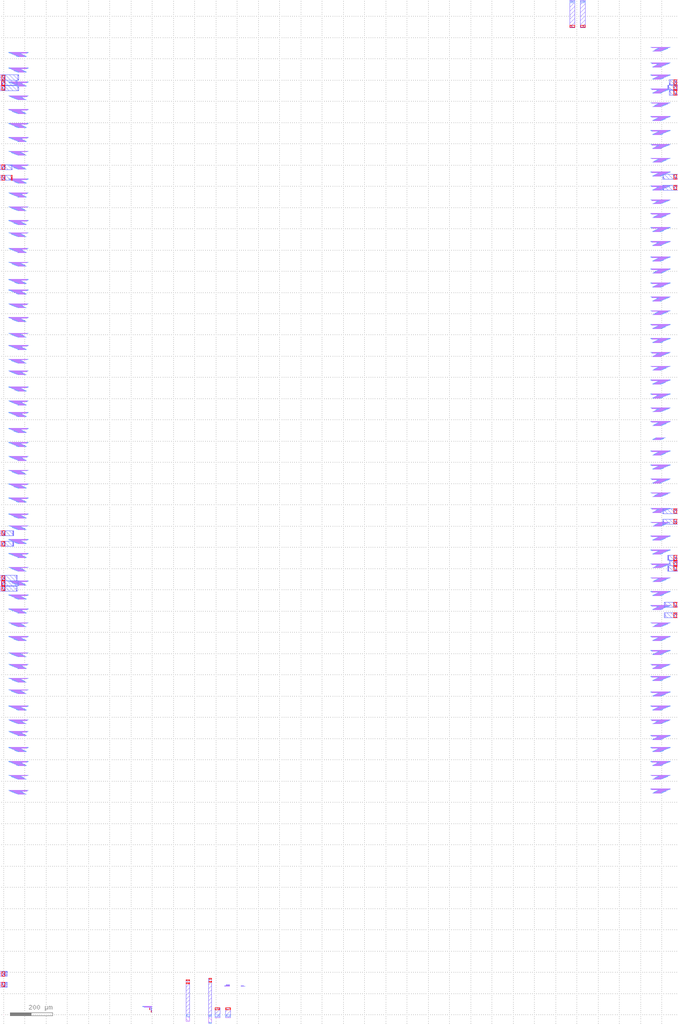
<source format=lef>
VERSION 5.7 ;
  NOWIREEXTENSIONATPIN ON ;
  DIVIDERCHAR "/" ;
  BUSBITCHARS "[]" ;
MACRO manual_power_connections
  CLASS BLOCK ;
  FOREIGN manual_power_connections ;
  ORIGIN 0.000 0.000 ;
  SIZE 0.100 BY 0.100 ;
  OBS
      LAYER met3 ;
        RECT 2666.935 4763.400 2690.965 4777.980 ;
        RECT 2716.840 4763.400 2740.870 4777.980 ;
        RECT 3048.235 4553.940 3140.235 4555.340 ;
        RECT 3053.000 4551.220 3134.300 4552.620 ;
        RECT 3081.800 4548.500 3128.300 4549.900 ;
        RECT 3077.000 4545.780 3122.300 4547.180 ;
        RECT 3072.250 4543.060 3116.300 4544.460 ;
        RECT 3067.300 4540.340 3110.300 4541.740 ;
        RECT 3062.500 4537.620 3104.300 4539.020 ;
        RECT 3057.800 4534.900 3098.300 4536.300 ;
        RECT 22.865 4529.460 114.865 4530.860 ;
        RECT 28.800 4526.740 110.100 4528.140 ;
        RECT 34.800 4524.020 81.300 4525.420 ;
        RECT 40.800 4521.300 86.100 4522.700 ;
        RECT 46.800 4518.580 90.850 4519.980 ;
        RECT 52.800 4515.860 95.800 4517.260 ;
        RECT 58.800 4513.140 100.600 4514.540 ;
        RECT 64.800 4510.420 105.300 4511.820 ;
        RECT 3048.235 4480.500 3140.235 4481.900 ;
        RECT 3053.000 4477.780 3134.300 4479.180 ;
        RECT 3081.800 4475.060 3128.300 4476.460 ;
        RECT 3077.000 4472.340 3122.300 4473.740 ;
        RECT 3072.250 4469.620 3116.300 4471.020 ;
        RECT 3067.300 4466.900 3110.300 4468.300 ;
        RECT 3062.500 4464.180 3104.300 4465.580 ;
        RECT 3057.800 4461.460 3098.300 4462.860 ;
        RECT 22.865 4456.020 114.865 4457.420 ;
        RECT 28.800 4453.300 110.100 4454.700 ;
        RECT 34.800 4450.580 81.300 4451.980 ;
        RECT 40.800 4447.860 86.100 4449.260 ;
        RECT 46.800 4445.140 90.850 4446.540 ;
        RECT 52.800 4442.420 95.800 4443.820 ;
        RECT 58.800 4439.700 100.600 4441.100 ;
        RECT 64.800 4436.980 105.300 4438.380 ;
        RECT -16.080 4400.255 5.910 4424.200 ;
        RECT 3048.235 4423.380 3140.235 4424.780 ;
        RECT 3053.000 4420.660 3134.300 4422.060 ;
        RECT 3081.800 4417.940 3128.300 4419.340 ;
        RECT 3077.000 4415.220 3122.300 4416.620 ;
        RECT 3072.250 4412.500 3116.300 4413.900 ;
        RECT 3067.300 4409.780 3110.300 4411.180 ;
        RECT 3062.500 4407.060 3104.300 4408.460 ;
        RECT 3057.800 4404.340 3098.300 4405.740 ;
        RECT -11.000 4375.600 5.910 4398.650 ;
        RECT 22.865 4390.740 114.865 4392.140 ;
        RECT 28.800 4388.020 110.100 4389.420 ;
        RECT 34.800 4385.300 81.300 4386.700 ;
        RECT 40.800 4382.580 86.100 4383.980 ;
        RECT 46.800 4379.860 90.850 4381.260 ;
        RECT 52.800 4377.140 95.800 4378.540 ;
        RECT 3156.030 4378.055 3178.020 4402.000 ;
        RECT 58.800 4374.420 100.600 4375.820 ;
        RECT -16.080 4350.055 5.910 4374.000 ;
        RECT 64.800 4371.700 105.300 4373.100 ;
        RECT 3048.235 4358.100 3140.235 4359.500 ;
        RECT 3053.000 4355.380 3134.300 4356.780 ;
        RECT 3081.800 4352.660 3128.300 4354.060 ;
        RECT 3156.030 4353.345 3176.020 4376.450 ;
        RECT 3077.000 4349.940 3122.300 4351.340 ;
        RECT 3072.250 4347.220 3116.300 4348.620 ;
        RECT 3067.300 4344.500 3110.300 4345.900 ;
        RECT 3062.500 4341.780 3104.300 4343.180 ;
        RECT 3057.800 4339.060 3098.300 4340.460 ;
        RECT 3156.030 4327.800 3178.020 4351.745 ;
        RECT 22.865 4325.460 114.865 4326.860 ;
        RECT 28.800 4322.740 110.100 4324.140 ;
        RECT 34.800 4320.020 81.300 4321.420 ;
        RECT 40.800 4317.300 86.100 4318.700 ;
        RECT 46.800 4314.580 90.850 4315.980 ;
        RECT 52.800 4311.860 95.800 4313.260 ;
        RECT 58.800 4309.140 100.600 4310.540 ;
        RECT 64.800 4306.420 105.300 4307.820 ;
        RECT 3048.235 4292.820 3140.235 4294.220 ;
        RECT 3053.000 4290.100 3134.300 4291.500 ;
        RECT 3081.800 4287.380 3128.300 4288.780 ;
        RECT 3077.000 4284.660 3122.300 4286.060 ;
        RECT 3072.250 4281.940 3116.300 4283.340 ;
        RECT 3067.300 4279.220 3110.300 4280.620 ;
        RECT 3062.500 4276.500 3104.300 4277.900 ;
        RECT 3057.800 4273.780 3098.300 4275.180 ;
        RECT 22.865 4260.180 114.865 4261.580 ;
        RECT 28.800 4257.460 110.100 4258.860 ;
        RECT 34.800 4254.740 81.300 4256.140 ;
        RECT 40.800 4252.020 86.100 4253.420 ;
        RECT 46.800 4249.300 90.850 4250.700 ;
        RECT 52.800 4246.580 95.800 4247.980 ;
        RECT 58.800 4243.860 100.600 4245.260 ;
        RECT 64.800 4241.140 105.300 4242.540 ;
        RECT 3048.235 4227.540 3140.235 4228.940 ;
        RECT 3053.000 4224.820 3134.300 4226.220 ;
        RECT 3081.800 4222.100 3128.300 4223.500 ;
        RECT 3077.000 4219.380 3122.300 4220.780 ;
        RECT 3072.250 4216.660 3116.300 4218.060 ;
        RECT 3067.300 4213.940 3110.300 4215.340 ;
        RECT 3062.500 4211.220 3104.300 4212.620 ;
        RECT 3057.800 4208.500 3098.300 4209.900 ;
        RECT 22.865 4194.900 114.865 4196.300 ;
        RECT 28.800 4192.180 110.100 4193.580 ;
        RECT 34.800 4189.460 81.300 4190.860 ;
        RECT 40.800 4186.740 86.100 4188.140 ;
        RECT 46.800 4184.020 90.850 4185.420 ;
        RECT 52.800 4181.300 95.800 4182.700 ;
        RECT 58.800 4178.580 100.600 4179.980 ;
        RECT 64.800 4175.860 105.300 4177.260 ;
        RECT 3048.235 4162.260 3140.235 4163.660 ;
        RECT 3053.000 4159.540 3134.300 4160.940 ;
        RECT 3081.800 4156.820 3128.300 4158.220 ;
        RECT 3077.000 4154.100 3122.300 4155.500 ;
        RECT 3072.250 4151.380 3116.300 4152.780 ;
        RECT 3067.300 4148.660 3110.300 4150.060 ;
        RECT 3062.500 4145.940 3104.300 4147.340 ;
        RECT 3057.800 4143.220 3098.300 4144.620 ;
        RECT 22.865 4129.620 114.865 4131.020 ;
        RECT 28.800 4126.900 110.100 4128.300 ;
        RECT 34.800 4124.180 81.300 4125.580 ;
        RECT 40.800 4121.460 86.100 4122.860 ;
        RECT 46.800 4118.740 90.850 4120.140 ;
        RECT 52.800 4116.020 95.800 4117.420 ;
        RECT 58.800 4113.300 100.600 4114.700 ;
        RECT 64.800 4110.580 105.300 4111.980 ;
        RECT 3048.235 4096.980 3140.235 4098.380 ;
        RECT 3053.000 4094.260 3134.300 4095.660 ;
        RECT 3081.800 4091.540 3128.300 4092.940 ;
        RECT 3077.000 4088.820 3122.300 4090.220 ;
        RECT 3072.250 4086.100 3116.300 4087.500 ;
        RECT 3067.300 4083.380 3110.300 4084.780 ;
        RECT 3062.500 4080.660 3104.300 4082.060 ;
        RECT 3057.800 4077.940 3098.300 4079.340 ;
        RECT 22.865 4064.340 114.865 4065.740 ;
        RECT 28.800 4061.620 110.100 4063.020 ;
        RECT 34.800 4058.900 81.300 4060.300 ;
        RECT 40.800 4056.180 86.100 4057.580 ;
        RECT 46.800 4053.460 90.850 4054.860 ;
        RECT 52.800 4050.740 95.800 4052.140 ;
        RECT 58.800 4048.020 100.600 4049.420 ;
        RECT 64.800 4045.300 105.300 4046.700 ;
        RECT 3048.235 4031.700 3140.235 4033.100 ;
        RECT 3053.000 4028.980 3134.300 4030.380 ;
        RECT 3081.800 4026.260 3128.300 4027.660 ;
        RECT 3077.000 4023.540 3122.300 4024.940 ;
        RECT 3072.250 4020.820 3116.300 4022.220 ;
        RECT 3067.300 4018.100 3110.300 4019.500 ;
        RECT 3062.500 4015.380 3104.300 4016.780 ;
        RECT 3057.800 4012.660 3098.300 4014.060 ;
        RECT -16.080 3977.845 5.910 4001.790 ;
        RECT 22.865 3999.060 114.865 4000.460 ;
        RECT 28.800 3996.340 110.100 3997.740 ;
        RECT 34.800 3993.620 81.300 3995.020 ;
        RECT 40.800 3990.900 86.100 3992.300 ;
        RECT 46.800 3988.180 90.850 3989.580 ;
        RECT 52.800 3985.460 95.800 3986.860 ;
        RECT 58.800 3982.740 100.600 3984.140 ;
        RECT 64.800 3980.020 105.300 3981.420 ;
        RECT 3048.235 3966.420 3140.235 3967.820 ;
        RECT 3053.000 3963.700 3134.300 3965.100 ;
        RECT 3081.800 3960.980 3128.300 3962.380 ;
        RECT 3077.000 3958.260 3122.300 3959.660 ;
        RECT 3072.250 3955.540 3116.300 3956.940 ;
        RECT 3067.300 3952.820 3110.300 3954.220 ;
        RECT -16.080 3927.950 5.910 3951.895 ;
        RECT 3062.500 3950.100 3104.300 3951.500 ;
        RECT 3057.800 3947.380 3098.300 3948.780 ;
        RECT 22.865 3933.780 114.865 3935.180 ;
        RECT 28.800 3931.060 110.100 3932.460 ;
        RECT 3156.030 3932.060 3178.020 3956.005 ;
        RECT 34.800 3928.340 81.300 3929.740 ;
        RECT 40.800 3925.620 86.100 3927.020 ;
        RECT 46.800 3922.900 90.850 3924.300 ;
        RECT 52.800 3920.180 95.800 3921.580 ;
        RECT 58.800 3917.460 100.600 3918.860 ;
        RECT 64.800 3914.740 105.300 3916.140 ;
        RECT 3048.235 3901.140 3140.235 3902.540 ;
        RECT 3053.000 3898.420 3134.300 3899.820 ;
        RECT 3081.800 3895.700 3128.300 3897.100 ;
        RECT 3077.000 3892.980 3122.300 3894.380 ;
        RECT 3072.250 3890.260 3116.300 3891.660 ;
        RECT 3067.300 3887.540 3110.300 3888.940 ;
        RECT 3062.500 3884.820 3104.300 3886.220 ;
        RECT 3057.800 3882.100 3098.300 3883.500 ;
        RECT 3156.030 3882.145 3178.020 3906.090 ;
        RECT 22.865 3868.500 114.865 3869.900 ;
        RECT 28.800 3865.780 110.100 3867.180 ;
        RECT 34.800 3863.060 81.300 3864.460 ;
        RECT 40.800 3860.340 86.100 3861.740 ;
        RECT 46.800 3857.620 90.850 3859.020 ;
        RECT 52.800 3854.900 95.800 3856.300 ;
        RECT 58.800 3852.180 100.600 3853.580 ;
        RECT 64.800 3849.460 105.300 3850.860 ;
        RECT 3048.235 3835.860 3140.235 3837.260 ;
        RECT 3053.000 3833.140 3134.300 3834.540 ;
        RECT 3081.800 3830.420 3128.300 3831.820 ;
        RECT 3077.000 3827.700 3122.300 3829.100 ;
        RECT 3072.250 3824.980 3116.300 3826.380 ;
        RECT 3067.300 3822.260 3110.300 3823.660 ;
        RECT 3062.500 3819.540 3104.300 3820.940 ;
        RECT 3057.800 3816.820 3098.300 3818.220 ;
        RECT 22.865 3803.220 114.865 3804.620 ;
        RECT 28.800 3800.500 110.100 3801.900 ;
        RECT 34.800 3797.780 81.300 3799.180 ;
        RECT 40.800 3795.060 86.100 3796.460 ;
        RECT 46.800 3792.340 90.850 3793.740 ;
        RECT 52.800 3789.620 95.800 3791.020 ;
        RECT 58.800 3786.900 100.600 3788.300 ;
        RECT 64.800 3784.180 105.300 3785.580 ;
        RECT 3048.235 3770.580 3140.235 3771.980 ;
        RECT 3053.000 3767.860 3134.300 3769.260 ;
        RECT 3081.800 3765.140 3128.300 3766.540 ;
        RECT 3077.000 3762.420 3122.300 3763.820 ;
        RECT 3072.250 3759.700 3116.300 3761.100 ;
        RECT 3067.300 3756.980 3110.300 3758.380 ;
        RECT 3062.500 3754.260 3104.300 3755.660 ;
        RECT 3057.800 3751.540 3098.300 3752.940 ;
        RECT 22.865 3737.940 114.865 3739.340 ;
        RECT 28.800 3735.220 110.100 3736.620 ;
        RECT 34.800 3732.500 81.300 3733.900 ;
        RECT 40.800 3729.780 86.100 3731.180 ;
        RECT 46.800 3727.060 90.850 3728.460 ;
        RECT 52.800 3724.340 95.800 3725.740 ;
        RECT 58.800 3721.620 100.600 3723.020 ;
        RECT 64.800 3718.900 105.300 3720.300 ;
        RECT 3048.235 3705.300 3140.235 3706.700 ;
        RECT 3053.000 3702.580 3134.300 3703.980 ;
        RECT 3081.800 3699.860 3128.300 3701.260 ;
        RECT 3077.000 3697.140 3122.300 3698.540 ;
        RECT 3072.250 3694.420 3116.300 3695.820 ;
        RECT 3067.300 3691.700 3110.300 3693.100 ;
        RECT 3062.500 3688.980 3104.300 3690.380 ;
        RECT 3057.800 3686.260 3098.300 3687.660 ;
        RECT 22.865 3680.820 114.865 3682.220 ;
        RECT 28.800 3678.100 110.100 3679.500 ;
        RECT 34.800 3675.380 81.300 3676.780 ;
        RECT 40.800 3672.660 86.100 3674.060 ;
        RECT 46.800 3669.940 90.850 3671.340 ;
        RECT 52.800 3667.220 95.800 3668.620 ;
        RECT 58.800 3664.500 100.600 3665.900 ;
        RECT 64.800 3661.780 105.300 3663.180 ;
        RECT 3048.235 3640.020 3140.235 3641.420 ;
        RECT 3053.000 3637.300 3134.300 3638.700 ;
        RECT 3081.800 3634.580 3128.300 3635.980 ;
        RECT 3077.000 3631.860 3122.300 3633.260 ;
        RECT 3072.250 3629.140 3116.300 3630.540 ;
        RECT 3067.300 3626.420 3110.300 3627.820 ;
        RECT 3062.500 3623.700 3104.300 3625.100 ;
        RECT 3057.800 3620.980 3098.300 3622.380 ;
        RECT 22.865 3607.380 114.865 3608.780 ;
        RECT 28.800 3604.660 110.100 3606.060 ;
        RECT 34.800 3601.940 81.300 3603.340 ;
        RECT 40.800 3599.220 86.100 3600.620 ;
        RECT 46.800 3596.500 90.850 3597.900 ;
        RECT 52.800 3593.780 95.800 3595.180 ;
        RECT 58.800 3591.060 100.600 3592.460 ;
        RECT 64.800 3588.340 105.300 3589.740 ;
        RECT 3048.235 3566.580 3140.235 3567.980 ;
        RECT 3053.000 3563.860 3134.300 3565.260 ;
        RECT 3081.800 3561.140 3128.300 3562.540 ;
        RECT 3077.000 3558.420 3122.300 3559.820 ;
        RECT 3072.250 3555.700 3116.300 3557.100 ;
        RECT 3067.300 3552.980 3110.300 3554.380 ;
        RECT 3062.500 3550.260 3104.300 3551.660 ;
        RECT 3057.800 3547.540 3098.300 3548.940 ;
        RECT 22.865 3542.100 114.865 3543.500 ;
        RECT 28.800 3539.380 110.100 3540.780 ;
        RECT 34.800 3536.660 81.300 3538.060 ;
        RECT 40.800 3533.940 86.100 3535.340 ;
        RECT 46.800 3531.220 90.850 3532.620 ;
        RECT 52.800 3528.500 95.800 3529.900 ;
        RECT 58.800 3525.780 100.600 3527.180 ;
        RECT 64.800 3523.060 105.300 3524.460 ;
        RECT 3048.235 3509.460 3140.235 3510.860 ;
        RECT 3053.000 3506.740 3134.300 3508.140 ;
        RECT 3081.800 3504.020 3128.300 3505.420 ;
        RECT 3077.000 3501.300 3122.300 3502.700 ;
        RECT 3072.250 3498.580 3116.300 3499.980 ;
        RECT 3067.300 3495.860 3110.300 3497.260 ;
        RECT 3062.500 3493.140 3104.300 3494.540 ;
        RECT 3057.800 3490.420 3098.300 3491.820 ;
        RECT 22.865 3460.500 114.865 3461.900 ;
        RECT 28.800 3457.780 110.100 3459.180 ;
        RECT 34.800 3455.060 81.300 3456.460 ;
        RECT 40.800 3452.340 86.100 3453.740 ;
        RECT 46.800 3449.620 90.850 3451.020 ;
        RECT 52.800 3446.900 95.800 3448.300 ;
        RECT 58.800 3444.180 100.600 3445.580 ;
        RECT 3048.235 3444.180 3140.235 3445.580 ;
        RECT 64.800 3441.460 105.300 3442.860 ;
        RECT 3053.000 3441.460 3134.300 3442.860 ;
        RECT 3081.800 3438.740 3128.300 3440.140 ;
        RECT 3077.000 3436.020 3122.300 3437.420 ;
        RECT 3072.250 3433.300 3116.300 3434.700 ;
        RECT 3067.300 3430.580 3110.300 3431.980 ;
        RECT 3062.500 3427.860 3104.300 3429.260 ;
        RECT 3057.800 3425.140 3098.300 3426.540 ;
        RECT 22.865 3411.540 114.865 3412.940 ;
        RECT 28.800 3408.820 110.100 3410.220 ;
        RECT 34.800 3406.100 81.300 3407.500 ;
        RECT 40.800 3403.380 86.100 3404.780 ;
        RECT 46.800 3400.660 90.850 3402.060 ;
        RECT 52.800 3397.940 95.800 3399.340 ;
        RECT 58.800 3395.220 100.600 3396.620 ;
        RECT 64.800 3392.500 105.300 3393.900 ;
        RECT 3048.235 3378.900 3140.235 3380.300 ;
        RECT 3053.000 3376.180 3134.300 3377.580 ;
        RECT 3081.800 3373.460 3128.300 3374.860 ;
        RECT 3077.000 3370.740 3122.300 3372.140 ;
        RECT 3072.250 3368.020 3116.300 3369.420 ;
        RECT 3067.300 3365.300 3110.300 3366.700 ;
        RECT 3062.500 3362.580 3104.300 3363.980 ;
        RECT 3057.800 3359.860 3098.300 3361.260 ;
        RECT 22.865 3346.260 114.865 3347.660 ;
        RECT 28.800 3343.540 110.100 3344.940 ;
        RECT 34.800 3340.820 81.300 3342.220 ;
        RECT 40.800 3338.100 86.100 3339.500 ;
        RECT 46.800 3335.380 90.850 3336.780 ;
        RECT 52.800 3332.660 95.800 3334.060 ;
        RECT 58.800 3329.940 100.600 3331.340 ;
        RECT 64.800 3327.220 105.300 3328.620 ;
        RECT 3048.235 3313.620 3140.235 3315.020 ;
        RECT 3053.000 3310.900 3134.300 3312.300 ;
        RECT 3081.800 3308.180 3128.300 3309.580 ;
        RECT 3077.000 3305.460 3122.300 3306.860 ;
        RECT 3072.250 3302.740 3116.300 3304.140 ;
        RECT 3067.300 3300.020 3110.300 3301.420 ;
        RECT 3062.500 3297.300 3104.300 3298.700 ;
        RECT 3057.800 3294.580 3098.300 3295.980 ;
        RECT 22.865 3280.980 114.865 3282.380 ;
        RECT 28.800 3278.260 110.100 3279.660 ;
        RECT 34.800 3275.540 81.300 3276.940 ;
        RECT 40.800 3272.820 86.100 3274.220 ;
        RECT 46.800 3270.100 90.850 3271.500 ;
        RECT 52.800 3267.380 95.800 3268.780 ;
        RECT 58.800 3264.660 100.600 3266.060 ;
        RECT 64.800 3261.940 105.300 3263.340 ;
        RECT 3048.235 3248.340 3140.235 3249.740 ;
        RECT 3053.000 3245.620 3134.300 3247.020 ;
        RECT 3081.800 3242.900 3128.300 3244.300 ;
        RECT 3077.000 3240.180 3122.300 3241.580 ;
        RECT 3072.250 3237.460 3116.300 3238.860 ;
        RECT 3067.300 3234.740 3110.300 3236.140 ;
        RECT 3062.500 3232.020 3104.300 3233.420 ;
        RECT 3057.800 3229.300 3098.300 3230.700 ;
        RECT 22.865 3207.540 114.865 3208.940 ;
        RECT 28.800 3204.820 110.100 3206.220 ;
        RECT 34.800 3202.100 81.300 3203.500 ;
        RECT 40.800 3199.380 86.100 3200.780 ;
        RECT 46.800 3196.660 90.850 3198.060 ;
        RECT 52.800 3193.940 95.800 3195.340 ;
        RECT 58.800 3191.220 100.600 3192.620 ;
        RECT 64.800 3188.500 105.300 3189.900 ;
        RECT 3048.235 3183.060 3140.235 3184.460 ;
        RECT 3053.000 3180.340 3134.300 3181.740 ;
        RECT 3081.800 3177.620 3128.300 3179.020 ;
        RECT 3077.000 3174.900 3122.300 3176.300 ;
        RECT 3072.250 3172.180 3116.300 3173.580 ;
        RECT 3067.300 3169.460 3110.300 3170.860 ;
        RECT 3062.500 3166.740 3104.300 3168.140 ;
        RECT 3057.800 3164.020 3098.300 3165.420 ;
        RECT 22.865 3150.420 114.865 3151.820 ;
        RECT 28.800 3147.700 110.100 3149.100 ;
        RECT 34.800 3144.980 81.300 3146.380 ;
        RECT 40.800 3142.260 86.100 3143.660 ;
        RECT 46.800 3139.540 90.850 3140.940 ;
        RECT 52.800 3136.820 95.800 3138.220 ;
        RECT 58.800 3134.100 100.600 3135.500 ;
        RECT 64.800 3131.380 105.300 3132.780 ;
        RECT 3048.235 3117.780 3140.235 3119.180 ;
        RECT 3053.000 3115.060 3134.300 3116.460 ;
        RECT 3081.800 3112.340 3128.300 3113.740 ;
        RECT 3077.000 3109.620 3122.300 3111.020 ;
        RECT 3072.250 3106.900 3116.300 3108.300 ;
        RECT 3067.300 3104.180 3110.300 3105.580 ;
        RECT 3062.500 3101.460 3104.300 3102.860 ;
        RECT 3057.800 3098.740 3098.300 3100.140 ;
        RECT 22.865 3085.140 114.865 3086.540 ;
        RECT 28.800 3082.420 110.100 3083.820 ;
        RECT 34.800 3079.700 81.300 3081.100 ;
        RECT 40.800 3076.980 86.100 3078.380 ;
        RECT 46.800 3074.260 90.850 3075.660 ;
        RECT 52.800 3071.540 95.800 3072.940 ;
        RECT 58.800 3068.820 100.600 3070.220 ;
        RECT 64.800 3066.100 105.300 3067.500 ;
        RECT 3048.235 3052.500 3140.235 3053.900 ;
        RECT 3053.000 3049.780 3134.300 3051.180 ;
        RECT 3081.800 3047.060 3128.300 3048.460 ;
        RECT 3077.000 3044.340 3122.300 3045.740 ;
        RECT 3072.250 3041.620 3116.300 3043.020 ;
        RECT 3067.300 3038.900 3110.300 3040.300 ;
        RECT 3062.500 3036.180 3104.300 3037.580 ;
        RECT 3057.800 3033.460 3098.300 3034.860 ;
        RECT 22.865 3030.740 114.865 3032.140 ;
        RECT 28.800 3028.020 110.100 3029.420 ;
        RECT 34.800 3025.300 81.300 3026.700 ;
        RECT 40.800 3022.580 86.100 3023.980 ;
        RECT 46.800 3019.860 90.850 3021.260 ;
        RECT 52.800 3017.140 95.800 3018.540 ;
        RECT 58.800 3014.420 100.600 3015.820 ;
        RECT 64.800 3011.700 105.300 3013.100 ;
        RECT 3048.235 2987.220 3140.235 2988.620 ;
        RECT 3053.000 2984.500 3134.300 2985.900 ;
        RECT 3081.800 2981.780 3128.300 2983.180 ;
        RECT 3077.000 2979.060 3122.300 2980.460 ;
        RECT 3072.250 2976.340 3116.300 2977.740 ;
        RECT 3067.300 2973.620 3110.300 2975.020 ;
        RECT 3062.500 2970.900 3104.300 2972.300 ;
        RECT 3057.800 2968.180 3098.300 2969.580 ;
        RECT 22.865 2954.580 114.865 2955.980 ;
        RECT 28.800 2951.860 110.100 2953.260 ;
        RECT 34.800 2949.140 81.300 2950.540 ;
        RECT 40.800 2946.420 86.100 2947.820 ;
        RECT 46.800 2943.700 90.850 2945.100 ;
        RECT 52.800 2940.980 95.800 2942.380 ;
        RECT 58.800 2938.260 100.600 2939.660 ;
        RECT 64.800 2935.540 105.300 2936.940 ;
        RECT 3048.235 2921.940 3140.235 2923.340 ;
        RECT 3053.000 2919.220 3134.300 2920.620 ;
        RECT 3081.800 2916.500 3128.300 2917.900 ;
        RECT 3077.000 2913.780 3122.300 2915.180 ;
        RECT 3072.250 2911.060 3116.300 2912.460 ;
        RECT 3067.300 2908.340 3110.300 2909.740 ;
        RECT 3062.500 2905.620 3104.300 2907.020 ;
        RECT 3057.800 2902.900 3098.300 2904.300 ;
        RECT 22.865 2889.300 114.865 2890.700 ;
        RECT 28.800 2886.580 110.100 2887.980 ;
        RECT 34.800 2883.860 81.300 2885.260 ;
        RECT 40.800 2881.140 86.100 2882.540 ;
        RECT 46.800 2878.420 90.850 2879.820 ;
        RECT 52.800 2875.700 95.800 2877.100 ;
        RECT 58.800 2872.980 100.600 2874.380 ;
        RECT 64.800 2870.260 105.300 2871.660 ;
        RECT 3048.235 2856.660 3140.235 2858.060 ;
        RECT 3053.000 2853.940 3134.300 2855.340 ;
        RECT 3081.800 2851.220 3128.300 2852.620 ;
        RECT 3077.000 2848.500 3122.300 2849.900 ;
        RECT 3072.250 2845.780 3116.300 2847.180 ;
        RECT 3067.300 2843.060 3110.300 2844.460 ;
        RECT 3062.500 2840.340 3104.300 2841.740 ;
        RECT 3057.800 2837.620 3098.300 2839.020 ;
        RECT 22.865 2834.900 114.865 2836.300 ;
        RECT 28.800 2832.180 110.100 2833.580 ;
        RECT 34.800 2829.460 81.300 2830.860 ;
        RECT 40.800 2826.740 86.100 2828.140 ;
        RECT 46.800 2824.020 90.850 2825.420 ;
        RECT 52.800 2821.300 95.800 2822.700 ;
        RECT 58.800 2818.580 100.600 2819.980 ;
        RECT 64.800 2815.860 105.300 2817.260 ;
        RECT 3048.235 2791.380 3140.235 2792.780 ;
        RECT 3053.000 2788.660 3134.300 2790.060 ;
        RECT 3081.800 2785.940 3128.300 2787.340 ;
        RECT 3077.000 2783.220 3122.300 2784.620 ;
        RECT 3072.250 2780.500 3116.300 2781.900 ;
        RECT 3067.300 2777.780 3110.300 2779.180 ;
        RECT 3062.500 2775.060 3104.300 2776.460 ;
        RECT 3057.800 2772.340 3098.300 2773.740 ;
        RECT 22.865 2758.740 114.865 2760.140 ;
        RECT 28.800 2756.020 110.100 2757.420 ;
        RECT 34.800 2753.300 81.300 2754.700 ;
        RECT 40.800 2750.580 86.100 2751.980 ;
        RECT 46.800 2747.860 90.850 2749.260 ;
        RECT 52.800 2745.140 95.800 2746.540 ;
        RECT 58.800 2742.420 100.600 2743.820 ;
        RECT 64.800 2739.700 105.300 2741.100 ;
        RECT 3072.250 2715.220 3116.300 2716.620 ;
        RECT 3067.300 2712.500 3110.300 2713.900 ;
        RECT 3062.500 2709.780 3104.300 2711.180 ;
        RECT 3057.800 2707.060 3098.300 2708.460 ;
        RECT 22.865 2693.460 114.865 2694.860 ;
        RECT 28.800 2690.740 110.100 2692.140 ;
        RECT 34.800 2688.020 81.300 2689.420 ;
        RECT 40.800 2685.300 86.100 2686.700 ;
        RECT 46.800 2682.580 90.850 2683.980 ;
        RECT 52.800 2679.860 95.800 2681.260 ;
        RECT 58.800 2677.140 100.600 2678.540 ;
        RECT 64.800 2674.420 105.300 2675.820 ;
        RECT 3048.235 2652.660 3140.235 2654.060 ;
        RECT 3053.000 2649.940 3134.300 2651.340 ;
        RECT 3081.800 2647.220 3128.300 2648.620 ;
        RECT 3077.000 2644.500 3122.300 2645.900 ;
        RECT 3072.250 2641.780 3116.300 2643.180 ;
        RECT 3067.300 2639.060 3110.300 2640.460 ;
        RECT 3062.500 2636.340 3104.300 2637.740 ;
        RECT 3057.800 2633.620 3098.300 2635.020 ;
        RECT 22.865 2628.180 114.865 2629.580 ;
        RECT 28.800 2625.460 110.100 2626.860 ;
        RECT 34.800 2622.740 81.300 2624.140 ;
        RECT 40.800 2620.020 86.100 2621.420 ;
        RECT 46.800 2617.300 90.850 2618.700 ;
        RECT 52.800 2614.580 95.800 2615.980 ;
        RECT 58.800 2611.860 100.600 2613.260 ;
        RECT 64.800 2609.140 105.300 2610.540 ;
        RECT 3048.235 2587.380 3140.235 2588.780 ;
        RECT 3053.000 2584.660 3134.300 2586.060 ;
        RECT 3081.800 2581.940 3128.300 2583.340 ;
        RECT 3077.000 2579.220 3122.300 2580.620 ;
        RECT 3072.250 2576.500 3116.300 2577.900 ;
        RECT 3067.300 2573.780 3110.300 2575.180 ;
        RECT 3062.500 2571.060 3104.300 2572.460 ;
        RECT 3057.800 2568.340 3098.300 2569.740 ;
        RECT 22.865 2562.900 114.865 2564.300 ;
        RECT 28.800 2560.180 110.100 2561.580 ;
        RECT 34.800 2557.460 81.300 2558.860 ;
        RECT 40.800 2554.740 86.100 2556.140 ;
        RECT 46.800 2552.020 90.850 2553.420 ;
        RECT 52.800 2549.300 95.800 2550.700 ;
        RECT 58.800 2546.580 100.600 2547.980 ;
        RECT 64.800 2543.860 105.300 2545.260 ;
        RECT 3048.235 2522.100 3140.235 2523.500 ;
        RECT 3053.000 2519.380 3134.300 2520.780 ;
        RECT 3081.800 2516.660 3128.300 2518.060 ;
        RECT 3077.000 2513.940 3122.300 2515.340 ;
        RECT 3072.250 2511.220 3116.300 2512.620 ;
        RECT 3067.300 2508.500 3110.300 2509.900 ;
        RECT 3062.500 2505.780 3104.300 2507.180 ;
        RECT 3057.800 2503.060 3098.300 2504.460 ;
        RECT 22.865 2497.620 114.865 2499.020 ;
        RECT 28.800 2494.900 110.100 2496.300 ;
        RECT 34.800 2492.180 81.300 2493.580 ;
        RECT 40.800 2489.460 86.100 2490.860 ;
        RECT 46.800 2486.740 90.850 2488.140 ;
        RECT 52.800 2484.020 95.800 2485.420 ;
        RECT 58.800 2481.300 100.600 2482.700 ;
        RECT 64.800 2478.580 105.300 2479.980 ;
        RECT 3048.235 2456.820 3140.235 2458.220 ;
        RECT 3053.000 2454.100 3134.300 2455.500 ;
        RECT 3081.800 2451.380 3128.300 2452.780 ;
        RECT 3077.000 2448.660 3122.300 2450.060 ;
        RECT 3072.250 2445.940 3116.300 2447.340 ;
        RECT 3067.300 2443.220 3110.300 2444.620 ;
        RECT 3062.500 2440.500 3104.300 2441.900 ;
        RECT 3057.800 2437.780 3098.300 2439.180 ;
        RECT 22.865 2432.340 114.865 2433.740 ;
        RECT 28.800 2429.620 110.100 2431.020 ;
        RECT 34.800 2426.900 81.300 2428.300 ;
        RECT 40.800 2424.180 86.100 2425.580 ;
        RECT 46.800 2421.460 90.850 2422.860 ;
        RECT 52.800 2418.740 95.800 2420.140 ;
        RECT 58.800 2416.020 100.600 2417.420 ;
        RECT 64.800 2413.300 105.300 2414.700 ;
        RECT 3048.235 2383.380 3140.235 2384.780 ;
        RECT 3053.000 2380.660 3134.300 2382.060 ;
        RECT 3081.800 2377.940 3128.300 2379.340 ;
        RECT 3077.000 2375.220 3122.300 2376.620 ;
        RECT 3072.250 2372.500 3116.300 2373.900 ;
        RECT 3067.300 2369.780 3110.300 2371.180 ;
        RECT 3062.500 2367.060 3104.300 2368.460 ;
        RECT 3057.800 2364.340 3098.300 2365.740 ;
        RECT 3156.030 2359.060 3178.020 2383.005 ;
        RECT 22.865 2356.180 114.865 2357.580 ;
        RECT 28.800 2353.460 110.100 2354.860 ;
        RECT 34.800 2350.740 81.300 2352.140 ;
        RECT 40.800 2348.020 86.100 2349.420 ;
        RECT 46.800 2345.300 90.850 2346.700 ;
        RECT 52.800 2342.580 95.800 2343.980 ;
        RECT 58.800 2339.860 100.600 2341.260 ;
        RECT 64.800 2337.140 105.300 2338.540 ;
        RECT 3048.235 2318.100 3140.235 2319.500 ;
        RECT 3053.000 2315.380 3134.300 2316.780 ;
        RECT 3081.800 2312.660 3128.300 2314.060 ;
        RECT 3077.000 2309.940 3122.300 2311.340 ;
        RECT 3156.030 2309.145 3178.020 2333.090 ;
        RECT 3072.250 2307.220 3116.300 2308.620 ;
        RECT 3067.300 2304.500 3110.300 2305.900 ;
        RECT 22.865 2301.780 114.865 2303.180 ;
        RECT 3062.500 2301.780 3104.300 2303.180 ;
        RECT 28.800 2299.060 110.100 2300.460 ;
        RECT 3057.800 2299.060 3098.300 2300.460 ;
        RECT 34.800 2296.340 81.300 2297.740 ;
        RECT 40.800 2293.620 86.100 2295.020 ;
        RECT 46.800 2290.900 90.850 2292.300 ;
        RECT 52.800 2288.180 95.800 2289.580 ;
        RECT 58.800 2285.460 100.600 2286.860 ;
        RECT 64.800 2282.740 105.300 2284.140 ;
        RECT -16.080 2254.845 5.910 2278.790 ;
        RECT 3048.235 2252.820 3140.235 2254.220 ;
        RECT 3053.000 2250.100 3134.300 2251.500 ;
        RECT 3081.800 2247.380 3128.300 2248.780 ;
        RECT 3077.000 2244.660 3122.300 2246.060 ;
        RECT 3072.250 2241.940 3116.300 2243.340 ;
        RECT 3067.300 2239.220 3110.300 2240.620 ;
        RECT 22.865 2236.500 114.865 2237.900 ;
        RECT 3062.500 2236.500 3104.300 2237.900 ;
        RECT 28.800 2233.780 110.100 2235.180 ;
        RECT 3057.800 2233.780 3098.300 2235.180 ;
        RECT 34.800 2231.060 81.300 2232.460 ;
        RECT -16.080 2204.950 5.910 2228.895 ;
        RECT 40.800 2228.340 86.100 2229.740 ;
        RECT 46.800 2225.620 90.850 2227.020 ;
        RECT 52.800 2222.900 95.800 2224.300 ;
        RECT 58.800 2220.180 100.600 2221.580 ;
        RECT 64.800 2217.460 105.300 2218.860 ;
        RECT 3048.235 2187.540 3140.235 2188.940 ;
        RECT 3053.000 2184.820 3134.300 2186.220 ;
        RECT 3081.800 2182.100 3128.300 2183.500 ;
        RECT 3077.000 2179.380 3122.300 2180.780 ;
        RECT 3072.250 2176.660 3116.300 2178.060 ;
        RECT 3067.300 2173.940 3110.300 2175.340 ;
        RECT 22.865 2171.220 114.865 2172.620 ;
        RECT 3062.500 2171.220 3104.300 2172.620 ;
        RECT 28.800 2168.500 110.100 2169.900 ;
        RECT 3057.800 2168.500 3098.300 2169.900 ;
        RECT 34.800 2165.780 81.300 2167.180 ;
        RECT 40.800 2163.060 86.100 2164.460 ;
        RECT 46.800 2160.340 90.850 2161.740 ;
        RECT 52.800 2157.620 95.800 2159.020 ;
        RECT 58.800 2154.900 100.600 2156.300 ;
        RECT 64.800 2152.180 105.300 2153.580 ;
        RECT 3156.030 2139.055 3178.020 2163.000 ;
        RECT 3048.235 2122.260 3140.235 2123.660 ;
        RECT 3053.000 2119.540 3134.300 2120.940 ;
        RECT 3081.800 2116.820 3128.300 2118.220 ;
        RECT 3077.000 2114.100 3122.300 2115.500 ;
        RECT 3156.030 2114.345 3176.020 2137.450 ;
        RECT 3072.250 2111.380 3116.300 2112.780 ;
        RECT 3067.300 2108.660 3110.300 2110.060 ;
        RECT 22.865 2105.940 114.865 2107.340 ;
        RECT 3062.500 2105.940 3104.300 2107.340 ;
        RECT 28.800 2103.220 110.100 2104.620 ;
        RECT 3057.800 2103.220 3098.300 2104.620 ;
        RECT 34.800 2100.500 81.300 2101.900 ;
        RECT 40.800 2097.780 86.100 2099.180 ;
        RECT 46.800 2095.060 90.850 2096.460 ;
        RECT 52.800 2092.340 95.800 2093.740 ;
        RECT 58.800 2089.620 100.600 2091.020 ;
        RECT 3156.030 2088.800 3178.020 2112.745 ;
        RECT 64.800 2086.900 105.300 2088.300 ;
        RECT -16.080 2044.255 5.910 2068.200 ;
        RECT 3048.235 2056.980 3140.235 2058.380 ;
        RECT 3053.000 2054.260 3134.300 2055.660 ;
        RECT 3081.800 2051.540 3128.300 2052.940 ;
        RECT 3077.000 2048.820 3122.300 2050.220 ;
        RECT 3072.250 2046.100 3116.300 2047.500 ;
        RECT 3067.300 2043.380 3110.300 2044.780 ;
        RECT -11.080 2019.600 5.910 2042.650 ;
        RECT 22.865 2040.660 114.865 2042.060 ;
        RECT 3062.500 2040.660 3104.300 2042.060 ;
        RECT 28.800 2037.940 110.100 2039.340 ;
        RECT 3057.800 2037.940 3098.300 2039.340 ;
        RECT 34.800 2035.220 81.300 2036.620 ;
        RECT 40.800 2032.500 86.100 2033.900 ;
        RECT 46.800 2029.780 90.850 2031.180 ;
        RECT 52.800 2027.060 95.800 2028.460 ;
        RECT 58.800 2024.340 100.600 2025.740 ;
        RECT 64.800 2021.620 105.300 2023.020 ;
        RECT -16.080 1994.055 5.910 2018.000 ;
        RECT 3048.235 1991.700 3140.235 1993.100 ;
        RECT 3053.000 1988.980 3134.300 1990.380 ;
        RECT 3081.800 1986.260 3128.300 1987.660 ;
        RECT 3077.000 1983.540 3122.300 1984.940 ;
        RECT 3072.250 1980.820 3116.300 1982.220 ;
        RECT 3067.300 1978.100 3110.300 1979.500 ;
        RECT 22.865 1975.380 114.865 1976.780 ;
        RECT 3062.500 1975.380 3104.300 1976.780 ;
        RECT 28.800 1972.660 110.100 1974.060 ;
        RECT 3057.800 1972.660 3098.300 1974.060 ;
        RECT 34.800 1969.940 81.300 1971.340 ;
        RECT 40.800 1967.220 86.100 1968.620 ;
        RECT 46.800 1964.500 90.850 1965.900 ;
        RECT 52.800 1961.780 95.800 1963.180 ;
        RECT 58.800 1959.060 100.600 1960.460 ;
        RECT 64.800 1956.340 105.300 1957.740 ;
        RECT 3048.235 1926.420 3140.235 1927.820 ;
        RECT 3053.000 1923.700 3134.300 1925.100 ;
        RECT 3081.800 1920.980 3128.300 1922.380 ;
        RECT 3077.000 1918.260 3122.300 1919.660 ;
        RECT 3156.030 1918.100 3178.020 1942.045 ;
        RECT 3072.250 1915.540 3116.300 1916.940 ;
        RECT 3067.300 1912.820 3110.300 1914.220 ;
        RECT 22.865 1910.100 114.865 1911.500 ;
        RECT 3062.500 1910.100 3104.300 1911.500 ;
        RECT 28.800 1907.380 110.100 1908.780 ;
        RECT 3057.800 1907.380 3098.300 1908.780 ;
        RECT 34.800 1904.660 81.300 1906.060 ;
        RECT 40.800 1901.940 86.100 1903.340 ;
        RECT 46.800 1899.220 90.850 1900.620 ;
        RECT 52.800 1896.500 95.800 1897.900 ;
        RECT 58.800 1893.780 100.600 1895.180 ;
        RECT 64.800 1891.060 105.300 1892.460 ;
        RECT 3156.030 1868.185 3178.020 1892.130 ;
        RECT 22.865 1844.820 114.865 1846.220 ;
        RECT 3048.235 1844.820 3140.235 1846.220 ;
        RECT 28.800 1842.100 110.100 1843.500 ;
        RECT 3053.000 1842.100 3134.300 1843.500 ;
        RECT 34.800 1839.380 81.300 1840.780 ;
        RECT 3081.800 1839.380 3128.300 1840.780 ;
        RECT 40.800 1836.660 86.100 1838.060 ;
        RECT 3077.000 1836.660 3122.300 1838.060 ;
        RECT 46.800 1833.940 90.850 1835.340 ;
        RECT 3072.250 1833.940 3116.300 1835.340 ;
        RECT 52.800 1831.220 95.800 1832.620 ;
        RECT 3067.300 1831.220 3110.300 1832.620 ;
        RECT 58.800 1828.500 100.600 1829.900 ;
        RECT 3062.500 1828.500 3104.300 1829.900 ;
        RECT 64.800 1825.780 105.300 1827.180 ;
        RECT 3057.800 1825.780 3098.300 1827.180 ;
        RECT 22.865 1779.540 114.865 1780.940 ;
        RECT 3048.235 1779.540 3140.235 1780.940 ;
        RECT 28.800 1776.820 110.100 1778.220 ;
        RECT 3053.000 1776.820 3134.300 1778.220 ;
        RECT 34.800 1774.100 81.300 1775.500 ;
        RECT 3081.800 1774.100 3128.300 1775.500 ;
        RECT 40.800 1771.380 86.100 1772.780 ;
        RECT 3077.000 1771.380 3122.300 1772.780 ;
        RECT 46.800 1768.660 90.850 1770.060 ;
        RECT 3072.250 1768.660 3116.300 1770.060 ;
        RECT 52.800 1765.940 95.800 1767.340 ;
        RECT 3067.300 1765.940 3110.300 1767.340 ;
        RECT 58.800 1763.220 100.600 1764.620 ;
        RECT 3062.500 1763.220 3104.300 1764.620 ;
        RECT 64.800 1760.500 105.300 1761.900 ;
        RECT 3057.800 1760.500 3098.300 1761.900 ;
        RECT 3048.235 1714.260 3140.235 1715.660 ;
        RECT 3053.000 1711.540 3134.300 1712.940 ;
        RECT 3081.800 1708.820 3128.300 1710.220 ;
        RECT 3077.000 1706.100 3122.300 1707.500 ;
        RECT 22.865 1703.380 114.865 1704.780 ;
        RECT 3072.250 1703.380 3116.300 1704.780 ;
        RECT 28.800 1700.660 110.100 1702.060 ;
        RECT 3067.300 1700.660 3110.300 1702.060 ;
        RECT 34.800 1697.940 81.300 1699.340 ;
        RECT 3062.500 1697.940 3104.300 1699.340 ;
        RECT 40.800 1695.220 86.100 1696.620 ;
        RECT 3057.800 1695.220 3098.300 1696.620 ;
        RECT 46.800 1692.500 90.850 1693.900 ;
        RECT 52.800 1689.780 95.800 1691.180 ;
        RECT 58.800 1687.060 100.600 1688.460 ;
        RECT 64.800 1684.340 105.300 1685.740 ;
        RECT 22.865 1648.980 114.865 1650.380 ;
        RECT 3048.235 1648.980 3140.235 1650.380 ;
        RECT 28.800 1646.260 110.100 1647.660 ;
        RECT 3053.000 1646.260 3134.300 1647.660 ;
        RECT 34.800 1643.540 81.300 1644.940 ;
        RECT 3081.800 1643.540 3128.300 1644.940 ;
        RECT 40.800 1640.820 86.100 1642.220 ;
        RECT 3077.000 1640.820 3122.300 1642.220 ;
        RECT 46.800 1638.100 90.850 1639.500 ;
        RECT 3072.250 1638.100 3116.300 1639.500 ;
        RECT 52.800 1635.380 95.800 1636.780 ;
        RECT 3067.300 1635.380 3110.300 1636.780 ;
        RECT 58.800 1632.660 100.600 1634.060 ;
        RECT 3062.500 1632.660 3104.300 1634.060 ;
        RECT 64.800 1629.940 105.300 1631.340 ;
        RECT 3057.800 1629.940 3098.300 1631.340 ;
        RECT 3048.235 1591.860 3140.235 1593.260 ;
        RECT 3053.000 1589.140 3134.300 1590.540 ;
        RECT 3081.800 1586.420 3128.300 1587.820 ;
        RECT 22.865 1583.700 114.865 1585.100 ;
        RECT 3077.000 1583.700 3122.300 1585.100 ;
        RECT 28.800 1580.980 110.100 1582.380 ;
        RECT 3072.250 1580.980 3116.300 1582.380 ;
        RECT 34.800 1578.260 81.300 1579.660 ;
        RECT 3067.300 1578.260 3110.300 1579.660 ;
        RECT 40.800 1575.540 86.100 1576.940 ;
        RECT 3062.500 1575.540 3104.300 1576.940 ;
        RECT 46.800 1572.820 90.850 1574.220 ;
        RECT 3057.800 1572.820 3098.300 1574.220 ;
        RECT 52.800 1570.100 95.800 1571.500 ;
        RECT 58.800 1567.380 100.600 1568.780 ;
        RECT 64.800 1564.660 105.300 1566.060 ;
        RECT 22.865 1529.300 114.865 1530.700 ;
        RECT 28.800 1526.580 110.100 1527.980 ;
        RECT 34.800 1523.860 81.300 1525.260 ;
        RECT 40.800 1521.140 86.100 1522.540 ;
        RECT 46.800 1518.420 90.850 1519.820 ;
        RECT 3048.235 1518.420 3140.235 1519.820 ;
        RECT 52.800 1515.700 95.800 1517.100 ;
        RECT 3053.000 1515.700 3134.300 1517.100 ;
        RECT 58.800 1512.980 100.600 1514.380 ;
        RECT 3081.800 1512.980 3128.300 1514.380 ;
        RECT 64.800 1510.260 105.300 1511.660 ;
        RECT 3077.000 1510.260 3122.300 1511.660 ;
        RECT 3072.250 1507.540 3116.300 1508.940 ;
        RECT 3067.300 1504.820 3110.300 1506.220 ;
        RECT 3062.500 1502.100 3104.300 1503.500 ;
        RECT 3057.800 1499.380 3098.300 1500.780 ;
        RECT 22.865 1453.140 114.865 1454.540 ;
        RECT 3048.235 1453.140 3140.235 1454.540 ;
        RECT 28.800 1450.420 110.100 1451.820 ;
        RECT 3053.000 1450.420 3134.300 1451.820 ;
        RECT 34.800 1447.700 81.300 1449.100 ;
        RECT 3081.800 1447.700 3128.300 1449.100 ;
        RECT 40.800 1444.980 86.100 1446.380 ;
        RECT 3077.000 1444.980 3122.300 1446.380 ;
        RECT 46.800 1442.260 90.850 1443.660 ;
        RECT 3072.250 1442.260 3116.300 1443.660 ;
        RECT 52.800 1439.540 95.800 1440.940 ;
        RECT 3067.300 1439.540 3110.300 1440.940 ;
        RECT 58.800 1436.820 100.600 1438.220 ;
        RECT 3062.500 1436.820 3104.300 1438.220 ;
        RECT 64.800 1434.100 105.300 1435.500 ;
        RECT 3057.800 1434.100 3098.300 1435.500 ;
        RECT 22.865 1387.860 114.865 1389.260 ;
        RECT 3048.235 1387.860 3140.235 1389.260 ;
        RECT 28.800 1385.140 110.100 1386.540 ;
        RECT 3053.000 1385.140 3134.300 1386.540 ;
        RECT 34.800 1382.420 81.300 1383.820 ;
        RECT 3081.800 1382.420 3128.300 1383.820 ;
        RECT 40.800 1379.700 86.100 1381.100 ;
        RECT 3077.000 1379.700 3122.300 1381.100 ;
        RECT 46.800 1376.980 90.850 1378.380 ;
        RECT 3072.250 1376.980 3116.300 1378.380 ;
        RECT 52.800 1374.260 95.800 1375.660 ;
        RECT 3067.300 1374.260 3110.300 1375.660 ;
        RECT 58.800 1371.540 100.600 1372.940 ;
        RECT 3062.500 1371.540 3104.300 1372.940 ;
        RECT 64.800 1368.820 105.300 1370.220 ;
        RECT 3057.800 1368.820 3098.300 1370.220 ;
        RECT 22.865 1333.460 114.865 1334.860 ;
        RECT 28.800 1330.740 110.100 1332.140 ;
        RECT 34.800 1328.020 81.300 1329.420 ;
        RECT 40.800 1325.300 86.100 1326.700 ;
        RECT 46.800 1322.580 90.850 1323.980 ;
        RECT 52.800 1319.860 95.800 1321.260 ;
        RECT 58.800 1317.140 100.600 1318.540 ;
        RECT 64.800 1314.420 105.300 1315.820 ;
        RECT 3048.235 1314.420 3140.235 1315.820 ;
        RECT 3053.000 1311.700 3134.300 1313.100 ;
        RECT 3081.800 1308.980 3128.300 1310.380 ;
        RECT 3077.000 1306.260 3122.300 1307.660 ;
        RECT 3072.250 1303.540 3116.300 1304.940 ;
        RECT 3067.300 1300.820 3110.300 1302.220 ;
        RECT 3062.500 1298.100 3104.300 1299.500 ;
        RECT 3057.800 1295.380 3098.300 1296.780 ;
        RECT 22.865 1257.300 114.865 1258.700 ;
        RECT 3048.235 1257.300 3140.235 1258.700 ;
        RECT 28.800 1254.580 110.100 1255.980 ;
        RECT 3053.000 1254.580 3134.300 1255.980 ;
        RECT 34.800 1251.860 81.300 1253.260 ;
        RECT 3081.800 1251.860 3128.300 1253.260 ;
        RECT 40.800 1249.140 86.100 1250.540 ;
        RECT 3077.000 1249.140 3122.300 1250.540 ;
        RECT 46.800 1246.420 90.850 1247.820 ;
        RECT 3072.250 1246.420 3116.300 1247.820 ;
        RECT 52.800 1243.700 95.800 1245.100 ;
        RECT 3067.300 1243.700 3110.300 1245.100 ;
        RECT 58.800 1240.980 100.600 1242.380 ;
        RECT 3062.500 1240.980 3104.300 1242.380 ;
        RECT 64.800 1238.260 105.300 1239.660 ;
        RECT 3057.800 1238.260 3098.300 1239.660 ;
        RECT 22.865 1192.020 114.865 1193.420 ;
        RECT 3048.235 1192.020 3140.235 1193.420 ;
        RECT 28.800 1189.300 110.100 1190.700 ;
        RECT 3053.000 1189.300 3134.300 1190.700 ;
        RECT 34.800 1186.580 81.300 1187.980 ;
        RECT 3081.800 1186.580 3128.300 1187.980 ;
        RECT 40.800 1183.860 86.100 1185.260 ;
        RECT 3077.000 1183.860 3122.300 1185.260 ;
        RECT 46.800 1181.140 90.850 1182.540 ;
        RECT 3072.250 1181.140 3116.300 1182.540 ;
        RECT 52.800 1178.420 95.800 1179.820 ;
        RECT 3067.300 1178.420 3110.300 1179.820 ;
        RECT 58.800 1175.700 100.600 1177.100 ;
        RECT 3062.500 1175.700 3104.300 1177.100 ;
        RECT 64.800 1172.980 105.300 1174.380 ;
        RECT 3057.800 1172.980 3098.300 1174.380 ;
        RECT 22.865 1126.740 114.865 1128.140 ;
        RECT 3048.235 1126.740 3140.235 1128.140 ;
        RECT 28.800 1124.020 110.100 1125.420 ;
        RECT 3053.000 1124.020 3134.300 1125.420 ;
        RECT 34.800 1121.300 81.300 1122.700 ;
        RECT 3081.800 1121.300 3128.300 1122.700 ;
        RECT 40.800 1118.580 86.100 1119.980 ;
        RECT 3077.000 1118.580 3122.300 1119.980 ;
        RECT 46.800 1115.860 90.850 1117.260 ;
        RECT 3072.250 1115.860 3116.300 1117.260 ;
        RECT 52.800 1113.140 95.800 1114.540 ;
        RECT 3067.300 1113.140 3110.300 1114.540 ;
        RECT 58.800 1110.420 100.600 1111.820 ;
        RECT 3062.500 1110.420 3104.300 1111.820 ;
        RECT 64.800 1107.700 105.300 1109.100 ;
        RECT 3057.800 1107.700 3098.300 1109.100 ;
        RECT 3048.235 1061.460 3140.235 1062.860 ;
        RECT 3053.000 1058.740 3134.300 1060.140 ;
        RECT 22.865 1056.020 114.865 1057.420 ;
        RECT 3081.800 1056.020 3128.300 1057.420 ;
        RECT 28.800 1053.300 110.100 1054.700 ;
        RECT 3077.000 1053.300 3122.300 1054.700 ;
        RECT 34.800 1050.580 81.300 1051.980 ;
        RECT 3072.250 1050.580 3116.300 1051.980 ;
        RECT 40.800 1047.860 86.100 1049.260 ;
        RECT 3067.300 1047.860 3110.300 1049.260 ;
        RECT 46.800 1045.140 90.850 1046.540 ;
        RECT 3062.500 1045.140 3104.300 1046.540 ;
        RECT 52.800 1042.420 95.800 1043.820 ;
        RECT 3057.800 1042.420 3098.300 1043.820 ;
        RECT 58.800 1039.700 100.600 1041.100 ;
        RECT 64.800 1036.980 105.300 1038.380 ;
        RECT -16.080 180.255 5.910 204.200 ;
        RECT -16.080 130.055 5.910 154.000 ;
        RECT 1040.720 135.270 1063.515 136.865 ;
        RECT 1134.120 134.500 1137.320 134.680 ;
        RECT 1117.920 133.265 1137.320 134.500 ;
        RECT 1134.120 133.095 1137.320 133.265 ;
        RECT 654.720 37.800 699.880 39.405 ;
        RECT 661.520 34.470 693.390 36.070 ;
        RECT 858.500 -31.255 876.510 -0.675 ;
        RECT 966.025 -40.985 979.745 -0.675 ;
        RECT 994.715 -14.690 1018.745 -0.110 ;
        RECT 1044.970 -14.690 1069.000 -0.110 ;
      LAYER via3 ;
        RECT 2667.335 4763.850 2690.455 4771.770 ;
        RECT 2717.240 4763.850 2740.360 4771.770 ;
        RECT 3048.480 4554.080 3051.200 4555.200 ;
        RECT 3135.320 4554.080 3140.040 4555.200 ;
        RECT 3053.280 4551.360 3056.000 4552.480 ;
        RECT 3129.320 4551.360 3134.040 4552.480 ;
        RECT 3082.080 4548.640 3084.800 4549.760 ;
        RECT 3123.320 4548.640 3128.040 4549.760 ;
        RECT 3077.280 4545.920 3080.000 4547.040 ;
        RECT 3117.320 4545.920 3122.040 4547.040 ;
        RECT 3072.480 4543.200 3075.200 4544.320 ;
        RECT 3111.320 4543.200 3116.040 4544.320 ;
        RECT 3067.680 4540.480 3070.400 4541.600 ;
        RECT 3105.320 4540.480 3110.040 4541.600 ;
        RECT 3062.880 4537.760 3065.600 4538.880 ;
        RECT 3099.320 4537.760 3104.040 4538.880 ;
        RECT 3058.080 4535.040 3060.800 4536.160 ;
        RECT 3093.320 4535.040 3098.040 4536.160 ;
        RECT 23.060 4529.600 27.780 4530.720 ;
        RECT 111.900 4529.600 114.620 4530.720 ;
        RECT 29.060 4526.880 33.780 4528.000 ;
        RECT 107.100 4526.880 109.820 4528.000 ;
        RECT 35.060 4524.160 39.780 4525.280 ;
        RECT 78.300 4524.160 81.020 4525.280 ;
        RECT 41.060 4521.440 45.780 4522.560 ;
        RECT 83.100 4521.440 85.820 4522.560 ;
        RECT 47.060 4518.720 51.780 4519.840 ;
        RECT 87.900 4518.720 90.620 4519.840 ;
        RECT 53.060 4516.000 57.780 4517.120 ;
        RECT 92.700 4516.000 95.420 4517.120 ;
        RECT 59.060 4513.280 63.780 4514.400 ;
        RECT 97.500 4513.280 100.220 4514.400 ;
        RECT 65.060 4510.560 69.780 4511.680 ;
        RECT 102.300 4510.560 105.020 4511.680 ;
        RECT 3048.480 4480.640 3051.200 4481.760 ;
        RECT 3135.320 4480.640 3140.040 4481.760 ;
        RECT 3053.280 4477.920 3056.000 4479.040 ;
        RECT 3129.320 4477.920 3134.040 4479.040 ;
        RECT 3082.080 4475.200 3084.800 4476.320 ;
        RECT 3123.320 4475.200 3128.040 4476.320 ;
        RECT 3077.280 4472.480 3080.000 4473.600 ;
        RECT 3117.320 4472.480 3122.040 4473.600 ;
        RECT 3072.480 4469.760 3075.200 4470.880 ;
        RECT 3111.320 4469.760 3116.040 4470.880 ;
        RECT 3067.680 4467.040 3070.400 4468.160 ;
        RECT 3105.320 4467.040 3110.040 4468.160 ;
        RECT 3062.880 4464.320 3065.600 4465.440 ;
        RECT 3099.320 4464.320 3104.040 4465.440 ;
        RECT 3058.080 4461.600 3060.800 4462.720 ;
        RECT 3093.320 4461.600 3098.040 4462.720 ;
        RECT 23.060 4456.160 27.780 4457.280 ;
        RECT 111.900 4456.160 114.620 4457.280 ;
        RECT 29.060 4453.440 33.780 4454.560 ;
        RECT 107.100 4453.440 109.820 4454.560 ;
        RECT 35.060 4450.720 39.780 4451.840 ;
        RECT 78.300 4450.720 81.020 4451.840 ;
        RECT 41.060 4448.000 45.780 4449.120 ;
        RECT 83.100 4448.000 85.820 4449.120 ;
        RECT 47.060 4445.280 51.780 4446.400 ;
        RECT 87.900 4445.280 90.620 4446.400 ;
        RECT 53.060 4442.560 57.780 4443.680 ;
        RECT 92.700 4442.560 95.420 4443.680 ;
        RECT 59.060 4439.840 63.780 4440.960 ;
        RECT 97.500 4439.840 100.220 4440.960 ;
        RECT 65.060 4437.120 69.780 4438.240 ;
        RECT 102.300 4437.120 105.020 4438.240 ;
        RECT -8.885 4400.670 5.435 4423.790 ;
        RECT 3048.480 4423.520 3051.200 4424.640 ;
        RECT 3135.320 4423.520 3140.040 4424.640 ;
        RECT 3053.280 4420.800 3056.000 4421.920 ;
        RECT 3129.320 4420.800 3134.040 4421.920 ;
        RECT 3082.080 4418.080 3084.800 4419.200 ;
        RECT 3123.320 4418.080 3128.040 4419.200 ;
        RECT 3077.280 4415.360 3080.000 4416.480 ;
        RECT 3117.320 4415.360 3122.040 4416.480 ;
        RECT 3072.480 4412.640 3075.200 4413.760 ;
        RECT 3111.320 4412.640 3116.040 4413.760 ;
        RECT 3067.680 4409.920 3070.400 4411.040 ;
        RECT 3105.320 4409.920 3110.040 4411.040 ;
        RECT 3062.880 4407.200 3065.600 4408.320 ;
        RECT 3099.320 4407.200 3104.040 4408.320 ;
        RECT 3058.080 4404.480 3060.800 4405.600 ;
        RECT 3093.320 4404.480 3098.040 4405.600 ;
        RECT -8.885 4375.920 5.435 4398.240 ;
        RECT 23.060 4390.880 27.780 4392.000 ;
        RECT 111.900 4390.880 114.620 4392.000 ;
        RECT 29.060 4388.160 33.780 4389.280 ;
        RECT 107.100 4388.160 109.820 4389.280 ;
        RECT 35.060 4385.440 39.780 4386.560 ;
        RECT 78.300 4385.440 81.020 4386.560 ;
        RECT 41.060 4382.720 45.780 4383.840 ;
        RECT 83.100 4382.720 85.820 4383.840 ;
        RECT 47.060 4380.000 51.780 4381.120 ;
        RECT 87.900 4380.000 90.620 4381.120 ;
        RECT 53.060 4377.280 57.780 4378.400 ;
        RECT 92.700 4377.280 95.420 4378.400 ;
        RECT 3156.505 4378.470 3170.825 4401.590 ;
        RECT 59.060 4374.560 63.780 4375.680 ;
        RECT 97.500 4374.560 100.220 4375.680 ;
        RECT -8.885 4350.470 5.435 4373.590 ;
        RECT 65.060 4371.840 69.780 4372.960 ;
        RECT 102.300 4371.840 105.020 4372.960 ;
        RECT 3048.480 4358.240 3051.200 4359.360 ;
        RECT 3135.320 4358.240 3140.040 4359.360 ;
        RECT 3053.280 4355.520 3056.000 4356.640 ;
        RECT 3129.320 4355.520 3134.040 4356.640 ;
        RECT 3082.080 4352.800 3084.800 4353.920 ;
        RECT 3123.320 4352.800 3128.040 4353.920 ;
        RECT 3156.505 4353.720 3170.825 4376.040 ;
        RECT 3077.280 4350.080 3080.000 4351.200 ;
        RECT 3117.320 4350.080 3122.040 4351.200 ;
        RECT 3072.480 4347.360 3075.200 4348.480 ;
        RECT 3111.320 4347.360 3116.040 4348.480 ;
        RECT 3067.680 4344.640 3070.400 4345.760 ;
        RECT 3105.320 4344.640 3110.040 4345.760 ;
        RECT 3062.880 4341.920 3065.600 4343.040 ;
        RECT 3099.320 4341.920 3104.040 4343.040 ;
        RECT 3058.080 4339.200 3060.800 4340.320 ;
        RECT 3093.320 4339.200 3098.040 4340.320 ;
        RECT 3156.505 4328.215 3170.825 4351.335 ;
        RECT 23.060 4325.600 27.780 4326.720 ;
        RECT 111.900 4325.600 114.620 4326.720 ;
        RECT 29.060 4322.880 33.780 4324.000 ;
        RECT 107.100 4322.880 109.820 4324.000 ;
        RECT 35.060 4320.160 39.780 4321.280 ;
        RECT 78.300 4320.160 81.020 4321.280 ;
        RECT 41.060 4317.440 45.780 4318.560 ;
        RECT 83.100 4317.440 85.820 4318.560 ;
        RECT 47.060 4314.720 51.780 4315.840 ;
        RECT 87.900 4314.720 90.620 4315.840 ;
        RECT 53.060 4312.000 57.780 4313.120 ;
        RECT 92.700 4312.000 95.420 4313.120 ;
        RECT 59.060 4309.280 63.780 4310.400 ;
        RECT 97.500 4309.280 100.220 4310.400 ;
        RECT 65.060 4306.560 69.780 4307.680 ;
        RECT 102.300 4306.560 105.020 4307.680 ;
        RECT 3048.480 4292.960 3051.200 4294.080 ;
        RECT 3135.320 4292.960 3140.040 4294.080 ;
        RECT 3053.280 4290.240 3056.000 4291.360 ;
        RECT 3129.320 4290.240 3134.040 4291.360 ;
        RECT 3082.080 4287.520 3084.800 4288.640 ;
        RECT 3123.320 4287.520 3128.040 4288.640 ;
        RECT 3077.280 4284.800 3080.000 4285.920 ;
        RECT 3117.320 4284.800 3122.040 4285.920 ;
        RECT 3072.480 4282.080 3075.200 4283.200 ;
        RECT 3111.320 4282.080 3116.040 4283.200 ;
        RECT 3067.680 4279.360 3070.400 4280.480 ;
        RECT 3105.320 4279.360 3110.040 4280.480 ;
        RECT 3062.880 4276.640 3065.600 4277.760 ;
        RECT 3099.320 4276.640 3104.040 4277.760 ;
        RECT 3058.080 4273.920 3060.800 4275.040 ;
        RECT 3093.320 4273.920 3098.040 4275.040 ;
        RECT 23.060 4260.320 27.780 4261.440 ;
        RECT 111.900 4260.320 114.620 4261.440 ;
        RECT 29.060 4257.600 33.780 4258.720 ;
        RECT 107.100 4257.600 109.820 4258.720 ;
        RECT 35.060 4254.880 39.780 4256.000 ;
        RECT 78.300 4254.880 81.020 4256.000 ;
        RECT 41.060 4252.160 45.780 4253.280 ;
        RECT 83.100 4252.160 85.820 4253.280 ;
        RECT 47.060 4249.440 51.780 4250.560 ;
        RECT 87.900 4249.440 90.620 4250.560 ;
        RECT 53.060 4246.720 57.780 4247.840 ;
        RECT 92.700 4246.720 95.420 4247.840 ;
        RECT 59.060 4244.000 63.780 4245.120 ;
        RECT 97.500 4244.000 100.220 4245.120 ;
        RECT 65.060 4241.280 69.780 4242.400 ;
        RECT 102.300 4241.280 105.020 4242.400 ;
        RECT 3048.480 4227.680 3051.200 4228.800 ;
        RECT 3135.320 4227.680 3140.040 4228.800 ;
        RECT 3053.280 4224.960 3056.000 4226.080 ;
        RECT 3129.320 4224.960 3134.040 4226.080 ;
        RECT 3082.080 4222.240 3084.800 4223.360 ;
        RECT 3123.320 4222.240 3128.040 4223.360 ;
        RECT 3077.280 4219.520 3080.000 4220.640 ;
        RECT 3117.320 4219.520 3122.040 4220.640 ;
        RECT 3072.480 4216.800 3075.200 4217.920 ;
        RECT 3111.320 4216.800 3116.040 4217.920 ;
        RECT 3067.680 4214.080 3070.400 4215.200 ;
        RECT 3105.320 4214.080 3110.040 4215.200 ;
        RECT 3062.880 4211.360 3065.600 4212.480 ;
        RECT 3099.320 4211.360 3104.040 4212.480 ;
        RECT 3058.080 4208.640 3060.800 4209.760 ;
        RECT 3093.320 4208.640 3098.040 4209.760 ;
        RECT 23.060 4195.040 27.780 4196.160 ;
        RECT 111.900 4195.040 114.620 4196.160 ;
        RECT 29.060 4192.320 33.780 4193.440 ;
        RECT 107.100 4192.320 109.820 4193.440 ;
        RECT 35.060 4189.600 39.780 4190.720 ;
        RECT 78.300 4189.600 81.020 4190.720 ;
        RECT 41.060 4186.880 45.780 4188.000 ;
        RECT 83.100 4186.880 85.820 4188.000 ;
        RECT 47.060 4184.160 51.780 4185.280 ;
        RECT 87.900 4184.160 90.620 4185.280 ;
        RECT 53.060 4181.440 57.780 4182.560 ;
        RECT 92.700 4181.440 95.420 4182.560 ;
        RECT 59.060 4178.720 63.780 4179.840 ;
        RECT 97.500 4178.720 100.220 4179.840 ;
        RECT 65.060 4176.000 69.780 4177.120 ;
        RECT 102.300 4176.000 105.020 4177.120 ;
        RECT 3048.480 4162.400 3051.200 4163.520 ;
        RECT 3135.320 4162.400 3140.040 4163.520 ;
        RECT 3053.280 4159.680 3056.000 4160.800 ;
        RECT 3129.320 4159.680 3134.040 4160.800 ;
        RECT 3082.080 4156.960 3084.800 4158.080 ;
        RECT 3123.320 4156.960 3128.040 4158.080 ;
        RECT 3077.280 4154.240 3080.000 4155.360 ;
        RECT 3117.320 4154.240 3122.040 4155.360 ;
        RECT 3072.480 4151.520 3075.200 4152.640 ;
        RECT 3111.320 4151.520 3116.040 4152.640 ;
        RECT 3067.680 4148.800 3070.400 4149.920 ;
        RECT 3105.320 4148.800 3110.040 4149.920 ;
        RECT 3062.880 4146.080 3065.600 4147.200 ;
        RECT 3099.320 4146.080 3104.040 4147.200 ;
        RECT 3058.080 4143.360 3060.800 4144.480 ;
        RECT 3093.320 4143.360 3098.040 4144.480 ;
        RECT 23.060 4129.760 27.780 4130.880 ;
        RECT 111.900 4129.760 114.620 4130.880 ;
        RECT 29.060 4127.040 33.780 4128.160 ;
        RECT 107.100 4127.040 109.820 4128.160 ;
        RECT 35.060 4124.320 39.780 4125.440 ;
        RECT 78.300 4124.320 81.020 4125.440 ;
        RECT 41.060 4121.600 45.780 4122.720 ;
        RECT 83.100 4121.600 85.820 4122.720 ;
        RECT 47.060 4118.880 51.780 4120.000 ;
        RECT 87.900 4118.880 90.620 4120.000 ;
        RECT 53.060 4116.160 57.780 4117.280 ;
        RECT 92.700 4116.160 95.420 4117.280 ;
        RECT 59.060 4113.440 63.780 4114.560 ;
        RECT 97.500 4113.440 100.220 4114.560 ;
        RECT 65.060 4110.720 69.780 4111.840 ;
        RECT 102.300 4110.720 105.020 4111.840 ;
        RECT 3048.480 4097.120 3051.200 4098.240 ;
        RECT 3135.320 4097.120 3140.040 4098.240 ;
        RECT 3053.280 4094.400 3056.000 4095.520 ;
        RECT 3129.320 4094.400 3134.040 4095.520 ;
        RECT 3082.080 4091.680 3084.800 4092.800 ;
        RECT 3123.320 4091.680 3128.040 4092.800 ;
        RECT 3077.280 4088.960 3080.000 4090.080 ;
        RECT 3117.320 4088.960 3122.040 4090.080 ;
        RECT 3072.480 4086.240 3075.200 4087.360 ;
        RECT 3111.320 4086.240 3116.040 4087.360 ;
        RECT 3067.680 4083.520 3070.400 4084.640 ;
        RECT 3105.320 4083.520 3110.040 4084.640 ;
        RECT 3062.880 4080.800 3065.600 4081.920 ;
        RECT 3099.320 4080.800 3104.040 4081.920 ;
        RECT 3058.080 4078.080 3060.800 4079.200 ;
        RECT 3093.320 4078.080 3098.040 4079.200 ;
        RECT 23.060 4064.480 27.780 4065.600 ;
        RECT 111.900 4064.480 114.620 4065.600 ;
        RECT 29.060 4061.760 33.780 4062.880 ;
        RECT 107.100 4061.760 109.820 4062.880 ;
        RECT 35.060 4059.040 39.780 4060.160 ;
        RECT 78.300 4059.040 81.020 4060.160 ;
        RECT 41.060 4056.320 45.780 4057.440 ;
        RECT 83.100 4056.320 85.820 4057.440 ;
        RECT 47.060 4053.600 51.780 4054.720 ;
        RECT 87.900 4053.600 90.620 4054.720 ;
        RECT 53.060 4050.880 57.780 4052.000 ;
        RECT 92.700 4050.880 95.420 4052.000 ;
        RECT 59.060 4048.160 63.780 4049.280 ;
        RECT 97.500 4048.160 100.220 4049.280 ;
        RECT 65.060 4045.440 69.780 4046.560 ;
        RECT 102.300 4045.440 105.020 4046.560 ;
        RECT 3048.480 4031.840 3051.200 4032.960 ;
        RECT 3135.320 4031.840 3140.040 4032.960 ;
        RECT 3053.280 4029.120 3056.000 4030.240 ;
        RECT 3129.320 4029.120 3134.040 4030.240 ;
        RECT 3082.080 4026.400 3084.800 4027.520 ;
        RECT 3123.320 4026.400 3128.040 4027.520 ;
        RECT 3077.280 4023.680 3080.000 4024.800 ;
        RECT 3117.320 4023.680 3122.040 4024.800 ;
        RECT 3072.480 4020.960 3075.200 4022.080 ;
        RECT 3111.320 4020.960 3116.040 4022.080 ;
        RECT 3067.680 4018.240 3070.400 4019.360 ;
        RECT 3105.320 4018.240 3110.040 4019.360 ;
        RECT 3062.880 4015.520 3065.600 4016.640 ;
        RECT 3099.320 4015.520 3104.040 4016.640 ;
        RECT 3058.080 4012.800 3060.800 4013.920 ;
        RECT 3093.320 4012.800 3098.040 4013.920 ;
        RECT -8.885 3978.260 5.435 4001.380 ;
        RECT 23.060 3999.200 27.780 4000.320 ;
        RECT 111.900 3999.200 114.620 4000.320 ;
        RECT 29.060 3996.480 33.780 3997.600 ;
        RECT 107.100 3996.480 109.820 3997.600 ;
        RECT 35.060 3993.760 39.780 3994.880 ;
        RECT 78.300 3993.760 81.020 3994.880 ;
        RECT 41.060 3991.040 45.780 3992.160 ;
        RECT 83.100 3991.040 85.820 3992.160 ;
        RECT 47.060 3988.320 51.780 3989.440 ;
        RECT 87.900 3988.320 90.620 3989.440 ;
        RECT 53.060 3985.600 57.780 3986.720 ;
        RECT 92.700 3985.600 95.420 3986.720 ;
        RECT 59.060 3982.880 63.780 3984.000 ;
        RECT 97.500 3982.880 100.220 3984.000 ;
        RECT 65.060 3980.160 69.780 3981.280 ;
        RECT 102.300 3980.160 105.020 3981.280 ;
        RECT 3048.480 3966.560 3051.200 3967.680 ;
        RECT 3135.320 3966.560 3140.040 3967.680 ;
        RECT 3053.280 3963.840 3056.000 3964.960 ;
        RECT 3129.320 3963.840 3134.040 3964.960 ;
        RECT 3082.080 3961.120 3084.800 3962.240 ;
        RECT 3123.320 3961.120 3128.040 3962.240 ;
        RECT 3077.280 3958.400 3080.000 3959.520 ;
        RECT 3117.320 3958.400 3122.040 3959.520 ;
        RECT 3072.480 3955.680 3075.200 3956.800 ;
        RECT 3111.320 3955.680 3116.040 3956.800 ;
        RECT 3067.680 3952.960 3070.400 3954.080 ;
        RECT 3105.320 3952.960 3110.040 3954.080 ;
        RECT -8.885 3928.365 5.435 3951.485 ;
        RECT 3062.880 3950.240 3065.600 3951.360 ;
        RECT 3099.320 3950.240 3104.040 3951.360 ;
        RECT 3058.080 3947.520 3060.800 3948.640 ;
        RECT 3093.320 3947.520 3098.040 3948.640 ;
        RECT 23.060 3933.920 27.780 3935.040 ;
        RECT 111.900 3933.920 114.620 3935.040 ;
        RECT 3156.505 3932.475 3170.825 3955.595 ;
        RECT 29.060 3931.200 33.780 3932.320 ;
        RECT 107.100 3931.200 109.820 3932.320 ;
        RECT 35.060 3928.480 39.780 3929.600 ;
        RECT 78.300 3928.480 81.020 3929.600 ;
        RECT 41.060 3925.760 45.780 3926.880 ;
        RECT 83.100 3925.760 85.820 3926.880 ;
        RECT 47.060 3923.040 51.780 3924.160 ;
        RECT 87.900 3923.040 90.620 3924.160 ;
        RECT 53.060 3920.320 57.780 3921.440 ;
        RECT 92.700 3920.320 95.420 3921.440 ;
        RECT 59.060 3917.600 63.780 3918.720 ;
        RECT 97.500 3917.600 100.220 3918.720 ;
        RECT 65.060 3914.880 69.780 3916.000 ;
        RECT 102.300 3914.880 105.020 3916.000 ;
        RECT 3048.480 3901.280 3051.200 3902.400 ;
        RECT 3135.320 3901.280 3140.040 3902.400 ;
        RECT 3053.280 3898.560 3056.000 3899.680 ;
        RECT 3129.320 3898.560 3134.040 3899.680 ;
        RECT 3082.080 3895.840 3084.800 3896.960 ;
        RECT 3123.320 3895.840 3128.040 3896.960 ;
        RECT 3077.280 3893.120 3080.000 3894.240 ;
        RECT 3117.320 3893.120 3122.040 3894.240 ;
        RECT 3072.480 3890.400 3075.200 3891.520 ;
        RECT 3111.320 3890.400 3116.040 3891.520 ;
        RECT 3067.680 3887.680 3070.400 3888.800 ;
        RECT 3105.320 3887.680 3110.040 3888.800 ;
        RECT 3062.880 3884.960 3065.600 3886.080 ;
        RECT 3099.320 3884.960 3104.040 3886.080 ;
        RECT 3058.080 3882.240 3060.800 3883.360 ;
        RECT 3093.320 3882.240 3098.040 3883.360 ;
        RECT 3156.505 3882.560 3170.825 3905.680 ;
        RECT 23.060 3868.640 27.780 3869.760 ;
        RECT 111.900 3868.640 114.620 3869.760 ;
        RECT 29.060 3865.920 33.780 3867.040 ;
        RECT 107.100 3865.920 109.820 3867.040 ;
        RECT 35.060 3863.200 39.780 3864.320 ;
        RECT 78.300 3863.200 81.020 3864.320 ;
        RECT 41.060 3860.480 45.780 3861.600 ;
        RECT 83.100 3860.480 85.820 3861.600 ;
        RECT 47.060 3857.760 51.780 3858.880 ;
        RECT 87.900 3857.760 90.620 3858.880 ;
        RECT 53.060 3855.040 57.780 3856.160 ;
        RECT 92.700 3855.040 95.420 3856.160 ;
        RECT 59.060 3852.320 63.780 3853.440 ;
        RECT 97.500 3852.320 100.220 3853.440 ;
        RECT 65.060 3849.600 69.780 3850.720 ;
        RECT 102.300 3849.600 105.020 3850.720 ;
        RECT 3048.480 3836.000 3051.200 3837.120 ;
        RECT 3135.320 3836.000 3140.040 3837.120 ;
        RECT 3053.280 3833.280 3056.000 3834.400 ;
        RECT 3129.320 3833.280 3134.040 3834.400 ;
        RECT 3082.080 3830.560 3084.800 3831.680 ;
        RECT 3123.320 3830.560 3128.040 3831.680 ;
        RECT 3077.280 3827.840 3080.000 3828.960 ;
        RECT 3117.320 3827.840 3122.040 3828.960 ;
        RECT 3072.480 3825.120 3075.200 3826.240 ;
        RECT 3111.320 3825.120 3116.040 3826.240 ;
        RECT 3067.680 3822.400 3070.400 3823.520 ;
        RECT 3105.320 3822.400 3110.040 3823.520 ;
        RECT 3062.880 3819.680 3065.600 3820.800 ;
        RECT 3099.320 3819.680 3104.040 3820.800 ;
        RECT 3058.080 3816.960 3060.800 3818.080 ;
        RECT 3093.320 3816.960 3098.040 3818.080 ;
        RECT 23.060 3803.360 27.780 3804.480 ;
        RECT 111.900 3803.360 114.620 3804.480 ;
        RECT 29.060 3800.640 33.780 3801.760 ;
        RECT 107.100 3800.640 109.820 3801.760 ;
        RECT 35.060 3797.920 39.780 3799.040 ;
        RECT 78.300 3797.920 81.020 3799.040 ;
        RECT 41.060 3795.200 45.780 3796.320 ;
        RECT 83.100 3795.200 85.820 3796.320 ;
        RECT 47.060 3792.480 51.780 3793.600 ;
        RECT 87.900 3792.480 90.620 3793.600 ;
        RECT 53.060 3789.760 57.780 3790.880 ;
        RECT 92.700 3789.760 95.420 3790.880 ;
        RECT 59.060 3787.040 63.780 3788.160 ;
        RECT 97.500 3787.040 100.220 3788.160 ;
        RECT 65.060 3784.320 69.780 3785.440 ;
        RECT 102.300 3784.320 105.020 3785.440 ;
        RECT 3048.480 3770.720 3051.200 3771.840 ;
        RECT 3135.320 3770.720 3140.040 3771.840 ;
        RECT 3053.280 3768.000 3056.000 3769.120 ;
        RECT 3129.320 3768.000 3134.040 3769.120 ;
        RECT 3082.080 3765.280 3084.800 3766.400 ;
        RECT 3123.320 3765.280 3128.040 3766.400 ;
        RECT 3077.280 3762.560 3080.000 3763.680 ;
        RECT 3117.320 3762.560 3122.040 3763.680 ;
        RECT 3072.480 3759.840 3075.200 3760.960 ;
        RECT 3111.320 3759.840 3116.040 3760.960 ;
        RECT 3067.680 3757.120 3070.400 3758.240 ;
        RECT 3105.320 3757.120 3110.040 3758.240 ;
        RECT 3062.880 3754.400 3065.600 3755.520 ;
        RECT 3099.320 3754.400 3104.040 3755.520 ;
        RECT 3058.080 3751.680 3060.800 3752.800 ;
        RECT 3093.320 3751.680 3098.040 3752.800 ;
        RECT 23.060 3738.080 27.780 3739.200 ;
        RECT 111.900 3738.080 114.620 3739.200 ;
        RECT 29.060 3735.360 33.780 3736.480 ;
        RECT 107.100 3735.360 109.820 3736.480 ;
        RECT 35.060 3732.640 39.780 3733.760 ;
        RECT 78.300 3732.640 81.020 3733.760 ;
        RECT 41.060 3729.920 45.780 3731.040 ;
        RECT 83.100 3729.920 85.820 3731.040 ;
        RECT 47.060 3727.200 51.780 3728.320 ;
        RECT 87.900 3727.200 90.620 3728.320 ;
        RECT 53.060 3724.480 57.780 3725.600 ;
        RECT 92.700 3724.480 95.420 3725.600 ;
        RECT 59.060 3721.760 63.780 3722.880 ;
        RECT 97.500 3721.760 100.220 3722.880 ;
        RECT 65.060 3719.040 69.780 3720.160 ;
        RECT 102.300 3719.040 105.020 3720.160 ;
        RECT 3048.480 3705.440 3051.200 3706.560 ;
        RECT 3135.320 3705.440 3140.040 3706.560 ;
        RECT 3053.280 3702.720 3056.000 3703.840 ;
        RECT 3129.320 3702.720 3134.040 3703.840 ;
        RECT 3082.080 3700.000 3084.800 3701.120 ;
        RECT 3123.320 3700.000 3128.040 3701.120 ;
        RECT 3077.280 3697.280 3080.000 3698.400 ;
        RECT 3117.320 3697.280 3122.040 3698.400 ;
        RECT 3072.480 3694.560 3075.200 3695.680 ;
        RECT 3111.320 3694.560 3116.040 3695.680 ;
        RECT 3067.680 3691.840 3070.400 3692.960 ;
        RECT 3105.320 3691.840 3110.040 3692.960 ;
        RECT 3062.880 3689.120 3065.600 3690.240 ;
        RECT 3099.320 3689.120 3104.040 3690.240 ;
        RECT 3058.080 3686.400 3060.800 3687.520 ;
        RECT 3093.320 3686.400 3098.040 3687.520 ;
        RECT 23.060 3680.960 27.780 3682.080 ;
        RECT 111.900 3680.960 114.620 3682.080 ;
        RECT 29.060 3678.240 33.780 3679.360 ;
        RECT 107.100 3678.240 109.820 3679.360 ;
        RECT 35.060 3675.520 39.780 3676.640 ;
        RECT 78.300 3675.520 81.020 3676.640 ;
        RECT 41.060 3672.800 45.780 3673.920 ;
        RECT 83.100 3672.800 85.820 3673.920 ;
        RECT 47.060 3670.080 51.780 3671.200 ;
        RECT 87.900 3670.080 90.620 3671.200 ;
        RECT 53.060 3667.360 57.780 3668.480 ;
        RECT 92.700 3667.360 95.420 3668.480 ;
        RECT 59.060 3664.640 63.780 3665.760 ;
        RECT 97.500 3664.640 100.220 3665.760 ;
        RECT 65.060 3661.920 69.780 3663.040 ;
        RECT 102.300 3661.920 105.020 3663.040 ;
        RECT 3048.480 3640.160 3051.200 3641.280 ;
        RECT 3135.320 3640.160 3140.040 3641.280 ;
        RECT 3053.280 3637.440 3056.000 3638.560 ;
        RECT 3129.320 3637.440 3134.040 3638.560 ;
        RECT 3082.080 3634.720 3084.800 3635.840 ;
        RECT 3123.320 3634.720 3128.040 3635.840 ;
        RECT 3077.280 3632.000 3080.000 3633.120 ;
        RECT 3117.320 3632.000 3122.040 3633.120 ;
        RECT 3072.480 3629.280 3075.200 3630.400 ;
        RECT 3111.320 3629.280 3116.040 3630.400 ;
        RECT 3067.680 3626.560 3070.400 3627.680 ;
        RECT 3105.320 3626.560 3110.040 3627.680 ;
        RECT 3062.880 3623.840 3065.600 3624.960 ;
        RECT 3099.320 3623.840 3104.040 3624.960 ;
        RECT 3058.080 3621.120 3060.800 3622.240 ;
        RECT 3093.320 3621.120 3098.040 3622.240 ;
        RECT 23.060 3607.520 27.780 3608.640 ;
        RECT 111.900 3607.520 114.620 3608.640 ;
        RECT 29.060 3604.800 33.780 3605.920 ;
        RECT 107.100 3604.800 109.820 3605.920 ;
        RECT 35.060 3602.080 39.780 3603.200 ;
        RECT 78.300 3602.080 81.020 3603.200 ;
        RECT 41.060 3599.360 45.780 3600.480 ;
        RECT 83.100 3599.360 85.820 3600.480 ;
        RECT 47.060 3596.640 51.780 3597.760 ;
        RECT 87.900 3596.640 90.620 3597.760 ;
        RECT 53.060 3593.920 57.780 3595.040 ;
        RECT 92.700 3593.920 95.420 3595.040 ;
        RECT 59.060 3591.200 63.780 3592.320 ;
        RECT 97.500 3591.200 100.220 3592.320 ;
        RECT 65.060 3588.480 69.780 3589.600 ;
        RECT 102.300 3588.480 105.020 3589.600 ;
        RECT 3048.480 3566.720 3051.200 3567.840 ;
        RECT 3135.320 3566.720 3140.040 3567.840 ;
        RECT 3053.280 3564.000 3056.000 3565.120 ;
        RECT 3129.320 3564.000 3134.040 3565.120 ;
        RECT 3082.080 3561.280 3084.800 3562.400 ;
        RECT 3123.320 3561.280 3128.040 3562.400 ;
        RECT 3077.280 3558.560 3080.000 3559.680 ;
        RECT 3117.320 3558.560 3122.040 3559.680 ;
        RECT 3072.480 3555.840 3075.200 3556.960 ;
        RECT 3111.320 3555.840 3116.040 3556.960 ;
        RECT 3067.680 3553.120 3070.400 3554.240 ;
        RECT 3105.320 3553.120 3110.040 3554.240 ;
        RECT 3062.880 3550.400 3065.600 3551.520 ;
        RECT 3099.320 3550.400 3104.040 3551.520 ;
        RECT 3058.080 3547.680 3060.800 3548.800 ;
        RECT 3093.320 3547.680 3098.040 3548.800 ;
        RECT 23.060 3542.240 27.780 3543.360 ;
        RECT 111.900 3542.240 114.620 3543.360 ;
        RECT 29.060 3539.520 33.780 3540.640 ;
        RECT 107.100 3539.520 109.820 3540.640 ;
        RECT 35.060 3536.800 39.780 3537.920 ;
        RECT 78.300 3536.800 81.020 3537.920 ;
        RECT 41.060 3534.080 45.780 3535.200 ;
        RECT 83.100 3534.080 85.820 3535.200 ;
        RECT 47.060 3531.360 51.780 3532.480 ;
        RECT 87.900 3531.360 90.620 3532.480 ;
        RECT 53.060 3528.640 57.780 3529.760 ;
        RECT 92.700 3528.640 95.420 3529.760 ;
        RECT 59.060 3525.920 63.780 3527.040 ;
        RECT 97.500 3525.920 100.220 3527.040 ;
        RECT 65.060 3523.200 69.780 3524.320 ;
        RECT 102.300 3523.200 105.020 3524.320 ;
        RECT 3048.480 3509.600 3051.200 3510.720 ;
        RECT 3135.320 3509.600 3140.040 3510.720 ;
        RECT 3053.280 3506.880 3056.000 3508.000 ;
        RECT 3129.320 3506.880 3134.040 3508.000 ;
        RECT 3082.080 3504.160 3084.800 3505.280 ;
        RECT 3123.320 3504.160 3128.040 3505.280 ;
        RECT 3077.280 3501.440 3080.000 3502.560 ;
        RECT 3117.320 3501.440 3122.040 3502.560 ;
        RECT 3072.480 3498.720 3075.200 3499.840 ;
        RECT 3111.320 3498.720 3116.040 3499.840 ;
        RECT 3067.680 3496.000 3070.400 3497.120 ;
        RECT 3105.320 3496.000 3110.040 3497.120 ;
        RECT 3062.880 3493.280 3065.600 3494.400 ;
        RECT 3099.320 3493.280 3104.040 3494.400 ;
        RECT 3058.080 3490.560 3060.800 3491.680 ;
        RECT 3093.320 3490.560 3098.040 3491.680 ;
        RECT 23.060 3460.640 27.780 3461.760 ;
        RECT 111.900 3460.640 114.620 3461.760 ;
        RECT 29.060 3457.920 33.780 3459.040 ;
        RECT 107.100 3457.920 109.820 3459.040 ;
        RECT 35.060 3455.200 39.780 3456.320 ;
        RECT 78.300 3455.200 81.020 3456.320 ;
        RECT 41.060 3452.480 45.780 3453.600 ;
        RECT 83.100 3452.480 85.820 3453.600 ;
        RECT 47.060 3449.760 51.780 3450.880 ;
        RECT 87.900 3449.760 90.620 3450.880 ;
        RECT 53.060 3447.040 57.780 3448.160 ;
        RECT 92.700 3447.040 95.420 3448.160 ;
        RECT 59.060 3444.320 63.780 3445.440 ;
        RECT 97.500 3444.320 100.220 3445.440 ;
        RECT 3048.480 3444.320 3051.200 3445.440 ;
        RECT 3135.320 3444.320 3140.040 3445.440 ;
        RECT 65.060 3441.600 69.780 3442.720 ;
        RECT 102.300 3441.600 105.020 3442.720 ;
        RECT 3053.280 3441.600 3056.000 3442.720 ;
        RECT 3129.320 3441.600 3134.040 3442.720 ;
        RECT 3082.080 3438.880 3084.800 3440.000 ;
        RECT 3123.320 3438.880 3128.040 3440.000 ;
        RECT 3077.280 3436.160 3080.000 3437.280 ;
        RECT 3117.320 3436.160 3122.040 3437.280 ;
        RECT 3072.480 3433.440 3075.200 3434.560 ;
        RECT 3111.320 3433.440 3116.040 3434.560 ;
        RECT 3067.680 3430.720 3070.400 3431.840 ;
        RECT 3105.320 3430.720 3110.040 3431.840 ;
        RECT 3062.880 3428.000 3065.600 3429.120 ;
        RECT 3099.320 3428.000 3104.040 3429.120 ;
        RECT 3058.080 3425.280 3060.800 3426.400 ;
        RECT 3093.320 3425.280 3098.040 3426.400 ;
        RECT 23.060 3411.680 27.780 3412.800 ;
        RECT 111.900 3411.680 114.620 3412.800 ;
        RECT 29.060 3408.960 33.780 3410.080 ;
        RECT 107.100 3408.960 109.820 3410.080 ;
        RECT 35.060 3406.240 39.780 3407.360 ;
        RECT 78.300 3406.240 81.020 3407.360 ;
        RECT 41.060 3403.520 45.780 3404.640 ;
        RECT 83.100 3403.520 85.820 3404.640 ;
        RECT 47.060 3400.800 51.780 3401.920 ;
        RECT 87.900 3400.800 90.620 3401.920 ;
        RECT 53.060 3398.080 57.780 3399.200 ;
        RECT 92.700 3398.080 95.420 3399.200 ;
        RECT 59.060 3395.360 63.780 3396.480 ;
        RECT 97.500 3395.360 100.220 3396.480 ;
        RECT 65.060 3392.640 69.780 3393.760 ;
        RECT 102.300 3392.640 105.020 3393.760 ;
        RECT 3048.480 3379.040 3051.200 3380.160 ;
        RECT 3135.320 3379.040 3140.040 3380.160 ;
        RECT 3053.280 3376.320 3056.000 3377.440 ;
        RECT 3129.320 3376.320 3134.040 3377.440 ;
        RECT 3082.080 3373.600 3084.800 3374.720 ;
        RECT 3123.320 3373.600 3128.040 3374.720 ;
        RECT 3077.280 3370.880 3080.000 3372.000 ;
        RECT 3117.320 3370.880 3122.040 3372.000 ;
        RECT 3072.480 3368.160 3075.200 3369.280 ;
        RECT 3111.320 3368.160 3116.040 3369.280 ;
        RECT 3067.680 3365.440 3070.400 3366.560 ;
        RECT 3105.320 3365.440 3110.040 3366.560 ;
        RECT 3062.880 3362.720 3065.600 3363.840 ;
        RECT 3099.320 3362.720 3104.040 3363.840 ;
        RECT 3058.080 3360.000 3060.800 3361.120 ;
        RECT 3093.320 3360.000 3098.040 3361.120 ;
        RECT 23.060 3346.400 27.780 3347.520 ;
        RECT 111.900 3346.400 114.620 3347.520 ;
        RECT 29.060 3343.680 33.780 3344.800 ;
        RECT 107.100 3343.680 109.820 3344.800 ;
        RECT 35.060 3340.960 39.780 3342.080 ;
        RECT 78.300 3340.960 81.020 3342.080 ;
        RECT 41.060 3338.240 45.780 3339.360 ;
        RECT 83.100 3338.240 85.820 3339.360 ;
        RECT 47.060 3335.520 51.780 3336.640 ;
        RECT 87.900 3335.520 90.620 3336.640 ;
        RECT 53.060 3332.800 57.780 3333.920 ;
        RECT 92.700 3332.800 95.420 3333.920 ;
        RECT 59.060 3330.080 63.780 3331.200 ;
        RECT 97.500 3330.080 100.220 3331.200 ;
        RECT 65.060 3327.360 69.780 3328.480 ;
        RECT 102.300 3327.360 105.020 3328.480 ;
        RECT 3048.480 3313.760 3051.200 3314.880 ;
        RECT 3135.320 3313.760 3140.040 3314.880 ;
        RECT 3053.280 3311.040 3056.000 3312.160 ;
        RECT 3129.320 3311.040 3134.040 3312.160 ;
        RECT 3082.080 3308.320 3084.800 3309.440 ;
        RECT 3123.320 3308.320 3128.040 3309.440 ;
        RECT 3077.280 3305.600 3080.000 3306.720 ;
        RECT 3117.320 3305.600 3122.040 3306.720 ;
        RECT 3072.480 3302.880 3075.200 3304.000 ;
        RECT 3111.320 3302.880 3116.040 3304.000 ;
        RECT 3067.680 3300.160 3070.400 3301.280 ;
        RECT 3105.320 3300.160 3110.040 3301.280 ;
        RECT 3062.880 3297.440 3065.600 3298.560 ;
        RECT 3099.320 3297.440 3104.040 3298.560 ;
        RECT 3058.080 3294.720 3060.800 3295.840 ;
        RECT 3093.320 3294.720 3098.040 3295.840 ;
        RECT 23.060 3281.120 27.780 3282.240 ;
        RECT 111.900 3281.120 114.620 3282.240 ;
        RECT 29.060 3278.400 33.780 3279.520 ;
        RECT 107.100 3278.400 109.820 3279.520 ;
        RECT 35.060 3275.680 39.780 3276.800 ;
        RECT 78.300 3275.680 81.020 3276.800 ;
        RECT 41.060 3272.960 45.780 3274.080 ;
        RECT 83.100 3272.960 85.820 3274.080 ;
        RECT 47.060 3270.240 51.780 3271.360 ;
        RECT 87.900 3270.240 90.620 3271.360 ;
        RECT 53.060 3267.520 57.780 3268.640 ;
        RECT 92.700 3267.520 95.420 3268.640 ;
        RECT 59.060 3264.800 63.780 3265.920 ;
        RECT 97.500 3264.800 100.220 3265.920 ;
        RECT 65.060 3262.080 69.780 3263.200 ;
        RECT 102.300 3262.080 105.020 3263.200 ;
        RECT 3048.480 3248.480 3051.200 3249.600 ;
        RECT 3135.320 3248.480 3140.040 3249.600 ;
        RECT 3053.280 3245.760 3056.000 3246.880 ;
        RECT 3129.320 3245.760 3134.040 3246.880 ;
        RECT 3082.080 3243.040 3084.800 3244.160 ;
        RECT 3123.320 3243.040 3128.040 3244.160 ;
        RECT 3077.280 3240.320 3080.000 3241.440 ;
        RECT 3117.320 3240.320 3122.040 3241.440 ;
        RECT 3072.480 3237.600 3075.200 3238.720 ;
        RECT 3111.320 3237.600 3116.040 3238.720 ;
        RECT 3067.680 3234.880 3070.400 3236.000 ;
        RECT 3105.320 3234.880 3110.040 3236.000 ;
        RECT 3062.880 3232.160 3065.600 3233.280 ;
        RECT 3099.320 3232.160 3104.040 3233.280 ;
        RECT 3058.080 3229.440 3060.800 3230.560 ;
        RECT 3093.320 3229.440 3098.040 3230.560 ;
        RECT 23.060 3207.680 27.780 3208.800 ;
        RECT 111.900 3207.680 114.620 3208.800 ;
        RECT 29.060 3204.960 33.780 3206.080 ;
        RECT 107.100 3204.960 109.820 3206.080 ;
        RECT 35.060 3202.240 39.780 3203.360 ;
        RECT 78.300 3202.240 81.020 3203.360 ;
        RECT 41.060 3199.520 45.780 3200.640 ;
        RECT 83.100 3199.520 85.820 3200.640 ;
        RECT 47.060 3196.800 51.780 3197.920 ;
        RECT 87.900 3196.800 90.620 3197.920 ;
        RECT 53.060 3194.080 57.780 3195.200 ;
        RECT 92.700 3194.080 95.420 3195.200 ;
        RECT 59.060 3191.360 63.780 3192.480 ;
        RECT 97.500 3191.360 100.220 3192.480 ;
        RECT 65.060 3188.640 69.780 3189.760 ;
        RECT 102.300 3188.640 105.020 3189.760 ;
        RECT 3048.480 3183.200 3051.200 3184.320 ;
        RECT 3135.320 3183.200 3140.040 3184.320 ;
        RECT 3053.280 3180.480 3056.000 3181.600 ;
        RECT 3129.320 3180.480 3134.040 3181.600 ;
        RECT 3082.080 3177.760 3084.800 3178.880 ;
        RECT 3123.320 3177.760 3128.040 3178.880 ;
        RECT 3077.280 3175.040 3080.000 3176.160 ;
        RECT 3117.320 3175.040 3122.040 3176.160 ;
        RECT 3072.480 3172.320 3075.200 3173.440 ;
        RECT 3111.320 3172.320 3116.040 3173.440 ;
        RECT 3067.680 3169.600 3070.400 3170.720 ;
        RECT 3105.320 3169.600 3110.040 3170.720 ;
        RECT 3062.880 3166.880 3065.600 3168.000 ;
        RECT 3099.320 3166.880 3104.040 3168.000 ;
        RECT 3058.080 3164.160 3060.800 3165.280 ;
        RECT 3093.320 3164.160 3098.040 3165.280 ;
        RECT 23.060 3150.560 27.780 3151.680 ;
        RECT 111.900 3150.560 114.620 3151.680 ;
        RECT 29.060 3147.840 33.780 3148.960 ;
        RECT 107.100 3147.840 109.820 3148.960 ;
        RECT 35.060 3145.120 39.780 3146.240 ;
        RECT 78.300 3145.120 81.020 3146.240 ;
        RECT 41.060 3142.400 45.780 3143.520 ;
        RECT 83.100 3142.400 85.820 3143.520 ;
        RECT 47.060 3139.680 51.780 3140.800 ;
        RECT 87.900 3139.680 90.620 3140.800 ;
        RECT 53.060 3136.960 57.780 3138.080 ;
        RECT 92.700 3136.960 95.420 3138.080 ;
        RECT 59.060 3134.240 63.780 3135.360 ;
        RECT 97.500 3134.240 100.220 3135.360 ;
        RECT 65.060 3131.520 69.780 3132.640 ;
        RECT 102.300 3131.520 105.020 3132.640 ;
        RECT 3048.480 3117.920 3051.200 3119.040 ;
        RECT 3135.320 3117.920 3140.040 3119.040 ;
        RECT 3053.280 3115.200 3056.000 3116.320 ;
        RECT 3129.320 3115.200 3134.040 3116.320 ;
        RECT 3082.080 3112.480 3084.800 3113.600 ;
        RECT 3123.320 3112.480 3128.040 3113.600 ;
        RECT 3077.280 3109.760 3080.000 3110.880 ;
        RECT 3117.320 3109.760 3122.040 3110.880 ;
        RECT 3072.480 3107.040 3075.200 3108.160 ;
        RECT 3111.320 3107.040 3116.040 3108.160 ;
        RECT 3067.680 3104.320 3070.400 3105.440 ;
        RECT 3105.320 3104.320 3110.040 3105.440 ;
        RECT 3062.880 3101.600 3065.600 3102.720 ;
        RECT 3099.320 3101.600 3104.040 3102.720 ;
        RECT 3058.080 3098.880 3060.800 3100.000 ;
        RECT 3093.320 3098.880 3098.040 3100.000 ;
        RECT 23.060 3085.280 27.780 3086.400 ;
        RECT 111.900 3085.280 114.620 3086.400 ;
        RECT 29.060 3082.560 33.780 3083.680 ;
        RECT 107.100 3082.560 109.820 3083.680 ;
        RECT 35.060 3079.840 39.780 3080.960 ;
        RECT 78.300 3079.840 81.020 3080.960 ;
        RECT 41.060 3077.120 45.780 3078.240 ;
        RECT 83.100 3077.120 85.820 3078.240 ;
        RECT 47.060 3074.400 51.780 3075.520 ;
        RECT 87.900 3074.400 90.620 3075.520 ;
        RECT 53.060 3071.680 57.780 3072.800 ;
        RECT 92.700 3071.680 95.420 3072.800 ;
        RECT 59.060 3068.960 63.780 3070.080 ;
        RECT 97.500 3068.960 100.220 3070.080 ;
        RECT 65.060 3066.240 69.780 3067.360 ;
        RECT 102.300 3066.240 105.020 3067.360 ;
        RECT 3048.480 3052.640 3051.200 3053.760 ;
        RECT 3135.320 3052.640 3140.040 3053.760 ;
        RECT 3053.280 3049.920 3056.000 3051.040 ;
        RECT 3129.320 3049.920 3134.040 3051.040 ;
        RECT 3082.080 3047.200 3084.800 3048.320 ;
        RECT 3123.320 3047.200 3128.040 3048.320 ;
        RECT 3077.280 3044.480 3080.000 3045.600 ;
        RECT 3117.320 3044.480 3122.040 3045.600 ;
        RECT 3072.480 3041.760 3075.200 3042.880 ;
        RECT 3111.320 3041.760 3116.040 3042.880 ;
        RECT 3067.680 3039.040 3070.400 3040.160 ;
        RECT 3105.320 3039.040 3110.040 3040.160 ;
        RECT 3062.880 3036.320 3065.600 3037.440 ;
        RECT 3099.320 3036.320 3104.040 3037.440 ;
        RECT 3058.080 3033.600 3060.800 3034.720 ;
        RECT 3093.320 3033.600 3098.040 3034.720 ;
        RECT 23.060 3030.880 27.780 3032.000 ;
        RECT 111.900 3030.880 114.620 3032.000 ;
        RECT 29.060 3028.160 33.780 3029.280 ;
        RECT 107.100 3028.160 109.820 3029.280 ;
        RECT 35.060 3025.440 39.780 3026.560 ;
        RECT 78.300 3025.440 81.020 3026.560 ;
        RECT 41.060 3022.720 45.780 3023.840 ;
        RECT 83.100 3022.720 85.820 3023.840 ;
        RECT 47.060 3020.000 51.780 3021.120 ;
        RECT 87.900 3020.000 90.620 3021.120 ;
        RECT 53.060 3017.280 57.780 3018.400 ;
        RECT 92.700 3017.280 95.420 3018.400 ;
        RECT 59.060 3014.560 63.780 3015.680 ;
        RECT 97.500 3014.560 100.220 3015.680 ;
        RECT 65.060 3011.840 69.780 3012.960 ;
        RECT 102.300 3011.840 105.020 3012.960 ;
        RECT 3048.480 2987.360 3051.200 2988.480 ;
        RECT 3135.320 2987.360 3140.040 2988.480 ;
        RECT 3053.280 2984.640 3056.000 2985.760 ;
        RECT 3129.320 2984.640 3134.040 2985.760 ;
        RECT 3082.080 2981.920 3084.800 2983.040 ;
        RECT 3123.320 2981.920 3128.040 2983.040 ;
        RECT 3077.280 2979.200 3080.000 2980.320 ;
        RECT 3117.320 2979.200 3122.040 2980.320 ;
        RECT 3072.480 2976.480 3075.200 2977.600 ;
        RECT 3111.320 2976.480 3116.040 2977.600 ;
        RECT 3067.680 2973.760 3070.400 2974.880 ;
        RECT 3105.320 2973.760 3110.040 2974.880 ;
        RECT 3062.880 2971.040 3065.600 2972.160 ;
        RECT 3099.320 2971.040 3104.040 2972.160 ;
        RECT 3058.080 2968.320 3060.800 2969.440 ;
        RECT 3093.320 2968.320 3098.040 2969.440 ;
        RECT 23.060 2954.720 27.780 2955.840 ;
        RECT 111.900 2954.720 114.620 2955.840 ;
        RECT 29.060 2952.000 33.780 2953.120 ;
        RECT 107.100 2952.000 109.820 2953.120 ;
        RECT 35.060 2949.280 39.780 2950.400 ;
        RECT 78.300 2949.280 81.020 2950.400 ;
        RECT 41.060 2946.560 45.780 2947.680 ;
        RECT 83.100 2946.560 85.820 2947.680 ;
        RECT 47.060 2943.840 51.780 2944.960 ;
        RECT 87.900 2943.840 90.620 2944.960 ;
        RECT 53.060 2941.120 57.780 2942.240 ;
        RECT 92.700 2941.120 95.420 2942.240 ;
        RECT 59.060 2938.400 63.780 2939.520 ;
        RECT 97.500 2938.400 100.220 2939.520 ;
        RECT 65.060 2935.680 69.780 2936.800 ;
        RECT 102.300 2935.680 105.020 2936.800 ;
        RECT 3048.480 2922.080 3051.200 2923.200 ;
        RECT 3135.320 2922.080 3140.040 2923.200 ;
        RECT 3053.280 2919.360 3056.000 2920.480 ;
        RECT 3129.320 2919.360 3134.040 2920.480 ;
        RECT 3082.080 2916.640 3084.800 2917.760 ;
        RECT 3123.320 2916.640 3128.040 2917.760 ;
        RECT 3077.280 2913.920 3080.000 2915.040 ;
        RECT 3117.320 2913.920 3122.040 2915.040 ;
        RECT 3072.480 2911.200 3075.200 2912.320 ;
        RECT 3111.320 2911.200 3116.040 2912.320 ;
        RECT 3067.680 2908.480 3070.400 2909.600 ;
        RECT 3105.320 2908.480 3110.040 2909.600 ;
        RECT 3062.880 2905.760 3065.600 2906.880 ;
        RECT 3099.320 2905.760 3104.040 2906.880 ;
        RECT 3058.080 2903.040 3060.800 2904.160 ;
        RECT 3093.320 2903.040 3098.040 2904.160 ;
        RECT 23.060 2889.440 27.780 2890.560 ;
        RECT 111.900 2889.440 114.620 2890.560 ;
        RECT 29.060 2886.720 33.780 2887.840 ;
        RECT 107.100 2886.720 109.820 2887.840 ;
        RECT 35.060 2884.000 39.780 2885.120 ;
        RECT 78.300 2884.000 81.020 2885.120 ;
        RECT 41.060 2881.280 45.780 2882.400 ;
        RECT 83.100 2881.280 85.820 2882.400 ;
        RECT 47.060 2878.560 51.780 2879.680 ;
        RECT 87.900 2878.560 90.620 2879.680 ;
        RECT 53.060 2875.840 57.780 2876.960 ;
        RECT 92.700 2875.840 95.420 2876.960 ;
        RECT 59.060 2873.120 63.780 2874.240 ;
        RECT 97.500 2873.120 100.220 2874.240 ;
        RECT 65.060 2870.400 69.780 2871.520 ;
        RECT 102.300 2870.400 105.020 2871.520 ;
        RECT 3048.480 2856.800 3051.200 2857.920 ;
        RECT 3135.320 2856.800 3140.040 2857.920 ;
        RECT 3053.280 2854.080 3056.000 2855.200 ;
        RECT 3129.320 2854.080 3134.040 2855.200 ;
        RECT 3082.080 2851.360 3084.800 2852.480 ;
        RECT 3123.320 2851.360 3128.040 2852.480 ;
        RECT 3077.280 2848.640 3080.000 2849.760 ;
        RECT 3117.320 2848.640 3122.040 2849.760 ;
        RECT 3072.480 2845.920 3075.200 2847.040 ;
        RECT 3111.320 2845.920 3116.040 2847.040 ;
        RECT 3067.680 2843.200 3070.400 2844.320 ;
        RECT 3105.320 2843.200 3110.040 2844.320 ;
        RECT 3062.880 2840.480 3065.600 2841.600 ;
        RECT 3099.320 2840.480 3104.040 2841.600 ;
        RECT 3058.080 2837.760 3060.800 2838.880 ;
        RECT 3093.320 2837.760 3098.040 2838.880 ;
        RECT 23.060 2835.040 27.780 2836.160 ;
        RECT 111.900 2835.040 114.620 2836.160 ;
        RECT 29.060 2832.320 33.780 2833.440 ;
        RECT 107.100 2832.320 109.820 2833.440 ;
        RECT 35.060 2829.600 39.780 2830.720 ;
        RECT 78.300 2829.600 81.020 2830.720 ;
        RECT 41.060 2826.880 45.780 2828.000 ;
        RECT 83.100 2826.880 85.820 2828.000 ;
        RECT 47.060 2824.160 51.780 2825.280 ;
        RECT 87.900 2824.160 90.620 2825.280 ;
        RECT 53.060 2821.440 57.780 2822.560 ;
        RECT 92.700 2821.440 95.420 2822.560 ;
        RECT 59.060 2818.720 63.780 2819.840 ;
        RECT 97.500 2818.720 100.220 2819.840 ;
        RECT 65.060 2816.000 69.780 2817.120 ;
        RECT 102.300 2816.000 105.020 2817.120 ;
        RECT 3048.480 2791.520 3051.200 2792.640 ;
        RECT 3135.320 2791.520 3140.040 2792.640 ;
        RECT 3053.280 2788.800 3056.000 2789.920 ;
        RECT 3129.320 2788.800 3134.040 2789.920 ;
        RECT 3082.080 2786.080 3084.800 2787.200 ;
        RECT 3123.320 2786.080 3128.040 2787.200 ;
        RECT 3077.280 2783.360 3080.000 2784.480 ;
        RECT 3117.320 2783.360 3122.040 2784.480 ;
        RECT 3072.480 2780.640 3075.200 2781.760 ;
        RECT 3111.320 2780.640 3116.040 2781.760 ;
        RECT 3067.680 2777.920 3070.400 2779.040 ;
        RECT 3105.320 2777.920 3110.040 2779.040 ;
        RECT 3062.880 2775.200 3065.600 2776.320 ;
        RECT 3099.320 2775.200 3104.040 2776.320 ;
        RECT 3058.080 2772.480 3060.800 2773.600 ;
        RECT 3093.320 2772.480 3098.040 2773.600 ;
        RECT 23.060 2758.880 27.780 2760.000 ;
        RECT 111.900 2758.880 114.620 2760.000 ;
        RECT 29.060 2756.160 33.780 2757.280 ;
        RECT 107.100 2756.160 109.820 2757.280 ;
        RECT 35.060 2753.440 39.780 2754.560 ;
        RECT 78.300 2753.440 81.020 2754.560 ;
        RECT 41.060 2750.720 45.780 2751.840 ;
        RECT 83.100 2750.720 85.820 2751.840 ;
        RECT 47.060 2748.000 51.780 2749.120 ;
        RECT 87.900 2748.000 90.620 2749.120 ;
        RECT 53.060 2745.280 57.780 2746.400 ;
        RECT 92.700 2745.280 95.420 2746.400 ;
        RECT 59.060 2742.560 63.780 2743.680 ;
        RECT 97.500 2742.560 100.220 2743.680 ;
        RECT 65.060 2739.840 69.780 2740.960 ;
        RECT 102.300 2739.840 105.020 2740.960 ;
        RECT 3072.480 2715.360 3075.200 2716.480 ;
        RECT 3111.320 2715.360 3116.040 2716.480 ;
        RECT 3067.680 2712.640 3070.400 2713.760 ;
        RECT 3105.320 2712.640 3110.040 2713.760 ;
        RECT 3062.880 2709.920 3065.600 2711.040 ;
        RECT 3099.320 2709.920 3104.040 2711.040 ;
        RECT 3058.080 2707.200 3060.800 2708.320 ;
        RECT 3093.320 2707.200 3098.040 2708.320 ;
        RECT 23.060 2693.600 27.780 2694.720 ;
        RECT 111.900 2693.600 114.620 2694.720 ;
        RECT 29.060 2690.880 33.780 2692.000 ;
        RECT 107.100 2690.880 109.820 2692.000 ;
        RECT 35.060 2688.160 39.780 2689.280 ;
        RECT 78.300 2688.160 81.020 2689.280 ;
        RECT 41.060 2685.440 45.780 2686.560 ;
        RECT 83.100 2685.440 85.820 2686.560 ;
        RECT 47.060 2682.720 51.780 2683.840 ;
        RECT 87.900 2682.720 90.620 2683.840 ;
        RECT 53.060 2680.000 57.780 2681.120 ;
        RECT 92.700 2680.000 95.420 2681.120 ;
        RECT 59.060 2677.280 63.780 2678.400 ;
        RECT 97.500 2677.280 100.220 2678.400 ;
        RECT 65.060 2674.560 69.780 2675.680 ;
        RECT 102.300 2674.560 105.020 2675.680 ;
        RECT 3048.480 2652.800 3051.200 2653.920 ;
        RECT 3135.320 2652.800 3140.040 2653.920 ;
        RECT 3053.280 2650.080 3056.000 2651.200 ;
        RECT 3129.320 2650.080 3134.040 2651.200 ;
        RECT 3082.080 2647.360 3084.800 2648.480 ;
        RECT 3123.320 2647.360 3128.040 2648.480 ;
        RECT 3077.280 2644.640 3080.000 2645.760 ;
        RECT 3117.320 2644.640 3122.040 2645.760 ;
        RECT 3072.480 2641.920 3075.200 2643.040 ;
        RECT 3111.320 2641.920 3116.040 2643.040 ;
        RECT 3067.680 2639.200 3070.400 2640.320 ;
        RECT 3105.320 2639.200 3110.040 2640.320 ;
        RECT 3062.880 2636.480 3065.600 2637.600 ;
        RECT 3099.320 2636.480 3104.040 2637.600 ;
        RECT 3058.080 2633.760 3060.800 2634.880 ;
        RECT 3093.320 2633.760 3098.040 2634.880 ;
        RECT 23.060 2628.320 27.780 2629.440 ;
        RECT 111.900 2628.320 114.620 2629.440 ;
        RECT 29.060 2625.600 33.780 2626.720 ;
        RECT 107.100 2625.600 109.820 2626.720 ;
        RECT 35.060 2622.880 39.780 2624.000 ;
        RECT 78.300 2622.880 81.020 2624.000 ;
        RECT 41.060 2620.160 45.780 2621.280 ;
        RECT 83.100 2620.160 85.820 2621.280 ;
        RECT 47.060 2617.440 51.780 2618.560 ;
        RECT 87.900 2617.440 90.620 2618.560 ;
        RECT 53.060 2614.720 57.780 2615.840 ;
        RECT 92.700 2614.720 95.420 2615.840 ;
        RECT 59.060 2612.000 63.780 2613.120 ;
        RECT 97.500 2612.000 100.220 2613.120 ;
        RECT 65.060 2609.280 69.780 2610.400 ;
        RECT 102.300 2609.280 105.020 2610.400 ;
        RECT 3048.480 2587.520 3051.200 2588.640 ;
        RECT 3135.320 2587.520 3140.040 2588.640 ;
        RECT 3053.280 2584.800 3056.000 2585.920 ;
        RECT 3129.320 2584.800 3134.040 2585.920 ;
        RECT 3082.080 2582.080 3084.800 2583.200 ;
        RECT 3123.320 2582.080 3128.040 2583.200 ;
        RECT 3077.280 2579.360 3080.000 2580.480 ;
        RECT 3117.320 2579.360 3122.040 2580.480 ;
        RECT 3072.480 2576.640 3075.200 2577.760 ;
        RECT 3111.320 2576.640 3116.040 2577.760 ;
        RECT 3067.680 2573.920 3070.400 2575.040 ;
        RECT 3105.320 2573.920 3110.040 2575.040 ;
        RECT 3062.880 2571.200 3065.600 2572.320 ;
        RECT 3099.320 2571.200 3104.040 2572.320 ;
        RECT 3058.080 2568.480 3060.800 2569.600 ;
        RECT 3093.320 2568.480 3098.040 2569.600 ;
        RECT 23.060 2563.040 27.780 2564.160 ;
        RECT 111.900 2563.040 114.620 2564.160 ;
        RECT 29.060 2560.320 33.780 2561.440 ;
        RECT 107.100 2560.320 109.820 2561.440 ;
        RECT 35.060 2557.600 39.780 2558.720 ;
        RECT 78.300 2557.600 81.020 2558.720 ;
        RECT 41.060 2554.880 45.780 2556.000 ;
        RECT 83.100 2554.880 85.820 2556.000 ;
        RECT 47.060 2552.160 51.780 2553.280 ;
        RECT 87.900 2552.160 90.620 2553.280 ;
        RECT 53.060 2549.440 57.780 2550.560 ;
        RECT 92.700 2549.440 95.420 2550.560 ;
        RECT 59.060 2546.720 63.780 2547.840 ;
        RECT 97.500 2546.720 100.220 2547.840 ;
        RECT 65.060 2544.000 69.780 2545.120 ;
        RECT 102.300 2544.000 105.020 2545.120 ;
        RECT 3048.480 2522.240 3051.200 2523.360 ;
        RECT 3135.320 2522.240 3140.040 2523.360 ;
        RECT 3053.280 2519.520 3056.000 2520.640 ;
        RECT 3129.320 2519.520 3134.040 2520.640 ;
        RECT 3082.080 2516.800 3084.800 2517.920 ;
        RECT 3123.320 2516.800 3128.040 2517.920 ;
        RECT 3077.280 2514.080 3080.000 2515.200 ;
        RECT 3117.320 2514.080 3122.040 2515.200 ;
        RECT 3072.480 2511.360 3075.200 2512.480 ;
        RECT 3111.320 2511.360 3116.040 2512.480 ;
        RECT 3067.680 2508.640 3070.400 2509.760 ;
        RECT 3105.320 2508.640 3110.040 2509.760 ;
        RECT 3062.880 2505.920 3065.600 2507.040 ;
        RECT 3099.320 2505.920 3104.040 2507.040 ;
        RECT 3058.080 2503.200 3060.800 2504.320 ;
        RECT 3093.320 2503.200 3098.040 2504.320 ;
        RECT 23.060 2497.760 27.780 2498.880 ;
        RECT 111.900 2497.760 114.620 2498.880 ;
        RECT 29.060 2495.040 33.780 2496.160 ;
        RECT 107.100 2495.040 109.820 2496.160 ;
        RECT 35.060 2492.320 39.780 2493.440 ;
        RECT 78.300 2492.320 81.020 2493.440 ;
        RECT 41.060 2489.600 45.780 2490.720 ;
        RECT 83.100 2489.600 85.820 2490.720 ;
        RECT 47.060 2486.880 51.780 2488.000 ;
        RECT 87.900 2486.880 90.620 2488.000 ;
        RECT 53.060 2484.160 57.780 2485.280 ;
        RECT 92.700 2484.160 95.420 2485.280 ;
        RECT 59.060 2481.440 63.780 2482.560 ;
        RECT 97.500 2481.440 100.220 2482.560 ;
        RECT 65.060 2478.720 69.780 2479.840 ;
        RECT 102.300 2478.720 105.020 2479.840 ;
        RECT 3048.480 2456.960 3051.200 2458.080 ;
        RECT 3135.320 2456.960 3140.040 2458.080 ;
        RECT 3053.280 2454.240 3056.000 2455.360 ;
        RECT 3129.320 2454.240 3134.040 2455.360 ;
        RECT 3082.080 2451.520 3084.800 2452.640 ;
        RECT 3123.320 2451.520 3128.040 2452.640 ;
        RECT 3077.280 2448.800 3080.000 2449.920 ;
        RECT 3117.320 2448.800 3122.040 2449.920 ;
        RECT 3072.480 2446.080 3075.200 2447.200 ;
        RECT 3111.320 2446.080 3116.040 2447.200 ;
        RECT 3067.680 2443.360 3070.400 2444.480 ;
        RECT 3105.320 2443.360 3110.040 2444.480 ;
        RECT 3062.880 2440.640 3065.600 2441.760 ;
        RECT 3099.320 2440.640 3104.040 2441.760 ;
        RECT 3058.080 2437.920 3060.800 2439.040 ;
        RECT 3093.320 2437.920 3098.040 2439.040 ;
        RECT 23.060 2432.480 27.780 2433.600 ;
        RECT 111.900 2432.480 114.620 2433.600 ;
        RECT 29.060 2429.760 33.780 2430.880 ;
        RECT 107.100 2429.760 109.820 2430.880 ;
        RECT 35.060 2427.040 39.780 2428.160 ;
        RECT 78.300 2427.040 81.020 2428.160 ;
        RECT 41.060 2424.320 45.780 2425.440 ;
        RECT 83.100 2424.320 85.820 2425.440 ;
        RECT 47.060 2421.600 51.780 2422.720 ;
        RECT 87.900 2421.600 90.620 2422.720 ;
        RECT 53.060 2418.880 57.780 2420.000 ;
        RECT 92.700 2418.880 95.420 2420.000 ;
        RECT 59.060 2416.160 63.780 2417.280 ;
        RECT 97.500 2416.160 100.220 2417.280 ;
        RECT 65.060 2413.440 69.780 2414.560 ;
        RECT 102.300 2413.440 105.020 2414.560 ;
        RECT 3048.480 2383.520 3051.200 2384.640 ;
        RECT 3135.320 2383.520 3140.040 2384.640 ;
        RECT 3053.280 2380.800 3056.000 2381.920 ;
        RECT 3129.320 2380.800 3134.040 2381.920 ;
        RECT 3082.080 2378.080 3084.800 2379.200 ;
        RECT 3123.320 2378.080 3128.040 2379.200 ;
        RECT 3077.280 2375.360 3080.000 2376.480 ;
        RECT 3117.320 2375.360 3122.040 2376.480 ;
        RECT 3072.480 2372.640 3075.200 2373.760 ;
        RECT 3111.320 2372.640 3116.040 2373.760 ;
        RECT 3067.680 2369.920 3070.400 2371.040 ;
        RECT 3105.320 2369.920 3110.040 2371.040 ;
        RECT 3062.880 2367.200 3065.600 2368.320 ;
        RECT 3099.320 2367.200 3104.040 2368.320 ;
        RECT 3058.080 2364.480 3060.800 2365.600 ;
        RECT 3093.320 2364.480 3098.040 2365.600 ;
        RECT 3156.505 2359.475 3170.825 2382.595 ;
        RECT 23.060 2356.320 27.780 2357.440 ;
        RECT 111.900 2356.320 114.620 2357.440 ;
        RECT 29.060 2353.600 33.780 2354.720 ;
        RECT 107.100 2353.600 109.820 2354.720 ;
        RECT 35.060 2350.880 39.780 2352.000 ;
        RECT 78.300 2350.880 81.020 2352.000 ;
        RECT 41.060 2348.160 45.780 2349.280 ;
        RECT 83.100 2348.160 85.820 2349.280 ;
        RECT 47.060 2345.440 51.780 2346.560 ;
        RECT 87.900 2345.440 90.620 2346.560 ;
        RECT 53.060 2342.720 57.780 2343.840 ;
        RECT 92.700 2342.720 95.420 2343.840 ;
        RECT 59.060 2340.000 63.780 2341.120 ;
        RECT 97.500 2340.000 100.220 2341.120 ;
        RECT 65.060 2337.280 69.780 2338.400 ;
        RECT 102.300 2337.280 105.020 2338.400 ;
        RECT 3048.480 2318.240 3051.200 2319.360 ;
        RECT 3135.320 2318.240 3140.040 2319.360 ;
        RECT 3053.280 2315.520 3056.000 2316.640 ;
        RECT 3129.320 2315.520 3134.040 2316.640 ;
        RECT 3082.080 2312.800 3084.800 2313.920 ;
        RECT 3123.320 2312.800 3128.040 2313.920 ;
        RECT 3077.280 2310.080 3080.000 2311.200 ;
        RECT 3117.320 2310.080 3122.040 2311.200 ;
        RECT 3156.505 2309.560 3170.825 2332.680 ;
        RECT 3072.480 2307.360 3075.200 2308.480 ;
        RECT 3111.320 2307.360 3116.040 2308.480 ;
        RECT 3067.680 2304.640 3070.400 2305.760 ;
        RECT 3105.320 2304.640 3110.040 2305.760 ;
        RECT 23.060 2301.920 27.780 2303.040 ;
        RECT 111.900 2301.920 114.620 2303.040 ;
        RECT 3062.880 2301.920 3065.600 2303.040 ;
        RECT 3099.320 2301.920 3104.040 2303.040 ;
        RECT 29.060 2299.200 33.780 2300.320 ;
        RECT 107.100 2299.200 109.820 2300.320 ;
        RECT 3058.080 2299.200 3060.800 2300.320 ;
        RECT 3093.320 2299.200 3098.040 2300.320 ;
        RECT 35.060 2296.480 39.780 2297.600 ;
        RECT 78.300 2296.480 81.020 2297.600 ;
        RECT 41.060 2293.760 45.780 2294.880 ;
        RECT 83.100 2293.760 85.820 2294.880 ;
        RECT 47.060 2291.040 51.780 2292.160 ;
        RECT 87.900 2291.040 90.620 2292.160 ;
        RECT 53.060 2288.320 57.780 2289.440 ;
        RECT 92.700 2288.320 95.420 2289.440 ;
        RECT 59.060 2285.600 63.780 2286.720 ;
        RECT 97.500 2285.600 100.220 2286.720 ;
        RECT 65.060 2282.880 69.780 2284.000 ;
        RECT 102.300 2282.880 105.020 2284.000 ;
        RECT -8.885 2255.260 5.435 2278.380 ;
        RECT 3048.480 2252.960 3051.200 2254.080 ;
        RECT 3135.320 2252.960 3140.040 2254.080 ;
        RECT 3053.280 2250.240 3056.000 2251.360 ;
        RECT 3129.320 2250.240 3134.040 2251.360 ;
        RECT 3082.080 2247.520 3084.800 2248.640 ;
        RECT 3123.320 2247.520 3128.040 2248.640 ;
        RECT 3077.280 2244.800 3080.000 2245.920 ;
        RECT 3117.320 2244.800 3122.040 2245.920 ;
        RECT 3072.480 2242.080 3075.200 2243.200 ;
        RECT 3111.320 2242.080 3116.040 2243.200 ;
        RECT 3067.680 2239.360 3070.400 2240.480 ;
        RECT 3105.320 2239.360 3110.040 2240.480 ;
        RECT 23.060 2236.640 27.780 2237.760 ;
        RECT 111.900 2236.640 114.620 2237.760 ;
        RECT 3062.880 2236.640 3065.600 2237.760 ;
        RECT 3099.320 2236.640 3104.040 2237.760 ;
        RECT 29.060 2233.920 33.780 2235.040 ;
        RECT 107.100 2233.920 109.820 2235.040 ;
        RECT 3058.080 2233.920 3060.800 2235.040 ;
        RECT 3093.320 2233.920 3098.040 2235.040 ;
        RECT 35.060 2231.200 39.780 2232.320 ;
        RECT 78.300 2231.200 81.020 2232.320 ;
        RECT -8.885 2205.365 5.435 2228.485 ;
        RECT 41.060 2228.480 45.780 2229.600 ;
        RECT 83.100 2228.480 85.820 2229.600 ;
        RECT 47.060 2225.760 51.780 2226.880 ;
        RECT 87.900 2225.760 90.620 2226.880 ;
        RECT 53.060 2223.040 57.780 2224.160 ;
        RECT 92.700 2223.040 95.420 2224.160 ;
        RECT 59.060 2220.320 63.780 2221.440 ;
        RECT 97.500 2220.320 100.220 2221.440 ;
        RECT 65.060 2217.600 69.780 2218.720 ;
        RECT 102.300 2217.600 105.020 2218.720 ;
        RECT 3048.480 2187.680 3051.200 2188.800 ;
        RECT 3135.320 2187.680 3140.040 2188.800 ;
        RECT 3053.280 2184.960 3056.000 2186.080 ;
        RECT 3129.320 2184.960 3134.040 2186.080 ;
        RECT 3082.080 2182.240 3084.800 2183.360 ;
        RECT 3123.320 2182.240 3128.040 2183.360 ;
        RECT 3077.280 2179.520 3080.000 2180.640 ;
        RECT 3117.320 2179.520 3122.040 2180.640 ;
        RECT 3072.480 2176.800 3075.200 2177.920 ;
        RECT 3111.320 2176.800 3116.040 2177.920 ;
        RECT 3067.680 2174.080 3070.400 2175.200 ;
        RECT 3105.320 2174.080 3110.040 2175.200 ;
        RECT 23.060 2171.360 27.780 2172.480 ;
        RECT 111.900 2171.360 114.620 2172.480 ;
        RECT 3062.880 2171.360 3065.600 2172.480 ;
        RECT 3099.320 2171.360 3104.040 2172.480 ;
        RECT 29.060 2168.640 33.780 2169.760 ;
        RECT 107.100 2168.640 109.820 2169.760 ;
        RECT 3058.080 2168.640 3060.800 2169.760 ;
        RECT 3093.320 2168.640 3098.040 2169.760 ;
        RECT 35.060 2165.920 39.780 2167.040 ;
        RECT 78.300 2165.920 81.020 2167.040 ;
        RECT 41.060 2163.200 45.780 2164.320 ;
        RECT 83.100 2163.200 85.820 2164.320 ;
        RECT 47.060 2160.480 51.780 2161.600 ;
        RECT 87.900 2160.480 90.620 2161.600 ;
        RECT 53.060 2157.760 57.780 2158.880 ;
        RECT 92.700 2157.760 95.420 2158.880 ;
        RECT 59.060 2155.040 63.780 2156.160 ;
        RECT 97.500 2155.040 100.220 2156.160 ;
        RECT 65.060 2152.320 69.780 2153.440 ;
        RECT 102.300 2152.320 105.020 2153.440 ;
        RECT 3156.505 2139.470 3170.825 2162.590 ;
        RECT 3048.480 2122.400 3051.200 2123.520 ;
        RECT 3135.320 2122.400 3140.040 2123.520 ;
        RECT 3053.280 2119.680 3056.000 2120.800 ;
        RECT 3129.320 2119.680 3134.040 2120.800 ;
        RECT 3082.080 2116.960 3084.800 2118.080 ;
        RECT 3123.320 2116.960 3128.040 2118.080 ;
        RECT 3077.280 2114.240 3080.000 2115.360 ;
        RECT 3117.320 2114.240 3122.040 2115.360 ;
        RECT 3156.505 2114.720 3170.825 2137.040 ;
        RECT 3072.480 2111.520 3075.200 2112.640 ;
        RECT 3111.320 2111.520 3116.040 2112.640 ;
        RECT 3067.680 2108.800 3070.400 2109.920 ;
        RECT 3105.320 2108.800 3110.040 2109.920 ;
        RECT 23.060 2106.080 27.780 2107.200 ;
        RECT 111.900 2106.080 114.620 2107.200 ;
        RECT 3062.880 2106.080 3065.600 2107.200 ;
        RECT 3099.320 2106.080 3104.040 2107.200 ;
        RECT 29.060 2103.360 33.780 2104.480 ;
        RECT 107.100 2103.360 109.820 2104.480 ;
        RECT 3058.080 2103.360 3060.800 2104.480 ;
        RECT 3093.320 2103.360 3098.040 2104.480 ;
        RECT 35.060 2100.640 39.780 2101.760 ;
        RECT 78.300 2100.640 81.020 2101.760 ;
        RECT 41.060 2097.920 45.780 2099.040 ;
        RECT 83.100 2097.920 85.820 2099.040 ;
        RECT 47.060 2095.200 51.780 2096.320 ;
        RECT 87.900 2095.200 90.620 2096.320 ;
        RECT 53.060 2092.480 57.780 2093.600 ;
        RECT 92.700 2092.480 95.420 2093.600 ;
        RECT 59.060 2089.760 63.780 2090.880 ;
        RECT 97.500 2089.760 100.220 2090.880 ;
        RECT 3156.505 2089.215 3170.825 2112.335 ;
        RECT 65.060 2087.040 69.780 2088.160 ;
        RECT 102.300 2087.040 105.020 2088.160 ;
        RECT -8.885 2044.670 5.435 2067.790 ;
        RECT 3048.480 2057.120 3051.200 2058.240 ;
        RECT 3135.320 2057.120 3140.040 2058.240 ;
        RECT 3053.280 2054.400 3056.000 2055.520 ;
        RECT 3129.320 2054.400 3134.040 2055.520 ;
        RECT 3082.080 2051.680 3084.800 2052.800 ;
        RECT 3123.320 2051.680 3128.040 2052.800 ;
        RECT 3077.280 2048.960 3080.000 2050.080 ;
        RECT 3117.320 2048.960 3122.040 2050.080 ;
        RECT 3072.480 2046.240 3075.200 2047.360 ;
        RECT 3111.320 2046.240 3116.040 2047.360 ;
        RECT 3067.680 2043.520 3070.400 2044.640 ;
        RECT 3105.320 2043.520 3110.040 2044.640 ;
        RECT -8.885 2019.920 5.435 2042.240 ;
        RECT 23.060 2040.800 27.780 2041.920 ;
        RECT 111.900 2040.800 114.620 2041.920 ;
        RECT 3062.880 2040.800 3065.600 2041.920 ;
        RECT 3099.320 2040.800 3104.040 2041.920 ;
        RECT 29.060 2038.080 33.780 2039.200 ;
        RECT 107.100 2038.080 109.820 2039.200 ;
        RECT 3058.080 2038.080 3060.800 2039.200 ;
        RECT 3093.320 2038.080 3098.040 2039.200 ;
        RECT 35.060 2035.360 39.780 2036.480 ;
        RECT 78.300 2035.360 81.020 2036.480 ;
        RECT 41.060 2032.640 45.780 2033.760 ;
        RECT 83.100 2032.640 85.820 2033.760 ;
        RECT 47.060 2029.920 51.780 2031.040 ;
        RECT 87.900 2029.920 90.620 2031.040 ;
        RECT 53.060 2027.200 57.780 2028.320 ;
        RECT 92.700 2027.200 95.420 2028.320 ;
        RECT 59.060 2024.480 63.780 2025.600 ;
        RECT 97.500 2024.480 100.220 2025.600 ;
        RECT 65.060 2021.760 69.780 2022.880 ;
        RECT 102.300 2021.760 105.020 2022.880 ;
        RECT -8.885 1994.470 5.435 2017.590 ;
        RECT 3048.480 1991.840 3051.200 1992.960 ;
        RECT 3135.320 1991.840 3140.040 1992.960 ;
        RECT 3053.280 1989.120 3056.000 1990.240 ;
        RECT 3129.320 1989.120 3134.040 1990.240 ;
        RECT 3082.080 1986.400 3084.800 1987.520 ;
        RECT 3123.320 1986.400 3128.040 1987.520 ;
        RECT 3077.280 1983.680 3080.000 1984.800 ;
        RECT 3117.320 1983.680 3122.040 1984.800 ;
        RECT 3072.480 1980.960 3075.200 1982.080 ;
        RECT 3111.320 1980.960 3116.040 1982.080 ;
        RECT 3067.680 1978.240 3070.400 1979.360 ;
        RECT 3105.320 1978.240 3110.040 1979.360 ;
        RECT 23.060 1975.520 27.780 1976.640 ;
        RECT 111.900 1975.520 114.620 1976.640 ;
        RECT 3062.880 1975.520 3065.600 1976.640 ;
        RECT 3099.320 1975.520 3104.040 1976.640 ;
        RECT 29.060 1972.800 33.780 1973.920 ;
        RECT 107.100 1972.800 109.820 1973.920 ;
        RECT 3058.080 1972.800 3060.800 1973.920 ;
        RECT 3093.320 1972.800 3098.040 1973.920 ;
        RECT 35.060 1970.080 39.780 1971.200 ;
        RECT 78.300 1970.080 81.020 1971.200 ;
        RECT 41.060 1967.360 45.780 1968.480 ;
        RECT 83.100 1967.360 85.820 1968.480 ;
        RECT 47.060 1964.640 51.780 1965.760 ;
        RECT 87.900 1964.640 90.620 1965.760 ;
        RECT 53.060 1961.920 57.780 1963.040 ;
        RECT 92.700 1961.920 95.420 1963.040 ;
        RECT 59.060 1959.200 63.780 1960.320 ;
        RECT 97.500 1959.200 100.220 1960.320 ;
        RECT 65.060 1956.480 69.780 1957.600 ;
        RECT 102.300 1956.480 105.020 1957.600 ;
        RECT 3048.480 1926.560 3051.200 1927.680 ;
        RECT 3135.320 1926.560 3140.040 1927.680 ;
        RECT 3053.280 1923.840 3056.000 1924.960 ;
        RECT 3129.320 1923.840 3134.040 1924.960 ;
        RECT 3082.080 1921.120 3084.800 1922.240 ;
        RECT 3123.320 1921.120 3128.040 1922.240 ;
        RECT 3077.280 1918.400 3080.000 1919.520 ;
        RECT 3117.320 1918.400 3122.040 1919.520 ;
        RECT 3156.505 1918.515 3170.825 1941.635 ;
        RECT 3072.480 1915.680 3075.200 1916.800 ;
        RECT 3111.320 1915.680 3116.040 1916.800 ;
        RECT 3067.680 1912.960 3070.400 1914.080 ;
        RECT 3105.320 1912.960 3110.040 1914.080 ;
        RECT 23.060 1910.240 27.780 1911.360 ;
        RECT 111.900 1910.240 114.620 1911.360 ;
        RECT 3062.880 1910.240 3065.600 1911.360 ;
        RECT 3099.320 1910.240 3104.040 1911.360 ;
        RECT 29.060 1907.520 33.780 1908.640 ;
        RECT 107.100 1907.520 109.820 1908.640 ;
        RECT 3058.080 1907.520 3060.800 1908.640 ;
        RECT 3093.320 1907.520 3098.040 1908.640 ;
        RECT 35.060 1904.800 39.780 1905.920 ;
        RECT 78.300 1904.800 81.020 1905.920 ;
        RECT 41.060 1902.080 45.780 1903.200 ;
        RECT 83.100 1902.080 85.820 1903.200 ;
        RECT 47.060 1899.360 51.780 1900.480 ;
        RECT 87.900 1899.360 90.620 1900.480 ;
        RECT 53.060 1896.640 57.780 1897.760 ;
        RECT 92.700 1896.640 95.420 1897.760 ;
        RECT 59.060 1893.920 63.780 1895.040 ;
        RECT 97.500 1893.920 100.220 1895.040 ;
        RECT 65.060 1891.200 69.780 1892.320 ;
        RECT 102.300 1891.200 105.020 1892.320 ;
        RECT 3156.505 1868.600 3170.825 1891.720 ;
        RECT 23.060 1844.960 27.780 1846.080 ;
        RECT 111.900 1844.960 114.620 1846.080 ;
        RECT 3048.480 1844.960 3051.200 1846.080 ;
        RECT 3135.320 1844.960 3140.040 1846.080 ;
        RECT 29.060 1842.240 33.780 1843.360 ;
        RECT 107.100 1842.240 109.820 1843.360 ;
        RECT 3053.280 1842.240 3056.000 1843.360 ;
        RECT 3129.320 1842.240 3134.040 1843.360 ;
        RECT 35.060 1839.520 39.780 1840.640 ;
        RECT 78.300 1839.520 81.020 1840.640 ;
        RECT 3082.080 1839.520 3084.800 1840.640 ;
        RECT 3123.320 1839.520 3128.040 1840.640 ;
        RECT 41.060 1836.800 45.780 1837.920 ;
        RECT 83.100 1836.800 85.820 1837.920 ;
        RECT 3077.280 1836.800 3080.000 1837.920 ;
        RECT 3117.320 1836.800 3122.040 1837.920 ;
        RECT 47.060 1834.080 51.780 1835.200 ;
        RECT 87.900 1834.080 90.620 1835.200 ;
        RECT 3072.480 1834.080 3075.200 1835.200 ;
        RECT 3111.320 1834.080 3116.040 1835.200 ;
        RECT 53.060 1831.360 57.780 1832.480 ;
        RECT 92.700 1831.360 95.420 1832.480 ;
        RECT 3067.680 1831.360 3070.400 1832.480 ;
        RECT 3105.320 1831.360 3110.040 1832.480 ;
        RECT 59.060 1828.640 63.780 1829.760 ;
        RECT 97.500 1828.640 100.220 1829.760 ;
        RECT 3062.880 1828.640 3065.600 1829.760 ;
        RECT 3099.320 1828.640 3104.040 1829.760 ;
        RECT 65.060 1825.920 69.780 1827.040 ;
        RECT 102.300 1825.920 105.020 1827.040 ;
        RECT 3058.080 1825.920 3060.800 1827.040 ;
        RECT 3093.320 1825.920 3098.040 1827.040 ;
        RECT 23.060 1779.680 27.780 1780.800 ;
        RECT 111.900 1779.680 114.620 1780.800 ;
        RECT 3048.480 1779.680 3051.200 1780.800 ;
        RECT 3135.320 1779.680 3140.040 1780.800 ;
        RECT 29.060 1776.960 33.780 1778.080 ;
        RECT 107.100 1776.960 109.820 1778.080 ;
        RECT 3053.280 1776.960 3056.000 1778.080 ;
        RECT 3129.320 1776.960 3134.040 1778.080 ;
        RECT 35.060 1774.240 39.780 1775.360 ;
        RECT 78.300 1774.240 81.020 1775.360 ;
        RECT 3082.080 1774.240 3084.800 1775.360 ;
        RECT 3123.320 1774.240 3128.040 1775.360 ;
        RECT 41.060 1771.520 45.780 1772.640 ;
        RECT 83.100 1771.520 85.820 1772.640 ;
        RECT 3077.280 1771.520 3080.000 1772.640 ;
        RECT 3117.320 1771.520 3122.040 1772.640 ;
        RECT 47.060 1768.800 51.780 1769.920 ;
        RECT 87.900 1768.800 90.620 1769.920 ;
        RECT 3072.480 1768.800 3075.200 1769.920 ;
        RECT 3111.320 1768.800 3116.040 1769.920 ;
        RECT 53.060 1766.080 57.780 1767.200 ;
        RECT 92.700 1766.080 95.420 1767.200 ;
        RECT 3067.680 1766.080 3070.400 1767.200 ;
        RECT 3105.320 1766.080 3110.040 1767.200 ;
        RECT 59.060 1763.360 63.780 1764.480 ;
        RECT 97.500 1763.360 100.220 1764.480 ;
        RECT 3062.880 1763.360 3065.600 1764.480 ;
        RECT 3099.320 1763.360 3104.040 1764.480 ;
        RECT 65.060 1760.640 69.780 1761.760 ;
        RECT 102.300 1760.640 105.020 1761.760 ;
        RECT 3058.080 1760.640 3060.800 1761.760 ;
        RECT 3093.320 1760.640 3098.040 1761.760 ;
        RECT 3048.480 1714.400 3051.200 1715.520 ;
        RECT 3135.320 1714.400 3140.040 1715.520 ;
        RECT 3053.280 1711.680 3056.000 1712.800 ;
        RECT 3129.320 1711.680 3134.040 1712.800 ;
        RECT 3082.080 1708.960 3084.800 1710.080 ;
        RECT 3123.320 1708.960 3128.040 1710.080 ;
        RECT 3077.280 1706.240 3080.000 1707.360 ;
        RECT 3117.320 1706.240 3122.040 1707.360 ;
        RECT 23.060 1703.520 27.780 1704.640 ;
        RECT 111.900 1703.520 114.620 1704.640 ;
        RECT 3072.480 1703.520 3075.200 1704.640 ;
        RECT 3111.320 1703.520 3116.040 1704.640 ;
        RECT 29.060 1700.800 33.780 1701.920 ;
        RECT 107.100 1700.800 109.820 1701.920 ;
        RECT 3067.680 1700.800 3070.400 1701.920 ;
        RECT 3105.320 1700.800 3110.040 1701.920 ;
        RECT 35.060 1698.080 39.780 1699.200 ;
        RECT 78.300 1698.080 81.020 1699.200 ;
        RECT 3062.880 1698.080 3065.600 1699.200 ;
        RECT 3099.320 1698.080 3104.040 1699.200 ;
        RECT 41.060 1695.360 45.780 1696.480 ;
        RECT 83.100 1695.360 85.820 1696.480 ;
        RECT 3058.080 1695.360 3060.800 1696.480 ;
        RECT 3093.320 1695.360 3098.040 1696.480 ;
        RECT 47.060 1692.640 51.780 1693.760 ;
        RECT 87.900 1692.640 90.620 1693.760 ;
        RECT 53.060 1689.920 57.780 1691.040 ;
        RECT 92.700 1689.920 95.420 1691.040 ;
        RECT 59.060 1687.200 63.780 1688.320 ;
        RECT 97.500 1687.200 100.220 1688.320 ;
        RECT 65.060 1684.480 69.780 1685.600 ;
        RECT 102.300 1684.480 105.020 1685.600 ;
        RECT 23.060 1649.120 27.780 1650.240 ;
        RECT 111.900 1649.120 114.620 1650.240 ;
        RECT 3048.480 1649.120 3051.200 1650.240 ;
        RECT 3135.320 1649.120 3140.040 1650.240 ;
        RECT 29.060 1646.400 33.780 1647.520 ;
        RECT 107.100 1646.400 109.820 1647.520 ;
        RECT 3053.280 1646.400 3056.000 1647.520 ;
        RECT 3129.320 1646.400 3134.040 1647.520 ;
        RECT 35.060 1643.680 39.780 1644.800 ;
        RECT 78.300 1643.680 81.020 1644.800 ;
        RECT 3082.080 1643.680 3084.800 1644.800 ;
        RECT 3123.320 1643.680 3128.040 1644.800 ;
        RECT 41.060 1640.960 45.780 1642.080 ;
        RECT 83.100 1640.960 85.820 1642.080 ;
        RECT 3077.280 1640.960 3080.000 1642.080 ;
        RECT 3117.320 1640.960 3122.040 1642.080 ;
        RECT 47.060 1638.240 51.780 1639.360 ;
        RECT 87.900 1638.240 90.620 1639.360 ;
        RECT 3072.480 1638.240 3075.200 1639.360 ;
        RECT 3111.320 1638.240 3116.040 1639.360 ;
        RECT 53.060 1635.520 57.780 1636.640 ;
        RECT 92.700 1635.520 95.420 1636.640 ;
        RECT 3067.680 1635.520 3070.400 1636.640 ;
        RECT 3105.320 1635.520 3110.040 1636.640 ;
        RECT 59.060 1632.800 63.780 1633.920 ;
        RECT 97.500 1632.800 100.220 1633.920 ;
        RECT 3062.880 1632.800 3065.600 1633.920 ;
        RECT 3099.320 1632.800 3104.040 1633.920 ;
        RECT 65.060 1630.080 69.780 1631.200 ;
        RECT 102.300 1630.080 105.020 1631.200 ;
        RECT 3058.080 1630.080 3060.800 1631.200 ;
        RECT 3093.320 1630.080 3098.040 1631.200 ;
        RECT 3048.480 1592.000 3051.200 1593.120 ;
        RECT 3135.320 1592.000 3140.040 1593.120 ;
        RECT 3053.280 1589.280 3056.000 1590.400 ;
        RECT 3129.320 1589.280 3134.040 1590.400 ;
        RECT 3082.080 1586.560 3084.800 1587.680 ;
        RECT 3123.320 1586.560 3128.040 1587.680 ;
        RECT 23.060 1583.840 27.780 1584.960 ;
        RECT 111.900 1583.840 114.620 1584.960 ;
        RECT 3077.280 1583.840 3080.000 1584.960 ;
        RECT 3117.320 1583.840 3122.040 1584.960 ;
        RECT 29.060 1581.120 33.780 1582.240 ;
        RECT 107.100 1581.120 109.820 1582.240 ;
        RECT 3072.480 1581.120 3075.200 1582.240 ;
        RECT 3111.320 1581.120 3116.040 1582.240 ;
        RECT 35.060 1578.400 39.780 1579.520 ;
        RECT 78.300 1578.400 81.020 1579.520 ;
        RECT 3067.680 1578.400 3070.400 1579.520 ;
        RECT 3105.320 1578.400 3110.040 1579.520 ;
        RECT 41.060 1575.680 45.780 1576.800 ;
        RECT 83.100 1575.680 85.820 1576.800 ;
        RECT 3062.880 1575.680 3065.600 1576.800 ;
        RECT 3099.320 1575.680 3104.040 1576.800 ;
        RECT 47.060 1572.960 51.780 1574.080 ;
        RECT 87.900 1572.960 90.620 1574.080 ;
        RECT 3058.080 1572.960 3060.800 1574.080 ;
        RECT 3093.320 1572.960 3098.040 1574.080 ;
        RECT 53.060 1570.240 57.780 1571.360 ;
        RECT 92.700 1570.240 95.420 1571.360 ;
        RECT 59.060 1567.520 63.780 1568.640 ;
        RECT 97.500 1567.520 100.220 1568.640 ;
        RECT 65.060 1564.800 69.780 1565.920 ;
        RECT 102.300 1564.800 105.020 1565.920 ;
        RECT 23.060 1529.440 27.780 1530.560 ;
        RECT 111.900 1529.440 114.620 1530.560 ;
        RECT 29.060 1526.720 33.780 1527.840 ;
        RECT 107.100 1526.720 109.820 1527.840 ;
        RECT 35.060 1524.000 39.780 1525.120 ;
        RECT 78.300 1524.000 81.020 1525.120 ;
        RECT 41.060 1521.280 45.780 1522.400 ;
        RECT 83.100 1521.280 85.820 1522.400 ;
        RECT 47.060 1518.560 51.780 1519.680 ;
        RECT 87.900 1518.560 90.620 1519.680 ;
        RECT 3048.480 1518.560 3051.200 1519.680 ;
        RECT 3135.320 1518.560 3140.040 1519.680 ;
        RECT 53.060 1515.840 57.780 1516.960 ;
        RECT 92.700 1515.840 95.420 1516.960 ;
        RECT 3053.280 1515.840 3056.000 1516.960 ;
        RECT 3129.320 1515.840 3134.040 1516.960 ;
        RECT 59.060 1513.120 63.780 1514.240 ;
        RECT 97.500 1513.120 100.220 1514.240 ;
        RECT 3082.080 1513.120 3084.800 1514.240 ;
        RECT 3123.320 1513.120 3128.040 1514.240 ;
        RECT 65.060 1510.400 69.780 1511.520 ;
        RECT 102.300 1510.400 105.020 1511.520 ;
        RECT 3077.280 1510.400 3080.000 1511.520 ;
        RECT 3117.320 1510.400 3122.040 1511.520 ;
        RECT 3072.480 1507.680 3075.200 1508.800 ;
        RECT 3111.320 1507.680 3116.040 1508.800 ;
        RECT 3067.680 1504.960 3070.400 1506.080 ;
        RECT 3105.320 1504.960 3110.040 1506.080 ;
        RECT 3062.880 1502.240 3065.600 1503.360 ;
        RECT 3099.320 1502.240 3104.040 1503.360 ;
        RECT 3058.080 1499.520 3060.800 1500.640 ;
        RECT 3093.320 1499.520 3098.040 1500.640 ;
        RECT 23.060 1453.280 27.780 1454.400 ;
        RECT 111.900 1453.280 114.620 1454.400 ;
        RECT 3048.480 1453.280 3051.200 1454.400 ;
        RECT 3135.320 1453.280 3140.040 1454.400 ;
        RECT 29.060 1450.560 33.780 1451.680 ;
        RECT 107.100 1450.560 109.820 1451.680 ;
        RECT 3053.280 1450.560 3056.000 1451.680 ;
        RECT 3129.320 1450.560 3134.040 1451.680 ;
        RECT 35.060 1447.840 39.780 1448.960 ;
        RECT 78.300 1447.840 81.020 1448.960 ;
        RECT 3082.080 1447.840 3084.800 1448.960 ;
        RECT 3123.320 1447.840 3128.040 1448.960 ;
        RECT 41.060 1445.120 45.780 1446.240 ;
        RECT 83.100 1445.120 85.820 1446.240 ;
        RECT 3077.280 1445.120 3080.000 1446.240 ;
        RECT 3117.320 1445.120 3122.040 1446.240 ;
        RECT 47.060 1442.400 51.780 1443.520 ;
        RECT 87.900 1442.400 90.620 1443.520 ;
        RECT 3072.480 1442.400 3075.200 1443.520 ;
        RECT 3111.320 1442.400 3116.040 1443.520 ;
        RECT 53.060 1439.680 57.780 1440.800 ;
        RECT 92.700 1439.680 95.420 1440.800 ;
        RECT 3067.680 1439.680 3070.400 1440.800 ;
        RECT 3105.320 1439.680 3110.040 1440.800 ;
        RECT 59.060 1436.960 63.780 1438.080 ;
        RECT 97.500 1436.960 100.220 1438.080 ;
        RECT 3062.880 1436.960 3065.600 1438.080 ;
        RECT 3099.320 1436.960 3104.040 1438.080 ;
        RECT 65.060 1434.240 69.780 1435.360 ;
        RECT 102.300 1434.240 105.020 1435.360 ;
        RECT 3058.080 1434.240 3060.800 1435.360 ;
        RECT 3093.320 1434.240 3098.040 1435.360 ;
        RECT 23.060 1388.000 27.780 1389.120 ;
        RECT 111.900 1388.000 114.620 1389.120 ;
        RECT 3048.480 1388.000 3051.200 1389.120 ;
        RECT 3135.320 1388.000 3140.040 1389.120 ;
        RECT 29.060 1385.280 33.780 1386.400 ;
        RECT 107.100 1385.280 109.820 1386.400 ;
        RECT 3053.280 1385.280 3056.000 1386.400 ;
        RECT 3129.320 1385.280 3134.040 1386.400 ;
        RECT 35.060 1382.560 39.780 1383.680 ;
        RECT 78.300 1382.560 81.020 1383.680 ;
        RECT 3082.080 1382.560 3084.800 1383.680 ;
        RECT 3123.320 1382.560 3128.040 1383.680 ;
        RECT 41.060 1379.840 45.780 1380.960 ;
        RECT 83.100 1379.840 85.820 1380.960 ;
        RECT 3077.280 1379.840 3080.000 1380.960 ;
        RECT 3117.320 1379.840 3122.040 1380.960 ;
        RECT 47.060 1377.120 51.780 1378.240 ;
        RECT 87.900 1377.120 90.620 1378.240 ;
        RECT 3072.480 1377.120 3075.200 1378.240 ;
        RECT 3111.320 1377.120 3116.040 1378.240 ;
        RECT 53.060 1374.400 57.780 1375.520 ;
        RECT 92.700 1374.400 95.420 1375.520 ;
        RECT 3067.680 1374.400 3070.400 1375.520 ;
        RECT 3105.320 1374.400 3110.040 1375.520 ;
        RECT 59.060 1371.680 63.780 1372.800 ;
        RECT 97.500 1371.680 100.220 1372.800 ;
        RECT 3062.880 1371.680 3065.600 1372.800 ;
        RECT 3099.320 1371.680 3104.040 1372.800 ;
        RECT 65.060 1368.960 69.780 1370.080 ;
        RECT 102.300 1368.960 105.020 1370.080 ;
        RECT 3058.080 1368.960 3060.800 1370.080 ;
        RECT 3093.320 1368.960 3098.040 1370.080 ;
        RECT 23.060 1333.600 27.780 1334.720 ;
        RECT 111.900 1333.600 114.620 1334.720 ;
        RECT 29.060 1330.880 33.780 1332.000 ;
        RECT 107.100 1330.880 109.820 1332.000 ;
        RECT 35.060 1328.160 39.780 1329.280 ;
        RECT 78.300 1328.160 81.020 1329.280 ;
        RECT 41.060 1325.440 45.780 1326.560 ;
        RECT 83.100 1325.440 85.820 1326.560 ;
        RECT 47.060 1322.720 51.780 1323.840 ;
        RECT 87.900 1322.720 90.620 1323.840 ;
        RECT 53.060 1320.000 57.780 1321.120 ;
        RECT 92.700 1320.000 95.420 1321.120 ;
        RECT 59.060 1317.280 63.780 1318.400 ;
        RECT 97.500 1317.280 100.220 1318.400 ;
        RECT 65.060 1314.560 69.780 1315.680 ;
        RECT 102.300 1314.560 105.020 1315.680 ;
        RECT 3048.480 1314.560 3051.200 1315.680 ;
        RECT 3135.320 1314.560 3140.040 1315.680 ;
        RECT 3053.280 1311.840 3056.000 1312.960 ;
        RECT 3129.320 1311.840 3134.040 1312.960 ;
        RECT 3082.080 1309.120 3084.800 1310.240 ;
        RECT 3123.320 1309.120 3128.040 1310.240 ;
        RECT 3077.280 1306.400 3080.000 1307.520 ;
        RECT 3117.320 1306.400 3122.040 1307.520 ;
        RECT 3072.480 1303.680 3075.200 1304.800 ;
        RECT 3111.320 1303.680 3116.040 1304.800 ;
        RECT 3067.680 1300.960 3070.400 1302.080 ;
        RECT 3105.320 1300.960 3110.040 1302.080 ;
        RECT 3062.880 1298.240 3065.600 1299.360 ;
        RECT 3099.320 1298.240 3104.040 1299.360 ;
        RECT 3058.080 1295.520 3060.800 1296.640 ;
        RECT 3093.320 1295.520 3098.040 1296.640 ;
        RECT 23.060 1257.440 27.780 1258.560 ;
        RECT 111.900 1257.440 114.620 1258.560 ;
        RECT 3048.480 1257.440 3051.200 1258.560 ;
        RECT 3135.320 1257.440 3140.040 1258.560 ;
        RECT 29.060 1254.720 33.780 1255.840 ;
        RECT 107.100 1254.720 109.820 1255.840 ;
        RECT 3053.280 1254.720 3056.000 1255.840 ;
        RECT 3129.320 1254.720 3134.040 1255.840 ;
        RECT 35.060 1252.000 39.780 1253.120 ;
        RECT 78.300 1252.000 81.020 1253.120 ;
        RECT 3082.080 1252.000 3084.800 1253.120 ;
        RECT 3123.320 1252.000 3128.040 1253.120 ;
        RECT 41.060 1249.280 45.780 1250.400 ;
        RECT 83.100 1249.280 85.820 1250.400 ;
        RECT 3077.280 1249.280 3080.000 1250.400 ;
        RECT 3117.320 1249.280 3122.040 1250.400 ;
        RECT 47.060 1246.560 51.780 1247.680 ;
        RECT 87.900 1246.560 90.620 1247.680 ;
        RECT 3072.480 1246.560 3075.200 1247.680 ;
        RECT 3111.320 1246.560 3116.040 1247.680 ;
        RECT 53.060 1243.840 57.780 1244.960 ;
        RECT 92.700 1243.840 95.420 1244.960 ;
        RECT 3067.680 1243.840 3070.400 1244.960 ;
        RECT 3105.320 1243.840 3110.040 1244.960 ;
        RECT 59.060 1241.120 63.780 1242.240 ;
        RECT 97.500 1241.120 100.220 1242.240 ;
        RECT 3062.880 1241.120 3065.600 1242.240 ;
        RECT 3099.320 1241.120 3104.040 1242.240 ;
        RECT 65.060 1238.400 69.780 1239.520 ;
        RECT 102.300 1238.400 105.020 1239.520 ;
        RECT 3058.080 1238.400 3060.800 1239.520 ;
        RECT 3093.320 1238.400 3098.040 1239.520 ;
        RECT 23.060 1192.160 27.780 1193.280 ;
        RECT 111.900 1192.160 114.620 1193.280 ;
        RECT 3048.480 1192.160 3051.200 1193.280 ;
        RECT 3135.320 1192.160 3140.040 1193.280 ;
        RECT 29.060 1189.440 33.780 1190.560 ;
        RECT 107.100 1189.440 109.820 1190.560 ;
        RECT 3053.280 1189.440 3056.000 1190.560 ;
        RECT 3129.320 1189.440 3134.040 1190.560 ;
        RECT 35.060 1186.720 39.780 1187.840 ;
        RECT 78.300 1186.720 81.020 1187.840 ;
        RECT 3082.080 1186.720 3084.800 1187.840 ;
        RECT 3123.320 1186.720 3128.040 1187.840 ;
        RECT 41.060 1184.000 45.780 1185.120 ;
        RECT 83.100 1184.000 85.820 1185.120 ;
        RECT 3077.280 1184.000 3080.000 1185.120 ;
        RECT 3117.320 1184.000 3122.040 1185.120 ;
        RECT 47.060 1181.280 51.780 1182.400 ;
        RECT 87.900 1181.280 90.620 1182.400 ;
        RECT 3072.480 1181.280 3075.200 1182.400 ;
        RECT 3111.320 1181.280 3116.040 1182.400 ;
        RECT 53.060 1178.560 57.780 1179.680 ;
        RECT 92.700 1178.560 95.420 1179.680 ;
        RECT 3067.680 1178.560 3070.400 1179.680 ;
        RECT 3105.320 1178.560 3110.040 1179.680 ;
        RECT 59.060 1175.840 63.780 1176.960 ;
        RECT 97.500 1175.840 100.220 1176.960 ;
        RECT 3062.880 1175.840 3065.600 1176.960 ;
        RECT 3099.320 1175.840 3104.040 1176.960 ;
        RECT 65.060 1173.120 69.780 1174.240 ;
        RECT 102.300 1173.120 105.020 1174.240 ;
        RECT 3058.080 1173.120 3060.800 1174.240 ;
        RECT 3093.320 1173.120 3098.040 1174.240 ;
        RECT 23.060 1126.880 27.780 1128.000 ;
        RECT 111.900 1126.880 114.620 1128.000 ;
        RECT 3048.480 1126.880 3051.200 1128.000 ;
        RECT 3135.320 1126.880 3140.040 1128.000 ;
        RECT 29.060 1124.160 33.780 1125.280 ;
        RECT 107.100 1124.160 109.820 1125.280 ;
        RECT 3053.280 1124.160 3056.000 1125.280 ;
        RECT 3129.320 1124.160 3134.040 1125.280 ;
        RECT 35.060 1121.440 39.780 1122.560 ;
        RECT 78.300 1121.440 81.020 1122.560 ;
        RECT 3082.080 1121.440 3084.800 1122.560 ;
        RECT 3123.320 1121.440 3128.040 1122.560 ;
        RECT 41.060 1118.720 45.780 1119.840 ;
        RECT 83.100 1118.720 85.820 1119.840 ;
        RECT 3077.280 1118.720 3080.000 1119.840 ;
        RECT 3117.320 1118.720 3122.040 1119.840 ;
        RECT 47.060 1116.000 51.780 1117.120 ;
        RECT 87.900 1116.000 90.620 1117.120 ;
        RECT 3072.480 1116.000 3075.200 1117.120 ;
        RECT 3111.320 1116.000 3116.040 1117.120 ;
        RECT 53.060 1113.280 57.780 1114.400 ;
        RECT 92.700 1113.280 95.420 1114.400 ;
        RECT 3067.680 1113.280 3070.400 1114.400 ;
        RECT 3105.320 1113.280 3110.040 1114.400 ;
        RECT 59.060 1110.560 63.780 1111.680 ;
        RECT 97.500 1110.560 100.220 1111.680 ;
        RECT 3062.880 1110.560 3065.600 1111.680 ;
        RECT 3099.320 1110.560 3104.040 1111.680 ;
        RECT 65.060 1107.840 69.780 1108.960 ;
        RECT 102.300 1107.840 105.020 1108.960 ;
        RECT 3058.080 1107.840 3060.800 1108.960 ;
        RECT 3093.320 1107.840 3098.040 1108.960 ;
        RECT 3048.480 1061.600 3051.200 1062.720 ;
        RECT 3135.320 1061.600 3140.040 1062.720 ;
        RECT 3053.280 1058.880 3056.000 1060.000 ;
        RECT 3129.320 1058.880 3134.040 1060.000 ;
        RECT 23.060 1056.160 27.780 1057.280 ;
        RECT 111.900 1056.160 114.620 1057.280 ;
        RECT 3082.080 1056.160 3084.800 1057.280 ;
        RECT 3123.320 1056.160 3128.040 1057.280 ;
        RECT 29.060 1053.440 33.780 1054.560 ;
        RECT 107.100 1053.440 109.820 1054.560 ;
        RECT 3077.280 1053.440 3080.000 1054.560 ;
        RECT 3117.320 1053.440 3122.040 1054.560 ;
        RECT 35.060 1050.720 39.780 1051.840 ;
        RECT 78.300 1050.720 81.020 1051.840 ;
        RECT 3072.480 1050.720 3075.200 1051.840 ;
        RECT 3111.320 1050.720 3116.040 1051.840 ;
        RECT 41.060 1048.000 45.780 1049.120 ;
        RECT 83.100 1048.000 85.820 1049.120 ;
        RECT 3067.680 1048.000 3070.400 1049.120 ;
        RECT 3105.320 1048.000 3110.040 1049.120 ;
        RECT 47.060 1045.280 51.780 1046.400 ;
        RECT 87.900 1045.280 90.620 1046.400 ;
        RECT 3062.880 1045.280 3065.600 1046.400 ;
        RECT 3099.320 1045.280 3104.040 1046.400 ;
        RECT 53.060 1042.560 57.780 1043.680 ;
        RECT 92.700 1042.560 95.420 1043.680 ;
        RECT 3058.080 1042.560 3060.800 1043.680 ;
        RECT 3093.320 1042.560 3098.040 1043.680 ;
        RECT 59.060 1039.840 63.780 1040.960 ;
        RECT 97.500 1039.840 100.220 1040.960 ;
        RECT 65.060 1037.120 69.780 1038.240 ;
        RECT 102.300 1037.120 105.020 1038.240 ;
        RECT -8.885 180.670 5.435 203.790 ;
        RECT -8.885 130.470 5.435 153.590 ;
        RECT 1040.955 135.520 1045.275 136.640 ;
        RECT 1134.355 133.320 1137.075 134.440 ;
        RECT 654.975 38.040 659.295 39.160 ;
        RECT 698.860 37.945 699.580 38.665 ;
        RECT 661.735 34.720 666.055 35.840 ;
        RECT 692.360 35.125 693.080 35.845 ;
        RECT 858.990 -9.045 876.110 -1.125 ;
        RECT 966.515 -9.045 979.235 -1.125 ;
        RECT 995.115 -8.480 1018.235 -0.560 ;
        RECT 1045.370 -8.480 1068.490 -0.560 ;
        RECT 966.540 -40.630 978.860 -36.710 ;
      LAYER met4 ;
        RECT 2666.935 4647.460 2690.965 4772.410 ;
        RECT 2716.840 4647.460 2740.870 4772.410 ;
        RECT 3048.480 4554.080 3051.200 4555.200 ;
        RECT 3135.320 4554.080 3140.040 4555.200 ;
        RECT 3053.280 4551.360 3056.000 4552.480 ;
        RECT 3129.320 4551.360 3134.040 4552.480 ;
        RECT 3082.080 4548.640 3084.800 4549.760 ;
        RECT 3123.320 4548.640 3128.040 4549.760 ;
        RECT 3077.280 4545.920 3080.000 4547.040 ;
        RECT 3117.320 4545.920 3122.040 4547.040 ;
        RECT 3072.480 4543.200 3075.200 4544.320 ;
        RECT 3111.320 4543.200 3116.040 4544.320 ;
        RECT 3067.680 4540.480 3070.400 4541.600 ;
        RECT 3105.320 4540.480 3110.040 4541.600 ;
        RECT 3062.880 4537.760 3065.600 4538.880 ;
        RECT 3099.320 4537.760 3104.040 4538.880 ;
        RECT 3058.080 4535.040 3060.800 4536.160 ;
        RECT 3093.320 4535.040 3098.040 4536.160 ;
        RECT 23.060 4529.600 27.780 4530.720 ;
        RECT 111.900 4529.600 114.620 4530.720 ;
        RECT 29.060 4526.880 33.780 4528.000 ;
        RECT 107.100 4526.880 109.820 4528.000 ;
        RECT 35.060 4524.160 39.780 4525.280 ;
        RECT 78.300 4524.160 81.020 4525.280 ;
        RECT 41.060 4521.440 45.780 4522.560 ;
        RECT 83.100 4521.440 85.820 4522.560 ;
        RECT 47.060 4518.720 51.780 4519.840 ;
        RECT 87.900 4518.720 90.620 4519.840 ;
        RECT 53.060 4516.000 57.780 4517.120 ;
        RECT 92.700 4516.000 95.420 4517.120 ;
        RECT 59.060 4513.280 63.780 4514.400 ;
        RECT 97.500 4513.280 100.220 4514.400 ;
        RECT 65.060 4510.560 69.780 4511.680 ;
        RECT 102.300 4510.560 105.020 4511.680 ;
        RECT 3048.480 4480.640 3051.200 4481.760 ;
        RECT 3135.320 4480.640 3140.040 4481.760 ;
        RECT 3053.280 4477.920 3056.000 4479.040 ;
        RECT 3129.320 4477.920 3134.040 4479.040 ;
        RECT 3082.080 4475.200 3084.800 4476.320 ;
        RECT 3123.320 4475.200 3128.040 4476.320 ;
        RECT 3077.280 4472.480 3080.000 4473.600 ;
        RECT 3117.320 4472.480 3122.040 4473.600 ;
        RECT 3072.480 4469.760 3075.200 4470.880 ;
        RECT 3111.320 4469.760 3116.040 4470.880 ;
        RECT 3067.680 4467.040 3070.400 4468.160 ;
        RECT 3105.320 4467.040 3110.040 4468.160 ;
        RECT 3062.880 4464.320 3065.600 4465.440 ;
        RECT 3099.320 4464.320 3104.040 4465.440 ;
        RECT 3058.080 4461.600 3060.800 4462.720 ;
        RECT 3093.320 4461.600 3098.040 4462.720 ;
        RECT 23.060 4456.160 27.780 4457.280 ;
        RECT 111.900 4456.160 114.620 4457.280 ;
        RECT 29.060 4453.440 33.780 4454.560 ;
        RECT 107.100 4453.440 109.820 4454.560 ;
        RECT 35.060 4450.720 39.780 4451.840 ;
        RECT 78.300 4450.720 81.020 4451.840 ;
        RECT 41.060 4448.000 45.780 4449.120 ;
        RECT 83.100 4448.000 85.820 4449.120 ;
        RECT 47.060 4445.280 51.780 4446.400 ;
        RECT 87.900 4445.280 90.620 4446.400 ;
        RECT 53.060 4442.560 57.780 4443.680 ;
        RECT 92.700 4442.560 95.420 4443.680 ;
        RECT 59.060 4439.840 63.780 4440.960 ;
        RECT 97.500 4439.840 100.220 4440.960 ;
        RECT 65.060 4437.120 69.780 4438.240 ;
        RECT 102.300 4437.120 105.020 4438.240 ;
        RECT -9.290 4400.255 5.910 4424.200 ;
        RECT 65.230 4401.610 69.610 4423.590 ;
        RECT 3048.480 4423.520 3051.200 4424.640 ;
        RECT 3135.320 4423.520 3140.040 4424.640 ;
        RECT 3053.280 4420.800 3056.000 4421.920 ;
        RECT 3129.320 4420.800 3134.040 4421.920 ;
        RECT 3082.080 4418.080 3084.800 4419.200 ;
        RECT 3123.320 4418.080 3128.040 4419.200 ;
        RECT 3077.280 4415.360 3080.000 4416.480 ;
        RECT 3117.320 4415.360 3122.040 4416.480 ;
        RECT 3072.480 4412.640 3075.200 4413.760 ;
        RECT 3111.320 4412.640 3116.040 4413.760 ;
        RECT 3067.680 4409.920 3070.400 4411.040 ;
        RECT 3105.320 4409.920 3110.040 4411.040 ;
        RECT 3062.880 4407.200 3065.600 4408.320 ;
        RECT 3099.320 4407.200 3104.040 4408.320 ;
        RECT 3058.080 4404.480 3060.800 4405.600 ;
        RECT 3093.320 4404.480 3098.040 4405.600 ;
        RECT -9.290 4375.600 5.910 4398.650 ;
        RECT 23.060 4390.880 27.780 4392.000 ;
        RECT 29.060 4388.160 33.780 4389.280 ;
        RECT 35.060 4385.440 39.780 4386.560 ;
        RECT 41.060 4382.720 45.780 4383.840 ;
        RECT 47.060 4380.000 51.780 4381.120 ;
        RECT 53.060 4377.280 57.780 4378.400 ;
        RECT 59.230 4376.060 63.610 4398.040 ;
        RECT 111.900 4390.880 114.620 4392.000 ;
        RECT 107.100 4388.160 109.820 4389.280 ;
        RECT 78.300 4385.440 81.020 4386.560 ;
        RECT 83.100 4382.720 85.820 4383.840 ;
        RECT 87.900 4380.000 90.620 4381.120 ;
        RECT 3135.490 4379.410 3139.870 4401.390 ;
        RECT 92.700 4377.280 95.420 4378.400 ;
        RECT 3156.030 4378.055 3171.230 4402.000 ;
        RECT 59.060 4374.560 63.780 4375.680 ;
        RECT 97.500 4374.560 100.220 4375.680 ;
        RECT -9.290 4350.055 5.910 4374.000 ;
        RECT 65.230 4372.960 69.610 4373.390 ;
        RECT 65.060 4371.840 69.780 4372.960 ;
        RECT 102.300 4371.840 105.020 4372.960 ;
        RECT 65.230 4351.410 69.610 4371.840 ;
        RECT 3048.480 4358.240 3051.200 4359.360 ;
        RECT 3129.490 4356.640 3133.870 4375.840 ;
        RECT 3135.320 4358.240 3140.040 4359.360 ;
        RECT 3053.280 4355.520 3056.000 4356.640 ;
        RECT 3129.320 4355.520 3134.040 4356.640 ;
        RECT 3082.080 4352.800 3084.800 4353.920 ;
        RECT 3123.320 4352.800 3128.040 4353.920 ;
        RECT 3129.490 4353.860 3133.870 4355.520 ;
        RECT 3156.030 4353.345 3171.230 4376.450 ;
        RECT 3077.280 4350.080 3080.000 4351.200 ;
        RECT 3117.320 4350.080 3122.040 4351.200 ;
        RECT 3072.480 4347.360 3075.200 4348.480 ;
        RECT 3111.320 4347.360 3116.040 4348.480 ;
        RECT 3067.680 4344.640 3070.400 4345.760 ;
        RECT 3105.320 4344.640 3110.040 4345.760 ;
        RECT 3062.880 4341.920 3065.600 4343.040 ;
        RECT 3099.320 4341.920 3104.040 4343.040 ;
        RECT 3058.080 4339.200 3060.800 4340.320 ;
        RECT 3093.320 4339.200 3098.040 4340.320 ;
        RECT 3135.490 4329.155 3139.870 4351.135 ;
        RECT 3156.030 4327.800 3171.230 4351.745 ;
        RECT 23.060 4325.600 27.780 4326.720 ;
        RECT 111.900 4325.600 114.620 4326.720 ;
        RECT 29.060 4322.880 33.780 4324.000 ;
        RECT 107.100 4322.880 109.820 4324.000 ;
        RECT 35.060 4320.160 39.780 4321.280 ;
        RECT 78.300 4320.160 81.020 4321.280 ;
        RECT 41.060 4317.440 45.780 4318.560 ;
        RECT 83.100 4317.440 85.820 4318.560 ;
        RECT 47.060 4314.720 51.780 4315.840 ;
        RECT 87.900 4314.720 90.620 4315.840 ;
        RECT 53.060 4312.000 57.780 4313.120 ;
        RECT 92.700 4312.000 95.420 4313.120 ;
        RECT 59.060 4309.280 63.780 4310.400 ;
        RECT 97.500 4309.280 100.220 4310.400 ;
        RECT 65.060 4306.560 69.780 4307.680 ;
        RECT 102.300 4306.560 105.020 4307.680 ;
        RECT 3048.480 4292.960 3051.200 4294.080 ;
        RECT 3135.320 4292.960 3140.040 4294.080 ;
        RECT 3053.280 4290.240 3056.000 4291.360 ;
        RECT 3129.320 4290.240 3134.040 4291.360 ;
        RECT 3082.080 4287.520 3084.800 4288.640 ;
        RECT 3123.320 4287.520 3128.040 4288.640 ;
        RECT 3077.280 4284.800 3080.000 4285.920 ;
        RECT 3117.320 4284.800 3122.040 4285.920 ;
        RECT 3072.480 4282.080 3075.200 4283.200 ;
        RECT 3111.320 4282.080 3116.040 4283.200 ;
        RECT 3067.680 4279.360 3070.400 4280.480 ;
        RECT 3105.320 4279.360 3110.040 4280.480 ;
        RECT 3062.880 4276.640 3065.600 4277.760 ;
        RECT 3099.320 4276.640 3104.040 4277.760 ;
        RECT 3058.080 4273.920 3060.800 4275.040 ;
        RECT 3093.320 4273.920 3098.040 4275.040 ;
        RECT 23.060 4260.320 27.780 4261.440 ;
        RECT 111.900 4260.320 114.620 4261.440 ;
        RECT 29.060 4257.600 33.780 4258.720 ;
        RECT 107.100 4257.600 109.820 4258.720 ;
        RECT 35.060 4254.880 39.780 4256.000 ;
        RECT 78.300 4254.880 81.020 4256.000 ;
        RECT 41.060 4252.160 45.780 4253.280 ;
        RECT 83.100 4252.160 85.820 4253.280 ;
        RECT 47.060 4249.440 51.780 4250.560 ;
        RECT 87.900 4249.440 90.620 4250.560 ;
        RECT 53.060 4246.720 57.780 4247.840 ;
        RECT 92.700 4246.720 95.420 4247.840 ;
        RECT 59.060 4244.000 63.780 4245.120 ;
        RECT 97.500 4244.000 100.220 4245.120 ;
        RECT 65.060 4241.280 69.780 4242.400 ;
        RECT 102.300 4241.280 105.020 4242.400 ;
        RECT 3048.480 4227.680 3051.200 4228.800 ;
        RECT 3135.320 4227.680 3140.040 4228.800 ;
        RECT 3053.280 4224.960 3056.000 4226.080 ;
        RECT 3129.320 4224.960 3134.040 4226.080 ;
        RECT 3082.080 4222.240 3084.800 4223.360 ;
        RECT 3123.320 4222.240 3128.040 4223.360 ;
        RECT 3077.280 4219.520 3080.000 4220.640 ;
        RECT 3117.320 4219.520 3122.040 4220.640 ;
        RECT 3072.480 4216.800 3075.200 4217.920 ;
        RECT 3111.320 4216.800 3116.040 4217.920 ;
        RECT 3067.680 4214.080 3070.400 4215.200 ;
        RECT 3105.320 4214.080 3110.040 4215.200 ;
        RECT 3062.880 4211.360 3065.600 4212.480 ;
        RECT 3099.320 4211.360 3104.040 4212.480 ;
        RECT 3058.080 4208.640 3060.800 4209.760 ;
        RECT 3093.320 4208.640 3098.040 4209.760 ;
        RECT 23.060 4195.040 27.780 4196.160 ;
        RECT 111.900 4195.040 114.620 4196.160 ;
        RECT 29.060 4192.320 33.780 4193.440 ;
        RECT 107.100 4192.320 109.820 4193.440 ;
        RECT 35.060 4189.600 39.780 4190.720 ;
        RECT 78.300 4189.600 81.020 4190.720 ;
        RECT 41.060 4186.880 45.780 4188.000 ;
        RECT 83.100 4186.880 85.820 4188.000 ;
        RECT 47.060 4184.160 51.780 4185.280 ;
        RECT 87.900 4184.160 90.620 4185.280 ;
        RECT 53.060 4181.440 57.780 4182.560 ;
        RECT 92.700 4181.440 95.420 4182.560 ;
        RECT 59.060 4178.720 63.780 4179.840 ;
        RECT 97.500 4178.720 100.220 4179.840 ;
        RECT 65.060 4176.000 69.780 4177.120 ;
        RECT 102.300 4176.000 105.020 4177.120 ;
        RECT 3048.480 4162.400 3051.200 4163.520 ;
        RECT 3135.320 4162.400 3140.040 4163.520 ;
        RECT 3053.280 4159.680 3056.000 4160.800 ;
        RECT 3129.320 4159.680 3134.040 4160.800 ;
        RECT 3082.080 4156.960 3084.800 4158.080 ;
        RECT 3123.320 4156.960 3128.040 4158.080 ;
        RECT 3077.280 4154.240 3080.000 4155.360 ;
        RECT 3117.320 4154.240 3122.040 4155.360 ;
        RECT 3072.480 4151.520 3075.200 4152.640 ;
        RECT 3111.320 4151.520 3116.040 4152.640 ;
        RECT 3067.680 4148.800 3070.400 4149.920 ;
        RECT 3105.320 4148.800 3110.040 4149.920 ;
        RECT 3062.880 4146.080 3065.600 4147.200 ;
        RECT 3099.320 4146.080 3104.040 4147.200 ;
        RECT 3058.080 4143.360 3060.800 4144.480 ;
        RECT 3093.320 4143.360 3098.040 4144.480 ;
        RECT 23.060 4129.760 27.780 4130.880 ;
        RECT 111.900 4129.760 114.620 4130.880 ;
        RECT 29.060 4127.040 33.780 4128.160 ;
        RECT 107.100 4127.040 109.820 4128.160 ;
        RECT 35.060 4124.320 39.780 4125.440 ;
        RECT 78.300 4124.320 81.020 4125.440 ;
        RECT 41.060 4121.600 45.780 4122.720 ;
        RECT 83.100 4121.600 85.820 4122.720 ;
        RECT 47.060 4118.880 51.780 4120.000 ;
        RECT 87.900 4118.880 90.620 4120.000 ;
        RECT 53.060 4116.160 57.780 4117.280 ;
        RECT 92.700 4116.160 95.420 4117.280 ;
        RECT 59.060 4113.440 63.780 4114.560 ;
        RECT 97.500 4113.440 100.220 4114.560 ;
        RECT 65.060 4110.720 69.780 4111.840 ;
        RECT 102.300 4110.720 105.020 4111.840 ;
        RECT 3048.480 4097.120 3051.200 4098.240 ;
        RECT 3135.320 4097.120 3140.040 4098.240 ;
        RECT 3053.280 4094.400 3056.000 4095.520 ;
        RECT 3129.320 4094.400 3134.040 4095.520 ;
        RECT 3082.080 4091.680 3084.800 4092.800 ;
        RECT 3123.320 4091.680 3128.040 4092.800 ;
        RECT 3077.280 4088.960 3080.000 4090.080 ;
        RECT 3117.320 4088.960 3122.040 4090.080 ;
        RECT 3072.480 4086.240 3075.200 4087.360 ;
        RECT 3111.320 4086.240 3116.040 4087.360 ;
        RECT 3067.680 4083.520 3070.400 4084.640 ;
        RECT 3105.320 4083.520 3110.040 4084.640 ;
        RECT 3062.880 4080.800 3065.600 4081.920 ;
        RECT 3099.320 4080.800 3104.040 4081.920 ;
        RECT 3058.080 4078.080 3060.800 4079.200 ;
        RECT 3093.320 4078.080 3098.040 4079.200 ;
        RECT 23.060 4064.480 27.780 4065.600 ;
        RECT 111.900 4064.480 114.620 4065.600 ;
        RECT 29.060 4061.760 33.780 4062.880 ;
        RECT 107.100 4061.760 109.820 4062.880 ;
        RECT 35.060 4059.040 39.780 4060.160 ;
        RECT 78.300 4059.040 81.020 4060.160 ;
        RECT 41.060 4056.320 45.780 4057.440 ;
        RECT 83.100 4056.320 85.820 4057.440 ;
        RECT 47.060 4053.600 51.780 4054.720 ;
        RECT 87.900 4053.600 90.620 4054.720 ;
        RECT 53.060 4050.880 57.780 4052.000 ;
        RECT 92.700 4050.880 95.420 4052.000 ;
        RECT 59.060 4048.160 63.780 4049.280 ;
        RECT 97.500 4048.160 100.220 4049.280 ;
        RECT 65.060 4045.440 69.780 4046.560 ;
        RECT 102.300 4045.440 105.020 4046.560 ;
        RECT 3048.480 4031.840 3051.200 4032.960 ;
        RECT 3135.320 4031.840 3140.040 4032.960 ;
        RECT 3053.280 4029.120 3056.000 4030.240 ;
        RECT 3129.320 4029.120 3134.040 4030.240 ;
        RECT 3082.080 4026.400 3084.800 4027.520 ;
        RECT 3123.320 4026.400 3128.040 4027.520 ;
        RECT 3077.280 4023.680 3080.000 4024.800 ;
        RECT 3117.320 4023.680 3122.040 4024.800 ;
        RECT 3072.480 4020.960 3075.200 4022.080 ;
        RECT 3111.320 4020.960 3116.040 4022.080 ;
        RECT 3067.680 4018.240 3070.400 4019.360 ;
        RECT 3105.320 4018.240 3110.040 4019.360 ;
        RECT 3062.880 4015.520 3065.600 4016.640 ;
        RECT 3099.320 4015.520 3104.040 4016.640 ;
        RECT 3058.080 4012.800 3060.800 4013.920 ;
        RECT 3093.320 4012.800 3098.040 4013.920 ;
        RECT -9.290 3977.845 5.910 4001.790 ;
        RECT 23.060 3999.200 27.780 4000.320 ;
        RECT 29.060 3996.480 33.780 3997.600 ;
        RECT 35.230 3994.880 39.610 4001.180 ;
        RECT 111.900 3999.200 114.620 4000.320 ;
        RECT 107.100 3996.480 109.820 3997.600 ;
        RECT 35.060 3993.760 39.780 3994.880 ;
        RECT 78.300 3993.760 81.020 3994.880 ;
        RECT 35.230 3979.200 39.610 3993.760 ;
        RECT 41.060 3991.040 45.780 3992.160 ;
        RECT 83.100 3991.040 85.820 3992.160 ;
        RECT 47.060 3988.320 51.780 3989.440 ;
        RECT 87.900 3988.320 90.620 3989.440 ;
        RECT 53.060 3985.600 57.780 3986.720 ;
        RECT 92.700 3985.600 95.420 3986.720 ;
        RECT 59.060 3982.880 63.780 3984.000 ;
        RECT 97.500 3982.880 100.220 3984.000 ;
        RECT 65.060 3980.160 69.780 3981.280 ;
        RECT 102.300 3980.160 105.020 3981.280 ;
        RECT 3048.480 3966.560 3051.200 3967.680 ;
        RECT 3135.320 3966.560 3140.040 3967.680 ;
        RECT 3053.280 3963.840 3056.000 3964.960 ;
        RECT 3129.320 3963.840 3134.040 3964.960 ;
        RECT 3082.080 3961.120 3084.800 3962.240 ;
        RECT 3123.320 3961.120 3128.040 3962.240 ;
        RECT 3077.280 3958.400 3080.000 3959.520 ;
        RECT 3117.320 3958.400 3122.040 3959.520 ;
        RECT 3072.480 3955.680 3075.200 3956.800 ;
        RECT 3111.320 3955.680 3116.040 3956.800 ;
        RECT 3105.490 3954.080 3109.870 3955.395 ;
        RECT 3067.680 3952.960 3070.400 3954.080 ;
        RECT 3105.320 3952.960 3110.040 3954.080 ;
        RECT -9.290 3927.945 5.910 3951.590 ;
        RECT 23.060 3933.920 27.780 3935.040 ;
        RECT 29.060 3931.200 33.780 3932.320 ;
        RECT 35.230 3929.600 39.610 3951.285 ;
        RECT 3062.880 3950.240 3065.600 3951.360 ;
        RECT 3099.320 3950.240 3104.040 3951.360 ;
        RECT 3058.080 3947.520 3060.800 3948.640 ;
        RECT 3093.320 3947.520 3098.040 3948.640 ;
        RECT 111.900 3933.920 114.620 3935.040 ;
        RECT 3105.490 3933.415 3109.870 3952.960 ;
        RECT 107.100 3931.200 109.820 3932.320 ;
        RECT 3156.030 3932.060 3171.230 3956.005 ;
        RECT 35.060 3928.480 39.780 3929.600 ;
        RECT 78.300 3928.480 81.020 3929.600 ;
        RECT 41.060 3925.760 45.780 3926.880 ;
        RECT 83.100 3925.760 85.820 3926.880 ;
        RECT 47.060 3923.040 51.780 3924.160 ;
        RECT 87.900 3923.040 90.620 3924.160 ;
        RECT 53.060 3920.320 57.780 3921.440 ;
        RECT 92.700 3920.320 95.420 3921.440 ;
        RECT 59.060 3917.600 63.780 3918.720 ;
        RECT 97.500 3917.600 100.220 3918.720 ;
        RECT 65.060 3914.880 69.780 3916.000 ;
        RECT 102.300 3914.880 105.020 3916.000 ;
        RECT 3048.480 3901.280 3051.200 3902.400 ;
        RECT 3053.280 3898.560 3056.000 3899.680 ;
        RECT 3082.080 3895.840 3084.800 3896.960 ;
        RECT 3077.280 3893.120 3080.000 3894.240 ;
        RECT 3072.480 3890.400 3075.200 3891.520 ;
        RECT 3105.490 3888.800 3109.870 3905.480 ;
        RECT 3135.320 3901.280 3140.040 3902.400 ;
        RECT 3129.320 3898.560 3134.040 3899.680 ;
        RECT 3123.320 3895.840 3128.040 3896.960 ;
        RECT 3117.320 3893.120 3122.040 3894.240 ;
        RECT 3111.320 3890.400 3116.040 3891.520 ;
        RECT 3067.680 3887.680 3070.400 3888.800 ;
        RECT 3105.320 3887.680 3110.040 3888.800 ;
        RECT 3062.880 3884.960 3065.600 3886.080 ;
        RECT 3099.320 3884.960 3104.040 3886.080 ;
        RECT 3105.490 3883.500 3109.870 3887.680 ;
        RECT 3058.080 3882.240 3060.800 3883.360 ;
        RECT 3093.320 3882.240 3098.040 3883.360 ;
        RECT 3156.030 3882.145 3171.230 3906.090 ;
        RECT 23.060 3868.640 27.780 3869.760 ;
        RECT 111.900 3868.640 114.620 3869.760 ;
        RECT 29.060 3865.920 33.780 3867.040 ;
        RECT 107.100 3865.920 109.820 3867.040 ;
        RECT 35.060 3863.200 39.780 3864.320 ;
        RECT 78.300 3863.200 81.020 3864.320 ;
        RECT 41.060 3860.480 45.780 3861.600 ;
        RECT 83.100 3860.480 85.820 3861.600 ;
        RECT 47.060 3857.760 51.780 3858.880 ;
        RECT 87.900 3857.760 90.620 3858.880 ;
        RECT 53.060 3855.040 57.780 3856.160 ;
        RECT 92.700 3855.040 95.420 3856.160 ;
        RECT 59.060 3852.320 63.780 3853.440 ;
        RECT 97.500 3852.320 100.220 3853.440 ;
        RECT 65.060 3849.600 69.780 3850.720 ;
        RECT 102.300 3849.600 105.020 3850.720 ;
        RECT 3048.480 3836.000 3051.200 3837.120 ;
        RECT 3135.320 3836.000 3140.040 3837.120 ;
        RECT 3053.280 3833.280 3056.000 3834.400 ;
        RECT 3129.320 3833.280 3134.040 3834.400 ;
        RECT 3082.080 3830.560 3084.800 3831.680 ;
        RECT 3123.320 3830.560 3128.040 3831.680 ;
        RECT 3077.280 3827.840 3080.000 3828.960 ;
        RECT 3117.320 3827.840 3122.040 3828.960 ;
        RECT 3072.480 3825.120 3075.200 3826.240 ;
        RECT 3111.320 3825.120 3116.040 3826.240 ;
        RECT 3067.680 3822.400 3070.400 3823.520 ;
        RECT 3105.320 3822.400 3110.040 3823.520 ;
        RECT 3062.880 3819.680 3065.600 3820.800 ;
        RECT 3099.320 3819.680 3104.040 3820.800 ;
        RECT 3058.080 3816.960 3060.800 3818.080 ;
        RECT 3093.320 3816.960 3098.040 3818.080 ;
        RECT 23.060 3803.360 27.780 3804.480 ;
        RECT 111.900 3803.360 114.620 3804.480 ;
        RECT 29.060 3800.640 33.780 3801.760 ;
        RECT 107.100 3800.640 109.820 3801.760 ;
        RECT 35.060 3797.920 39.780 3799.040 ;
        RECT 78.300 3797.920 81.020 3799.040 ;
        RECT 41.060 3795.200 45.780 3796.320 ;
        RECT 83.100 3795.200 85.820 3796.320 ;
        RECT 47.060 3792.480 51.780 3793.600 ;
        RECT 87.900 3792.480 90.620 3793.600 ;
        RECT 53.060 3789.760 57.780 3790.880 ;
        RECT 92.700 3789.760 95.420 3790.880 ;
        RECT 59.060 3787.040 63.780 3788.160 ;
        RECT 97.500 3787.040 100.220 3788.160 ;
        RECT 65.060 3784.320 69.780 3785.440 ;
        RECT 102.300 3784.320 105.020 3785.440 ;
        RECT 3048.480 3770.720 3051.200 3771.840 ;
        RECT 3135.320 3770.720 3140.040 3771.840 ;
        RECT 3053.280 3768.000 3056.000 3769.120 ;
        RECT 3129.320 3768.000 3134.040 3769.120 ;
        RECT 3082.080 3765.280 3084.800 3766.400 ;
        RECT 3123.320 3765.280 3128.040 3766.400 ;
        RECT 3077.280 3762.560 3080.000 3763.680 ;
        RECT 3117.320 3762.560 3122.040 3763.680 ;
        RECT 3072.480 3759.840 3075.200 3760.960 ;
        RECT 3111.320 3759.840 3116.040 3760.960 ;
        RECT 3067.680 3757.120 3070.400 3758.240 ;
        RECT 3105.320 3757.120 3110.040 3758.240 ;
        RECT 3062.880 3754.400 3065.600 3755.520 ;
        RECT 3099.320 3754.400 3104.040 3755.520 ;
        RECT 3058.080 3751.680 3060.800 3752.800 ;
        RECT 3093.320 3751.680 3098.040 3752.800 ;
        RECT 23.060 3738.080 27.780 3739.200 ;
        RECT 111.900 3738.080 114.620 3739.200 ;
        RECT 29.060 3735.360 33.780 3736.480 ;
        RECT 107.100 3735.360 109.820 3736.480 ;
        RECT 35.060 3732.640 39.780 3733.760 ;
        RECT 78.300 3732.640 81.020 3733.760 ;
        RECT 41.060 3729.920 45.780 3731.040 ;
        RECT 83.100 3729.920 85.820 3731.040 ;
        RECT 47.060 3727.200 51.780 3728.320 ;
        RECT 87.900 3727.200 90.620 3728.320 ;
        RECT 53.060 3724.480 57.780 3725.600 ;
        RECT 92.700 3724.480 95.420 3725.600 ;
        RECT 59.060 3721.760 63.780 3722.880 ;
        RECT 97.500 3721.760 100.220 3722.880 ;
        RECT 65.060 3719.040 69.780 3720.160 ;
        RECT 102.300 3719.040 105.020 3720.160 ;
        RECT 3048.480 3705.440 3051.200 3706.560 ;
        RECT 3135.320 3705.440 3140.040 3706.560 ;
        RECT 3053.280 3702.720 3056.000 3703.840 ;
        RECT 3129.320 3702.720 3134.040 3703.840 ;
        RECT 3082.080 3700.000 3084.800 3701.120 ;
        RECT 3123.320 3700.000 3128.040 3701.120 ;
        RECT 3077.280 3697.280 3080.000 3698.400 ;
        RECT 3117.320 3697.280 3122.040 3698.400 ;
        RECT 3072.480 3694.560 3075.200 3695.680 ;
        RECT 3111.320 3694.560 3116.040 3695.680 ;
        RECT 3067.680 3691.840 3070.400 3692.960 ;
        RECT 3105.320 3691.840 3110.040 3692.960 ;
        RECT 3062.880 3689.120 3065.600 3690.240 ;
        RECT 3099.320 3689.120 3104.040 3690.240 ;
        RECT 3058.080 3686.400 3060.800 3687.520 ;
        RECT 3093.320 3686.400 3098.040 3687.520 ;
        RECT 23.060 3680.960 27.780 3682.080 ;
        RECT 111.900 3680.960 114.620 3682.080 ;
        RECT 29.060 3678.240 33.780 3679.360 ;
        RECT 107.100 3678.240 109.820 3679.360 ;
        RECT 35.060 3675.520 39.780 3676.640 ;
        RECT 78.300 3675.520 81.020 3676.640 ;
        RECT 41.060 3672.800 45.780 3673.920 ;
        RECT 83.100 3672.800 85.820 3673.920 ;
        RECT 47.060 3670.080 51.780 3671.200 ;
        RECT 87.900 3670.080 90.620 3671.200 ;
        RECT 53.060 3667.360 57.780 3668.480 ;
        RECT 92.700 3667.360 95.420 3668.480 ;
        RECT 59.060 3664.640 63.780 3665.760 ;
        RECT 97.500 3664.640 100.220 3665.760 ;
        RECT 65.060 3661.920 69.780 3663.040 ;
        RECT 102.300 3661.920 105.020 3663.040 ;
        RECT 3048.480 3640.160 3051.200 3641.280 ;
        RECT 3135.320 3640.160 3140.040 3641.280 ;
        RECT 3053.280 3637.440 3056.000 3638.560 ;
        RECT 3129.320 3637.440 3134.040 3638.560 ;
        RECT 3082.080 3634.720 3084.800 3635.840 ;
        RECT 3123.320 3634.720 3128.040 3635.840 ;
        RECT 3077.280 3632.000 3080.000 3633.120 ;
        RECT 3117.320 3632.000 3122.040 3633.120 ;
        RECT 3072.480 3629.280 3075.200 3630.400 ;
        RECT 3111.320 3629.280 3116.040 3630.400 ;
        RECT 3067.680 3626.560 3070.400 3627.680 ;
        RECT 3105.320 3626.560 3110.040 3627.680 ;
        RECT 3062.880 3623.840 3065.600 3624.960 ;
        RECT 3099.320 3623.840 3104.040 3624.960 ;
        RECT 3058.080 3621.120 3060.800 3622.240 ;
        RECT 3093.320 3621.120 3098.040 3622.240 ;
        RECT 23.060 3607.520 27.780 3608.640 ;
        RECT 111.900 3607.520 114.620 3608.640 ;
        RECT 29.060 3604.800 33.780 3605.920 ;
        RECT 107.100 3604.800 109.820 3605.920 ;
        RECT 35.060 3602.080 39.780 3603.200 ;
        RECT 78.300 3602.080 81.020 3603.200 ;
        RECT 41.060 3599.360 45.780 3600.480 ;
        RECT 83.100 3599.360 85.820 3600.480 ;
        RECT 47.060 3596.640 51.780 3597.760 ;
        RECT 87.900 3596.640 90.620 3597.760 ;
        RECT 53.060 3593.920 57.780 3595.040 ;
        RECT 92.700 3593.920 95.420 3595.040 ;
        RECT 59.060 3591.200 63.780 3592.320 ;
        RECT 97.500 3591.200 100.220 3592.320 ;
        RECT 65.060 3588.480 69.780 3589.600 ;
        RECT 102.300 3588.480 105.020 3589.600 ;
        RECT 3048.480 3566.720 3051.200 3567.840 ;
        RECT 3135.320 3566.720 3140.040 3567.840 ;
        RECT 3053.280 3564.000 3056.000 3565.120 ;
        RECT 3129.320 3564.000 3134.040 3565.120 ;
        RECT 3082.080 3561.280 3084.800 3562.400 ;
        RECT 3123.320 3561.280 3128.040 3562.400 ;
        RECT 3077.280 3558.560 3080.000 3559.680 ;
        RECT 3117.320 3558.560 3122.040 3559.680 ;
        RECT 3072.480 3555.840 3075.200 3556.960 ;
        RECT 3111.320 3555.840 3116.040 3556.960 ;
        RECT 3067.680 3553.120 3070.400 3554.240 ;
        RECT 3105.320 3553.120 3110.040 3554.240 ;
        RECT 3062.880 3550.400 3065.600 3551.520 ;
        RECT 3099.320 3550.400 3104.040 3551.520 ;
        RECT 3058.080 3547.680 3060.800 3548.800 ;
        RECT 3093.320 3547.680 3098.040 3548.800 ;
        RECT 23.060 3542.240 27.780 3543.360 ;
        RECT 111.900 3542.240 114.620 3543.360 ;
        RECT 29.060 3539.520 33.780 3540.640 ;
        RECT 107.100 3539.520 109.820 3540.640 ;
        RECT 35.060 3536.800 39.780 3537.920 ;
        RECT 78.300 3536.800 81.020 3537.920 ;
        RECT 41.060 3534.080 45.780 3535.200 ;
        RECT 83.100 3534.080 85.820 3535.200 ;
        RECT 47.060 3531.360 51.780 3532.480 ;
        RECT 87.900 3531.360 90.620 3532.480 ;
        RECT 53.060 3528.640 57.780 3529.760 ;
        RECT 92.700 3528.640 95.420 3529.760 ;
        RECT 59.060 3525.920 63.780 3527.040 ;
        RECT 97.500 3525.920 100.220 3527.040 ;
        RECT 65.060 3523.200 69.780 3524.320 ;
        RECT 102.300 3523.200 105.020 3524.320 ;
        RECT 3048.480 3509.600 3051.200 3510.720 ;
        RECT 3135.320 3509.600 3140.040 3510.720 ;
        RECT 3053.280 3506.880 3056.000 3508.000 ;
        RECT 3129.320 3506.880 3134.040 3508.000 ;
        RECT 3082.080 3504.160 3084.800 3505.280 ;
        RECT 3123.320 3504.160 3128.040 3505.280 ;
        RECT 3077.280 3501.440 3080.000 3502.560 ;
        RECT 3117.320 3501.440 3122.040 3502.560 ;
        RECT 3072.480 3498.720 3075.200 3499.840 ;
        RECT 3111.320 3498.720 3116.040 3499.840 ;
        RECT 3067.680 3496.000 3070.400 3497.120 ;
        RECT 3105.320 3496.000 3110.040 3497.120 ;
        RECT 3062.880 3493.280 3065.600 3494.400 ;
        RECT 3099.320 3493.280 3104.040 3494.400 ;
        RECT 3058.080 3490.560 3060.800 3491.680 ;
        RECT 3093.320 3490.560 3098.040 3491.680 ;
        RECT 23.060 3460.640 27.780 3461.760 ;
        RECT 111.900 3460.640 114.620 3461.760 ;
        RECT 29.060 3457.920 33.780 3459.040 ;
        RECT 107.100 3457.920 109.820 3459.040 ;
        RECT 35.060 3455.200 39.780 3456.320 ;
        RECT 78.300 3455.200 81.020 3456.320 ;
        RECT 41.060 3452.480 45.780 3453.600 ;
        RECT 83.100 3452.480 85.820 3453.600 ;
        RECT 47.060 3449.760 51.780 3450.880 ;
        RECT 87.900 3449.760 90.620 3450.880 ;
        RECT 53.060 3447.040 57.780 3448.160 ;
        RECT 92.700 3447.040 95.420 3448.160 ;
        RECT 59.060 3444.320 63.780 3445.440 ;
        RECT 97.500 3444.320 100.220 3445.440 ;
        RECT 3048.480 3444.320 3051.200 3445.440 ;
        RECT 3135.320 3444.320 3140.040 3445.440 ;
        RECT 65.060 3441.600 69.780 3442.720 ;
        RECT 102.300 3441.600 105.020 3442.720 ;
        RECT 3053.280 3441.600 3056.000 3442.720 ;
        RECT 3129.320 3441.600 3134.040 3442.720 ;
        RECT 3082.080 3438.880 3084.800 3440.000 ;
        RECT 3123.320 3438.880 3128.040 3440.000 ;
        RECT 3077.280 3436.160 3080.000 3437.280 ;
        RECT 3117.320 3436.160 3122.040 3437.280 ;
        RECT 3072.480 3433.440 3075.200 3434.560 ;
        RECT 3111.320 3433.440 3116.040 3434.560 ;
        RECT 3067.680 3430.720 3070.400 3431.840 ;
        RECT 3105.320 3430.720 3110.040 3431.840 ;
        RECT 3062.880 3428.000 3065.600 3429.120 ;
        RECT 3099.320 3428.000 3104.040 3429.120 ;
        RECT 3058.080 3425.280 3060.800 3426.400 ;
        RECT 3093.320 3425.280 3098.040 3426.400 ;
        RECT 23.060 3411.680 27.780 3412.800 ;
        RECT 111.900 3411.680 114.620 3412.800 ;
        RECT 29.060 3408.960 33.780 3410.080 ;
        RECT 107.100 3408.960 109.820 3410.080 ;
        RECT 35.060 3406.240 39.780 3407.360 ;
        RECT 78.300 3406.240 81.020 3407.360 ;
        RECT 41.060 3403.520 45.780 3404.640 ;
        RECT 83.100 3403.520 85.820 3404.640 ;
        RECT 47.060 3400.800 51.780 3401.920 ;
        RECT 87.900 3400.800 90.620 3401.920 ;
        RECT 53.060 3398.080 57.780 3399.200 ;
        RECT 92.700 3398.080 95.420 3399.200 ;
        RECT 59.060 3395.360 63.780 3396.480 ;
        RECT 97.500 3395.360 100.220 3396.480 ;
        RECT 65.060 3392.640 69.780 3393.760 ;
        RECT 102.300 3392.640 105.020 3393.760 ;
        RECT 3048.480 3379.040 3051.200 3380.160 ;
        RECT 3135.320 3379.040 3140.040 3380.160 ;
        RECT 3053.280 3376.320 3056.000 3377.440 ;
        RECT 3129.320 3376.320 3134.040 3377.440 ;
        RECT 3082.080 3373.600 3084.800 3374.720 ;
        RECT 3123.320 3373.600 3128.040 3374.720 ;
        RECT 3077.280 3370.880 3080.000 3372.000 ;
        RECT 3117.320 3370.880 3122.040 3372.000 ;
        RECT 3072.480 3368.160 3075.200 3369.280 ;
        RECT 3111.320 3368.160 3116.040 3369.280 ;
        RECT 3067.680 3365.440 3070.400 3366.560 ;
        RECT 3105.320 3365.440 3110.040 3366.560 ;
        RECT 3062.880 3362.720 3065.600 3363.840 ;
        RECT 3099.320 3362.720 3104.040 3363.840 ;
        RECT 3058.080 3360.000 3060.800 3361.120 ;
        RECT 3093.320 3360.000 3098.040 3361.120 ;
        RECT 23.060 3346.400 27.780 3347.520 ;
        RECT 111.900 3346.400 114.620 3347.520 ;
        RECT 29.060 3343.680 33.780 3344.800 ;
        RECT 107.100 3343.680 109.820 3344.800 ;
        RECT 35.060 3340.960 39.780 3342.080 ;
        RECT 78.300 3340.960 81.020 3342.080 ;
        RECT 41.060 3338.240 45.780 3339.360 ;
        RECT 83.100 3338.240 85.820 3339.360 ;
        RECT 47.060 3335.520 51.780 3336.640 ;
        RECT 87.900 3335.520 90.620 3336.640 ;
        RECT 53.060 3332.800 57.780 3333.920 ;
        RECT 92.700 3332.800 95.420 3333.920 ;
        RECT 59.060 3330.080 63.780 3331.200 ;
        RECT 97.500 3330.080 100.220 3331.200 ;
        RECT 65.060 3327.360 69.780 3328.480 ;
        RECT 102.300 3327.360 105.020 3328.480 ;
        RECT 3048.480 3313.760 3051.200 3314.880 ;
        RECT 3135.320 3313.760 3140.040 3314.880 ;
        RECT 3053.280 3311.040 3056.000 3312.160 ;
        RECT 3129.320 3311.040 3134.040 3312.160 ;
        RECT 3082.080 3308.320 3084.800 3309.440 ;
        RECT 3123.320 3308.320 3128.040 3309.440 ;
        RECT 3077.280 3305.600 3080.000 3306.720 ;
        RECT 3117.320 3305.600 3122.040 3306.720 ;
        RECT 3072.480 3302.880 3075.200 3304.000 ;
        RECT 3111.320 3302.880 3116.040 3304.000 ;
        RECT 3067.680 3300.160 3070.400 3301.280 ;
        RECT 3105.320 3300.160 3110.040 3301.280 ;
        RECT 3062.880 3297.440 3065.600 3298.560 ;
        RECT 3099.320 3297.440 3104.040 3298.560 ;
        RECT 3058.080 3294.720 3060.800 3295.840 ;
        RECT 3093.320 3294.720 3098.040 3295.840 ;
        RECT 23.060 3281.120 27.780 3282.240 ;
        RECT 111.900 3281.120 114.620 3282.240 ;
        RECT 29.060 3278.400 33.780 3279.520 ;
        RECT 107.100 3278.400 109.820 3279.520 ;
        RECT 35.060 3275.680 39.780 3276.800 ;
        RECT 78.300 3275.680 81.020 3276.800 ;
        RECT 41.060 3272.960 45.780 3274.080 ;
        RECT 83.100 3272.960 85.820 3274.080 ;
        RECT 47.060 3270.240 51.780 3271.360 ;
        RECT 87.900 3270.240 90.620 3271.360 ;
        RECT 53.060 3267.520 57.780 3268.640 ;
        RECT 92.700 3267.520 95.420 3268.640 ;
        RECT 59.060 3264.800 63.780 3265.920 ;
        RECT 97.500 3264.800 100.220 3265.920 ;
        RECT 65.060 3262.080 69.780 3263.200 ;
        RECT 102.300 3262.080 105.020 3263.200 ;
        RECT 3048.480 3248.480 3051.200 3249.600 ;
        RECT 3135.320 3248.480 3140.040 3249.600 ;
        RECT 3053.280 3245.760 3056.000 3246.880 ;
        RECT 3129.320 3245.760 3134.040 3246.880 ;
        RECT 3082.080 3243.040 3084.800 3244.160 ;
        RECT 3123.320 3243.040 3128.040 3244.160 ;
        RECT 3077.280 3240.320 3080.000 3241.440 ;
        RECT 3117.320 3240.320 3122.040 3241.440 ;
        RECT 3072.480 3237.600 3075.200 3238.720 ;
        RECT 3111.320 3237.600 3116.040 3238.720 ;
        RECT 3067.680 3234.880 3070.400 3236.000 ;
        RECT 3105.320 3234.880 3110.040 3236.000 ;
        RECT 3062.880 3232.160 3065.600 3233.280 ;
        RECT 3099.320 3232.160 3104.040 3233.280 ;
        RECT 3058.080 3229.440 3060.800 3230.560 ;
        RECT 3093.320 3229.440 3098.040 3230.560 ;
        RECT 23.060 3207.680 27.780 3208.800 ;
        RECT 111.900 3207.680 114.620 3208.800 ;
        RECT 29.060 3204.960 33.780 3206.080 ;
        RECT 107.100 3204.960 109.820 3206.080 ;
        RECT 35.060 3202.240 39.780 3203.360 ;
        RECT 78.300 3202.240 81.020 3203.360 ;
        RECT 41.060 3199.520 45.780 3200.640 ;
        RECT 83.100 3199.520 85.820 3200.640 ;
        RECT 47.060 3196.800 51.780 3197.920 ;
        RECT 87.900 3196.800 90.620 3197.920 ;
        RECT 53.060 3194.080 57.780 3195.200 ;
        RECT 92.700 3194.080 95.420 3195.200 ;
        RECT 59.060 3191.360 63.780 3192.480 ;
        RECT 97.500 3191.360 100.220 3192.480 ;
        RECT 65.060 3188.640 69.780 3189.760 ;
        RECT 102.300 3188.640 105.020 3189.760 ;
        RECT 3048.480 3183.200 3051.200 3184.320 ;
        RECT 3135.320 3183.200 3140.040 3184.320 ;
        RECT 3053.280 3180.480 3056.000 3181.600 ;
        RECT 3129.320 3180.480 3134.040 3181.600 ;
        RECT 3082.080 3177.760 3084.800 3178.880 ;
        RECT 3123.320 3177.760 3128.040 3178.880 ;
        RECT 3077.280 3175.040 3080.000 3176.160 ;
        RECT 3117.320 3175.040 3122.040 3176.160 ;
        RECT 3072.480 3172.320 3075.200 3173.440 ;
        RECT 3111.320 3172.320 3116.040 3173.440 ;
        RECT 3067.680 3169.600 3070.400 3170.720 ;
        RECT 3105.320 3169.600 3110.040 3170.720 ;
        RECT 3062.880 3166.880 3065.600 3168.000 ;
        RECT 3099.320 3166.880 3104.040 3168.000 ;
        RECT 3058.080 3164.160 3060.800 3165.280 ;
        RECT 3093.320 3164.160 3098.040 3165.280 ;
        RECT 23.060 3150.560 27.780 3151.680 ;
        RECT 111.900 3150.560 114.620 3151.680 ;
        RECT 29.060 3147.840 33.780 3148.960 ;
        RECT 107.100 3147.840 109.820 3148.960 ;
        RECT 35.060 3145.120 39.780 3146.240 ;
        RECT 78.300 3145.120 81.020 3146.240 ;
        RECT 41.060 3142.400 45.780 3143.520 ;
        RECT 83.100 3142.400 85.820 3143.520 ;
        RECT 47.060 3139.680 51.780 3140.800 ;
        RECT 87.900 3139.680 90.620 3140.800 ;
        RECT 53.060 3136.960 57.780 3138.080 ;
        RECT 92.700 3136.960 95.420 3138.080 ;
        RECT 59.060 3134.240 63.780 3135.360 ;
        RECT 97.500 3134.240 100.220 3135.360 ;
        RECT 65.060 3131.520 69.780 3132.640 ;
        RECT 102.300 3131.520 105.020 3132.640 ;
        RECT 3048.480 3117.920 3051.200 3119.040 ;
        RECT 3135.320 3117.920 3140.040 3119.040 ;
        RECT 3053.280 3115.200 3056.000 3116.320 ;
        RECT 3129.320 3115.200 3134.040 3116.320 ;
        RECT 3082.080 3112.480 3084.800 3113.600 ;
        RECT 3123.320 3112.480 3128.040 3113.600 ;
        RECT 3077.280 3109.760 3080.000 3110.880 ;
        RECT 3117.320 3109.760 3122.040 3110.880 ;
        RECT 3072.480 3107.040 3075.200 3108.160 ;
        RECT 3111.320 3107.040 3116.040 3108.160 ;
        RECT 3067.680 3104.320 3070.400 3105.440 ;
        RECT 3105.320 3104.320 3110.040 3105.440 ;
        RECT 3062.880 3101.600 3065.600 3102.720 ;
        RECT 3099.320 3101.600 3104.040 3102.720 ;
        RECT 3058.080 3098.880 3060.800 3100.000 ;
        RECT 3093.320 3098.880 3098.040 3100.000 ;
        RECT 23.060 3085.280 27.780 3086.400 ;
        RECT 111.900 3085.280 114.620 3086.400 ;
        RECT 29.060 3082.560 33.780 3083.680 ;
        RECT 107.100 3082.560 109.820 3083.680 ;
        RECT 35.060 3079.840 39.780 3080.960 ;
        RECT 78.300 3079.840 81.020 3080.960 ;
        RECT 41.060 3077.120 45.780 3078.240 ;
        RECT 83.100 3077.120 85.820 3078.240 ;
        RECT 47.060 3074.400 51.780 3075.520 ;
        RECT 87.900 3074.400 90.620 3075.520 ;
        RECT 53.060 3071.680 57.780 3072.800 ;
        RECT 92.700 3071.680 95.420 3072.800 ;
        RECT 59.060 3068.960 63.780 3070.080 ;
        RECT 97.500 3068.960 100.220 3070.080 ;
        RECT 65.060 3066.240 69.780 3067.360 ;
        RECT 102.300 3066.240 105.020 3067.360 ;
        RECT 3048.480 3052.640 3051.200 3053.760 ;
        RECT 3135.320 3052.640 3140.040 3053.760 ;
        RECT 3053.280 3049.920 3056.000 3051.040 ;
        RECT 3129.320 3049.920 3134.040 3051.040 ;
        RECT 3082.080 3047.200 3084.800 3048.320 ;
        RECT 3123.320 3047.200 3128.040 3048.320 ;
        RECT 3077.280 3044.480 3080.000 3045.600 ;
        RECT 3117.320 3044.480 3122.040 3045.600 ;
        RECT 3072.480 3041.760 3075.200 3042.880 ;
        RECT 3111.320 3041.760 3116.040 3042.880 ;
        RECT 3067.680 3039.040 3070.400 3040.160 ;
        RECT 3105.320 3039.040 3110.040 3040.160 ;
        RECT 3062.880 3036.320 3065.600 3037.440 ;
        RECT 3099.320 3036.320 3104.040 3037.440 ;
        RECT 3058.080 3033.600 3060.800 3034.720 ;
        RECT 3093.320 3033.600 3098.040 3034.720 ;
        RECT 23.060 3030.880 27.780 3032.000 ;
        RECT 111.900 3030.880 114.620 3032.000 ;
        RECT 29.060 3028.160 33.780 3029.280 ;
        RECT 107.100 3028.160 109.820 3029.280 ;
        RECT 35.060 3025.440 39.780 3026.560 ;
        RECT 78.300 3025.440 81.020 3026.560 ;
        RECT 41.060 3022.720 45.780 3023.840 ;
        RECT 83.100 3022.720 85.820 3023.840 ;
        RECT 47.060 3020.000 51.780 3021.120 ;
        RECT 87.900 3020.000 90.620 3021.120 ;
        RECT 53.060 3017.280 57.780 3018.400 ;
        RECT 92.700 3017.280 95.420 3018.400 ;
        RECT 59.060 3014.560 63.780 3015.680 ;
        RECT 97.500 3014.560 100.220 3015.680 ;
        RECT 65.060 3011.840 69.780 3012.960 ;
        RECT 102.300 3011.840 105.020 3012.960 ;
        RECT 3048.480 2987.360 3051.200 2988.480 ;
        RECT 3135.320 2987.360 3140.040 2988.480 ;
        RECT 3053.280 2984.640 3056.000 2985.760 ;
        RECT 3129.320 2984.640 3134.040 2985.760 ;
        RECT 3082.080 2981.920 3084.800 2983.040 ;
        RECT 3123.320 2981.920 3128.040 2983.040 ;
        RECT 3077.280 2979.200 3080.000 2980.320 ;
        RECT 3117.320 2979.200 3122.040 2980.320 ;
        RECT 3072.480 2976.480 3075.200 2977.600 ;
        RECT 3111.320 2976.480 3116.040 2977.600 ;
        RECT 3067.680 2973.760 3070.400 2974.880 ;
        RECT 3105.320 2973.760 3110.040 2974.880 ;
        RECT 3062.880 2971.040 3065.600 2972.160 ;
        RECT 3099.320 2971.040 3104.040 2972.160 ;
        RECT 3058.080 2968.320 3060.800 2969.440 ;
        RECT 3093.320 2968.320 3098.040 2969.440 ;
        RECT 23.060 2954.720 27.780 2955.840 ;
        RECT 111.900 2954.720 114.620 2955.840 ;
        RECT 29.060 2952.000 33.780 2953.120 ;
        RECT 107.100 2952.000 109.820 2953.120 ;
        RECT 35.060 2949.280 39.780 2950.400 ;
        RECT 78.300 2949.280 81.020 2950.400 ;
        RECT 41.060 2946.560 45.780 2947.680 ;
        RECT 83.100 2946.560 85.820 2947.680 ;
        RECT 47.060 2943.840 51.780 2944.960 ;
        RECT 87.900 2943.840 90.620 2944.960 ;
        RECT 53.060 2941.120 57.780 2942.240 ;
        RECT 92.700 2941.120 95.420 2942.240 ;
        RECT 59.060 2938.400 63.780 2939.520 ;
        RECT 97.500 2938.400 100.220 2939.520 ;
        RECT 65.060 2935.680 69.780 2936.800 ;
        RECT 102.300 2935.680 105.020 2936.800 ;
        RECT 3048.480 2922.080 3051.200 2923.200 ;
        RECT 3135.320 2922.080 3140.040 2923.200 ;
        RECT 3053.280 2919.360 3056.000 2920.480 ;
        RECT 3129.320 2919.360 3134.040 2920.480 ;
        RECT 3082.080 2916.640 3084.800 2917.760 ;
        RECT 3123.320 2916.640 3128.040 2917.760 ;
        RECT 3077.280 2913.920 3080.000 2915.040 ;
        RECT 3117.320 2913.920 3122.040 2915.040 ;
        RECT 3072.480 2911.200 3075.200 2912.320 ;
        RECT 3111.320 2911.200 3116.040 2912.320 ;
        RECT 3067.680 2908.480 3070.400 2909.600 ;
        RECT 3105.320 2908.480 3110.040 2909.600 ;
        RECT 3062.880 2905.760 3065.600 2906.880 ;
        RECT 3099.320 2905.760 3104.040 2906.880 ;
        RECT 3058.080 2903.040 3060.800 2904.160 ;
        RECT 3093.320 2903.040 3098.040 2904.160 ;
        RECT 23.060 2889.440 27.780 2890.560 ;
        RECT 111.900 2889.440 114.620 2890.560 ;
        RECT 29.060 2886.720 33.780 2887.840 ;
        RECT 107.100 2886.720 109.820 2887.840 ;
        RECT 35.060 2884.000 39.780 2885.120 ;
        RECT 78.300 2884.000 81.020 2885.120 ;
        RECT 41.060 2881.280 45.780 2882.400 ;
        RECT 83.100 2881.280 85.820 2882.400 ;
        RECT 47.060 2878.560 51.780 2879.680 ;
        RECT 87.900 2878.560 90.620 2879.680 ;
        RECT 53.060 2875.840 57.780 2876.960 ;
        RECT 92.700 2875.840 95.420 2876.960 ;
        RECT 59.060 2873.120 63.780 2874.240 ;
        RECT 97.500 2873.120 100.220 2874.240 ;
        RECT 65.060 2870.400 69.780 2871.520 ;
        RECT 102.300 2870.400 105.020 2871.520 ;
        RECT 3048.480 2856.800 3051.200 2857.920 ;
        RECT 3135.320 2856.800 3140.040 2857.920 ;
        RECT 3053.280 2854.080 3056.000 2855.200 ;
        RECT 3129.320 2854.080 3134.040 2855.200 ;
        RECT 3082.080 2851.360 3084.800 2852.480 ;
        RECT 3123.320 2851.360 3128.040 2852.480 ;
        RECT 3077.280 2848.640 3080.000 2849.760 ;
        RECT 3117.320 2848.640 3122.040 2849.760 ;
        RECT 3072.480 2845.920 3075.200 2847.040 ;
        RECT 3111.320 2845.920 3116.040 2847.040 ;
        RECT 3067.680 2843.200 3070.400 2844.320 ;
        RECT 3105.320 2843.200 3110.040 2844.320 ;
        RECT 3062.880 2840.480 3065.600 2841.600 ;
        RECT 3099.320 2840.480 3104.040 2841.600 ;
        RECT 3058.080 2837.760 3060.800 2838.880 ;
        RECT 3093.320 2837.760 3098.040 2838.880 ;
        RECT 23.060 2835.040 27.780 2836.160 ;
        RECT 111.900 2835.040 114.620 2836.160 ;
        RECT 29.060 2832.320 33.780 2833.440 ;
        RECT 107.100 2832.320 109.820 2833.440 ;
        RECT 35.060 2829.600 39.780 2830.720 ;
        RECT 78.300 2829.600 81.020 2830.720 ;
        RECT 41.060 2826.880 45.780 2828.000 ;
        RECT 83.100 2826.880 85.820 2828.000 ;
        RECT 47.060 2824.160 51.780 2825.280 ;
        RECT 87.900 2824.160 90.620 2825.280 ;
        RECT 53.060 2821.440 57.780 2822.560 ;
        RECT 92.700 2821.440 95.420 2822.560 ;
        RECT 59.060 2818.720 63.780 2819.840 ;
        RECT 97.500 2818.720 100.220 2819.840 ;
        RECT 65.060 2816.000 69.780 2817.120 ;
        RECT 102.300 2816.000 105.020 2817.120 ;
        RECT 3048.480 2791.520 3051.200 2792.640 ;
        RECT 3135.320 2791.520 3140.040 2792.640 ;
        RECT 3053.280 2788.800 3056.000 2789.920 ;
        RECT 3129.320 2788.800 3134.040 2789.920 ;
        RECT 3082.080 2786.080 3084.800 2787.200 ;
        RECT 3123.320 2786.080 3128.040 2787.200 ;
        RECT 3077.280 2783.360 3080.000 2784.480 ;
        RECT 3117.320 2783.360 3122.040 2784.480 ;
        RECT 3072.480 2780.640 3075.200 2781.760 ;
        RECT 3111.320 2780.640 3116.040 2781.760 ;
        RECT 3067.680 2777.920 3070.400 2779.040 ;
        RECT 3105.320 2777.920 3110.040 2779.040 ;
        RECT 3062.880 2775.200 3065.600 2776.320 ;
        RECT 3099.320 2775.200 3104.040 2776.320 ;
        RECT 3058.080 2772.480 3060.800 2773.600 ;
        RECT 3093.320 2772.480 3098.040 2773.600 ;
        RECT 23.060 2758.880 27.780 2760.000 ;
        RECT 111.900 2758.880 114.620 2760.000 ;
        RECT 29.060 2756.160 33.780 2757.280 ;
        RECT 107.100 2756.160 109.820 2757.280 ;
        RECT 35.060 2753.440 39.780 2754.560 ;
        RECT 78.300 2753.440 81.020 2754.560 ;
        RECT 41.060 2750.720 45.780 2751.840 ;
        RECT 83.100 2750.720 85.820 2751.840 ;
        RECT 47.060 2748.000 51.780 2749.120 ;
        RECT 87.900 2748.000 90.620 2749.120 ;
        RECT 53.060 2745.280 57.780 2746.400 ;
        RECT 92.700 2745.280 95.420 2746.400 ;
        RECT 59.060 2742.560 63.780 2743.680 ;
        RECT 97.500 2742.560 100.220 2743.680 ;
        RECT 65.060 2739.840 69.780 2740.960 ;
        RECT 102.300 2739.840 105.020 2740.960 ;
        RECT 3072.480 2715.360 3075.200 2716.480 ;
        RECT 3111.320 2715.360 3116.040 2716.480 ;
        RECT 3067.680 2712.640 3070.400 2713.760 ;
        RECT 3105.320 2712.640 3110.040 2713.760 ;
        RECT 3062.880 2709.920 3065.600 2711.040 ;
        RECT 3099.320 2709.920 3104.040 2711.040 ;
        RECT 3058.080 2707.200 3060.800 2708.320 ;
        RECT 3093.320 2707.200 3098.040 2708.320 ;
        RECT 23.060 2693.600 27.780 2694.720 ;
        RECT 111.900 2693.600 114.620 2694.720 ;
        RECT 29.060 2690.880 33.780 2692.000 ;
        RECT 107.100 2690.880 109.820 2692.000 ;
        RECT 35.060 2688.160 39.780 2689.280 ;
        RECT 78.300 2688.160 81.020 2689.280 ;
        RECT 41.060 2685.440 45.780 2686.560 ;
        RECT 83.100 2685.440 85.820 2686.560 ;
        RECT 47.060 2682.720 51.780 2683.840 ;
        RECT 87.900 2682.720 90.620 2683.840 ;
        RECT 53.060 2680.000 57.780 2681.120 ;
        RECT 92.700 2680.000 95.420 2681.120 ;
        RECT 59.060 2677.280 63.780 2678.400 ;
        RECT 97.500 2677.280 100.220 2678.400 ;
        RECT 65.060 2674.560 69.780 2675.680 ;
        RECT 102.300 2674.560 105.020 2675.680 ;
        RECT 3048.480 2652.800 3051.200 2653.920 ;
        RECT 3135.320 2652.800 3140.040 2653.920 ;
        RECT 3053.280 2650.080 3056.000 2651.200 ;
        RECT 3129.320 2650.080 3134.040 2651.200 ;
        RECT 3082.080 2647.360 3084.800 2648.480 ;
        RECT 3123.320 2647.360 3128.040 2648.480 ;
        RECT 3077.280 2644.640 3080.000 2645.760 ;
        RECT 3117.320 2644.640 3122.040 2645.760 ;
        RECT 3072.480 2641.920 3075.200 2643.040 ;
        RECT 3111.320 2641.920 3116.040 2643.040 ;
        RECT 3067.680 2639.200 3070.400 2640.320 ;
        RECT 3105.320 2639.200 3110.040 2640.320 ;
        RECT 3062.880 2636.480 3065.600 2637.600 ;
        RECT 3099.320 2636.480 3104.040 2637.600 ;
        RECT 3058.080 2633.760 3060.800 2634.880 ;
        RECT 3093.320 2633.760 3098.040 2634.880 ;
        RECT 23.060 2628.320 27.780 2629.440 ;
        RECT 111.900 2628.320 114.620 2629.440 ;
        RECT 29.060 2625.600 33.780 2626.720 ;
        RECT 107.100 2625.600 109.820 2626.720 ;
        RECT 35.060 2622.880 39.780 2624.000 ;
        RECT 78.300 2622.880 81.020 2624.000 ;
        RECT 41.060 2620.160 45.780 2621.280 ;
        RECT 83.100 2620.160 85.820 2621.280 ;
        RECT 47.060 2617.440 51.780 2618.560 ;
        RECT 87.900 2617.440 90.620 2618.560 ;
        RECT 53.060 2614.720 57.780 2615.840 ;
        RECT 92.700 2614.720 95.420 2615.840 ;
        RECT 59.060 2612.000 63.780 2613.120 ;
        RECT 97.500 2612.000 100.220 2613.120 ;
        RECT 65.060 2609.280 69.780 2610.400 ;
        RECT 102.300 2609.280 105.020 2610.400 ;
        RECT 3048.480 2587.520 3051.200 2588.640 ;
        RECT 3135.320 2587.520 3140.040 2588.640 ;
        RECT 3053.280 2584.800 3056.000 2585.920 ;
        RECT 3129.320 2584.800 3134.040 2585.920 ;
        RECT 3082.080 2582.080 3084.800 2583.200 ;
        RECT 3123.320 2582.080 3128.040 2583.200 ;
        RECT 3077.280 2579.360 3080.000 2580.480 ;
        RECT 3117.320 2579.360 3122.040 2580.480 ;
        RECT 3072.480 2576.640 3075.200 2577.760 ;
        RECT 3111.320 2576.640 3116.040 2577.760 ;
        RECT 3067.680 2573.920 3070.400 2575.040 ;
        RECT 3105.320 2573.920 3110.040 2575.040 ;
        RECT 3062.880 2571.200 3065.600 2572.320 ;
        RECT 3099.320 2571.200 3104.040 2572.320 ;
        RECT 3058.080 2568.480 3060.800 2569.600 ;
        RECT 3093.320 2568.480 3098.040 2569.600 ;
        RECT 23.060 2563.040 27.780 2564.160 ;
        RECT 111.900 2563.040 114.620 2564.160 ;
        RECT 29.060 2560.320 33.780 2561.440 ;
        RECT 107.100 2560.320 109.820 2561.440 ;
        RECT 35.060 2557.600 39.780 2558.720 ;
        RECT 78.300 2557.600 81.020 2558.720 ;
        RECT 41.060 2554.880 45.780 2556.000 ;
        RECT 83.100 2554.880 85.820 2556.000 ;
        RECT 47.060 2552.160 51.780 2553.280 ;
        RECT 87.900 2552.160 90.620 2553.280 ;
        RECT 53.060 2549.440 57.780 2550.560 ;
        RECT 92.700 2549.440 95.420 2550.560 ;
        RECT 59.060 2546.720 63.780 2547.840 ;
        RECT 97.500 2546.720 100.220 2547.840 ;
        RECT 65.060 2544.000 69.780 2545.120 ;
        RECT 102.300 2544.000 105.020 2545.120 ;
        RECT 3048.480 2522.240 3051.200 2523.360 ;
        RECT 3135.320 2522.240 3140.040 2523.360 ;
        RECT 3053.280 2519.520 3056.000 2520.640 ;
        RECT 3129.320 2519.520 3134.040 2520.640 ;
        RECT 3082.080 2516.800 3084.800 2517.920 ;
        RECT 3123.320 2516.800 3128.040 2517.920 ;
        RECT 3077.280 2514.080 3080.000 2515.200 ;
        RECT 3117.320 2514.080 3122.040 2515.200 ;
        RECT 3072.480 2511.360 3075.200 2512.480 ;
        RECT 3111.320 2511.360 3116.040 2512.480 ;
        RECT 3067.680 2508.640 3070.400 2509.760 ;
        RECT 3105.320 2508.640 3110.040 2509.760 ;
        RECT 3062.880 2505.920 3065.600 2507.040 ;
        RECT 3099.320 2505.920 3104.040 2507.040 ;
        RECT 3058.080 2503.200 3060.800 2504.320 ;
        RECT 3093.320 2503.200 3098.040 2504.320 ;
        RECT 23.060 2497.760 27.780 2498.880 ;
        RECT 111.900 2497.760 114.620 2498.880 ;
        RECT 29.060 2495.040 33.780 2496.160 ;
        RECT 107.100 2495.040 109.820 2496.160 ;
        RECT 35.060 2492.320 39.780 2493.440 ;
        RECT 78.300 2492.320 81.020 2493.440 ;
        RECT 41.060 2489.600 45.780 2490.720 ;
        RECT 83.100 2489.600 85.820 2490.720 ;
        RECT 47.060 2486.880 51.780 2488.000 ;
        RECT 87.900 2486.880 90.620 2488.000 ;
        RECT 53.060 2484.160 57.780 2485.280 ;
        RECT 92.700 2484.160 95.420 2485.280 ;
        RECT 59.060 2481.440 63.780 2482.560 ;
        RECT 97.500 2481.440 100.220 2482.560 ;
        RECT 65.060 2478.720 69.780 2479.840 ;
        RECT 102.300 2478.720 105.020 2479.840 ;
        RECT 3048.480 2456.960 3051.200 2458.080 ;
        RECT 3135.320 2456.960 3140.040 2458.080 ;
        RECT 3053.280 2454.240 3056.000 2455.360 ;
        RECT 3129.320 2454.240 3134.040 2455.360 ;
        RECT 3082.080 2451.520 3084.800 2452.640 ;
        RECT 3123.320 2451.520 3128.040 2452.640 ;
        RECT 3077.280 2448.800 3080.000 2449.920 ;
        RECT 3117.320 2448.800 3122.040 2449.920 ;
        RECT 3072.480 2446.080 3075.200 2447.200 ;
        RECT 3111.320 2446.080 3116.040 2447.200 ;
        RECT 3067.680 2443.360 3070.400 2444.480 ;
        RECT 3105.320 2443.360 3110.040 2444.480 ;
        RECT 3062.880 2440.640 3065.600 2441.760 ;
        RECT 3099.320 2440.640 3104.040 2441.760 ;
        RECT 3058.080 2437.920 3060.800 2439.040 ;
        RECT 3093.320 2437.920 3098.040 2439.040 ;
        RECT 23.060 2432.480 27.780 2433.600 ;
        RECT 111.900 2432.480 114.620 2433.600 ;
        RECT 29.060 2429.760 33.780 2430.880 ;
        RECT 107.100 2429.760 109.820 2430.880 ;
        RECT 35.060 2427.040 39.780 2428.160 ;
        RECT 78.300 2427.040 81.020 2428.160 ;
        RECT 41.060 2424.320 45.780 2425.440 ;
        RECT 83.100 2424.320 85.820 2425.440 ;
        RECT 47.060 2421.600 51.780 2422.720 ;
        RECT 87.900 2421.600 90.620 2422.720 ;
        RECT 53.060 2418.880 57.780 2420.000 ;
        RECT 92.700 2418.880 95.420 2420.000 ;
        RECT 59.060 2416.160 63.780 2417.280 ;
        RECT 97.500 2416.160 100.220 2417.280 ;
        RECT 65.060 2413.440 69.780 2414.560 ;
        RECT 102.300 2413.440 105.020 2414.560 ;
        RECT 3048.480 2383.520 3051.200 2384.640 ;
        RECT 3135.320 2383.520 3140.040 2384.640 ;
        RECT 3053.280 2380.800 3056.000 2381.920 ;
        RECT 3082.080 2378.080 3084.800 2379.200 ;
        RECT 3077.280 2375.360 3080.000 2376.480 ;
        RECT 3072.480 2372.640 3075.200 2373.760 ;
        RECT 3105.490 2371.040 3109.870 2382.395 ;
        RECT 3129.320 2380.800 3134.040 2381.920 ;
        RECT 3123.320 2378.080 3128.040 2379.200 ;
        RECT 3117.320 2375.360 3122.040 2376.480 ;
        RECT 3111.320 2372.640 3116.040 2373.760 ;
        RECT 3067.680 2369.920 3070.400 2371.040 ;
        RECT 3105.320 2369.920 3110.040 2371.040 ;
        RECT 3062.880 2367.200 3065.600 2368.320 ;
        RECT 3099.320 2367.200 3104.040 2368.320 ;
        RECT 3058.080 2364.480 3060.800 2365.600 ;
        RECT 3093.320 2364.480 3098.040 2365.600 ;
        RECT 3105.490 2360.415 3109.870 2369.920 ;
        RECT 3156.030 2359.060 3171.230 2383.005 ;
        RECT 23.060 2356.320 27.780 2357.440 ;
        RECT 111.900 2356.320 114.620 2357.440 ;
        RECT 29.060 2353.600 33.780 2354.720 ;
        RECT 107.100 2353.600 109.820 2354.720 ;
        RECT 35.060 2350.880 39.780 2352.000 ;
        RECT 78.300 2350.880 81.020 2352.000 ;
        RECT 41.060 2348.160 45.780 2349.280 ;
        RECT 83.100 2348.160 85.820 2349.280 ;
        RECT 47.060 2345.440 51.780 2346.560 ;
        RECT 87.900 2345.440 90.620 2346.560 ;
        RECT 53.060 2342.720 57.780 2343.840 ;
        RECT 92.700 2342.720 95.420 2343.840 ;
        RECT 59.060 2340.000 63.780 2341.120 ;
        RECT 97.500 2340.000 100.220 2341.120 ;
        RECT 65.060 2337.280 69.780 2338.400 ;
        RECT 102.300 2337.280 105.020 2338.400 ;
        RECT 3048.480 2318.240 3051.200 2319.360 ;
        RECT 3053.280 2315.520 3056.000 2316.640 ;
        RECT 3082.080 2312.800 3084.800 2313.920 ;
        RECT 3077.280 2310.080 3080.000 2311.200 ;
        RECT 3105.490 2310.500 3109.870 2332.480 ;
        RECT 3135.320 2318.240 3140.040 2319.360 ;
        RECT 3129.320 2315.520 3134.040 2316.640 ;
        RECT 3123.320 2312.800 3128.040 2313.920 ;
        RECT 3117.320 2310.080 3122.040 2311.200 ;
        RECT 3156.030 2309.145 3171.230 2333.090 ;
        RECT 3072.480 2307.360 3075.200 2308.480 ;
        RECT 3111.320 2307.360 3116.040 2308.480 ;
        RECT 3067.680 2304.640 3070.400 2305.760 ;
        RECT 3105.320 2304.640 3110.040 2305.760 ;
        RECT 23.060 2301.920 27.780 2303.040 ;
        RECT 111.900 2301.920 114.620 2303.040 ;
        RECT 3062.880 2301.920 3065.600 2303.040 ;
        RECT 3099.320 2301.920 3104.040 2303.040 ;
        RECT 29.060 2299.200 33.780 2300.320 ;
        RECT 107.100 2299.200 109.820 2300.320 ;
        RECT 3058.080 2299.200 3060.800 2300.320 ;
        RECT 3093.320 2299.200 3098.040 2300.320 ;
        RECT 35.060 2296.480 39.780 2297.600 ;
        RECT 78.300 2296.480 81.020 2297.600 ;
        RECT 41.060 2293.760 45.780 2294.880 ;
        RECT 83.100 2293.760 85.820 2294.880 ;
        RECT 47.060 2291.040 51.780 2292.160 ;
        RECT 87.900 2291.040 90.620 2292.160 ;
        RECT 53.060 2288.320 57.780 2289.440 ;
        RECT 92.700 2288.320 95.420 2289.440 ;
        RECT 59.060 2285.600 63.780 2286.720 ;
        RECT 97.500 2285.600 100.220 2286.720 ;
        RECT 65.060 2282.880 69.780 2284.000 ;
        RECT 102.300 2282.880 105.020 2284.000 ;
        RECT -9.290 2254.845 5.910 2278.790 ;
        RECT 41.230 2256.200 45.610 2278.180 ;
        RECT 3048.480 2252.960 3051.200 2254.080 ;
        RECT 3135.320 2252.960 3140.040 2254.080 ;
        RECT 3053.280 2250.240 3056.000 2251.360 ;
        RECT 3129.320 2250.240 3134.040 2251.360 ;
        RECT 3082.080 2247.520 3084.800 2248.640 ;
        RECT 3123.320 2247.520 3128.040 2248.640 ;
        RECT 3077.280 2244.800 3080.000 2245.920 ;
        RECT 3117.320 2244.800 3122.040 2245.920 ;
        RECT 3072.480 2242.080 3075.200 2243.200 ;
        RECT 3111.320 2242.080 3116.040 2243.200 ;
        RECT 3067.680 2239.360 3070.400 2240.480 ;
        RECT 3105.320 2239.360 3110.040 2240.480 ;
        RECT 23.060 2236.640 27.780 2237.760 ;
        RECT 111.900 2236.640 114.620 2237.760 ;
        RECT 3062.880 2236.640 3065.600 2237.760 ;
        RECT 3099.320 2236.640 3104.040 2237.760 ;
        RECT 29.060 2233.920 33.780 2235.040 ;
        RECT 107.100 2233.920 109.820 2235.040 ;
        RECT 3058.080 2233.920 3060.800 2235.040 ;
        RECT 3093.320 2233.920 3098.040 2235.040 ;
        RECT 35.060 2231.200 39.780 2232.320 ;
        RECT 78.300 2231.200 81.020 2232.320 ;
        RECT -9.290 2204.945 5.910 2228.590 ;
        RECT 41.060 2228.480 45.780 2229.600 ;
        RECT 83.100 2228.480 85.820 2229.600 ;
        RECT 41.230 2206.305 45.610 2228.285 ;
        RECT 47.060 2225.760 51.780 2226.880 ;
        RECT 87.900 2225.760 90.620 2226.880 ;
        RECT 53.060 2223.040 57.780 2224.160 ;
        RECT 92.700 2223.040 95.420 2224.160 ;
        RECT 59.060 2220.320 63.780 2221.440 ;
        RECT 97.500 2220.320 100.220 2221.440 ;
        RECT 65.060 2217.600 69.780 2218.720 ;
        RECT 102.300 2217.600 105.020 2218.720 ;
        RECT 3048.480 2187.680 3051.200 2188.800 ;
        RECT 3135.320 2187.680 3140.040 2188.800 ;
        RECT 3053.280 2184.960 3056.000 2186.080 ;
        RECT 3129.320 2184.960 3134.040 2186.080 ;
        RECT 3082.080 2182.240 3084.800 2183.360 ;
        RECT 3123.320 2182.240 3128.040 2183.360 ;
        RECT 3077.280 2179.520 3080.000 2180.640 ;
        RECT 3117.320 2179.520 3122.040 2180.640 ;
        RECT 3072.480 2176.800 3075.200 2177.920 ;
        RECT 3111.320 2176.800 3116.040 2177.920 ;
        RECT 3067.680 2174.080 3070.400 2175.200 ;
        RECT 3105.320 2174.080 3110.040 2175.200 ;
        RECT 23.060 2171.360 27.780 2172.480 ;
        RECT 111.900 2171.360 114.620 2172.480 ;
        RECT 3062.880 2171.360 3065.600 2172.480 ;
        RECT 3099.320 2171.360 3104.040 2172.480 ;
        RECT 29.060 2168.640 33.780 2169.760 ;
        RECT 107.100 2168.640 109.820 2169.760 ;
        RECT 3058.080 2168.640 3060.800 2169.760 ;
        RECT 3093.320 2168.640 3098.040 2169.760 ;
        RECT 35.060 2165.920 39.780 2167.040 ;
        RECT 78.300 2165.920 81.020 2167.040 ;
        RECT 41.060 2163.200 45.780 2164.320 ;
        RECT 83.100 2163.200 85.820 2164.320 ;
        RECT 47.060 2160.480 51.780 2161.600 ;
        RECT 87.900 2160.480 90.620 2161.600 ;
        RECT 53.060 2157.760 57.780 2158.880 ;
        RECT 92.700 2157.760 95.420 2158.880 ;
        RECT 59.060 2155.040 63.780 2156.160 ;
        RECT 97.500 2155.040 100.220 2156.160 ;
        RECT 65.060 2152.320 69.780 2153.440 ;
        RECT 102.300 2152.320 105.020 2153.440 ;
        RECT 3129.490 2140.410 3133.870 2162.390 ;
        RECT 3156.030 2139.055 3171.230 2163.000 ;
        RECT 3135.490 2123.520 3139.870 2136.840 ;
        RECT 3048.480 2122.400 3051.200 2123.520 ;
        RECT 3135.320 2122.400 3140.040 2123.520 ;
        RECT 3053.280 2119.680 3056.000 2120.800 ;
        RECT 3129.320 2119.680 3134.040 2120.800 ;
        RECT 3082.080 2116.960 3084.800 2118.080 ;
        RECT 3123.320 2116.960 3128.040 2118.080 ;
        RECT 3077.280 2114.240 3080.000 2115.360 ;
        RECT 3117.320 2114.240 3122.040 2115.360 ;
        RECT 3135.490 2114.860 3139.870 2122.400 ;
        RECT 3156.030 2114.345 3171.230 2137.450 ;
        RECT 3072.480 2111.520 3075.200 2112.640 ;
        RECT 3111.320 2111.520 3116.040 2112.640 ;
        RECT 3067.680 2108.800 3070.400 2109.920 ;
        RECT 3105.320 2108.800 3110.040 2109.920 ;
        RECT 23.060 2106.080 27.780 2107.200 ;
        RECT 111.900 2106.080 114.620 2107.200 ;
        RECT 3062.880 2106.080 3065.600 2107.200 ;
        RECT 3099.320 2106.080 3104.040 2107.200 ;
        RECT 29.060 2103.360 33.780 2104.480 ;
        RECT 107.100 2103.360 109.820 2104.480 ;
        RECT 3058.080 2103.360 3060.800 2104.480 ;
        RECT 3093.320 2103.360 3098.040 2104.480 ;
        RECT 35.060 2100.640 39.780 2101.760 ;
        RECT 78.300 2100.640 81.020 2101.760 ;
        RECT 41.060 2097.920 45.780 2099.040 ;
        RECT 83.100 2097.920 85.820 2099.040 ;
        RECT 47.060 2095.200 51.780 2096.320 ;
        RECT 87.900 2095.200 90.620 2096.320 ;
        RECT 53.060 2092.480 57.780 2093.600 ;
        RECT 92.700 2092.480 95.420 2093.600 ;
        RECT 59.060 2089.760 63.780 2090.880 ;
        RECT 97.500 2089.760 100.220 2090.880 ;
        RECT 3129.490 2090.155 3133.870 2112.135 ;
        RECT 3156.030 2088.800 3171.230 2112.745 ;
        RECT 65.060 2087.040 69.780 2088.160 ;
        RECT 102.300 2087.040 105.020 2088.160 ;
        RECT -9.290 2044.255 5.910 2068.200 ;
        RECT 59.230 2045.610 63.610 2067.590 ;
        RECT 3048.480 2057.120 3051.200 2058.240 ;
        RECT 3135.320 2057.120 3140.040 2058.240 ;
        RECT 3053.280 2054.400 3056.000 2055.520 ;
        RECT 3129.320 2054.400 3134.040 2055.520 ;
        RECT 3082.080 2051.680 3084.800 2052.800 ;
        RECT 3123.320 2051.680 3128.040 2052.800 ;
        RECT 3077.280 2048.960 3080.000 2050.080 ;
        RECT 3117.320 2048.960 3122.040 2050.080 ;
        RECT 3072.480 2046.240 3075.200 2047.360 ;
        RECT 3111.320 2046.240 3116.040 2047.360 ;
        RECT 3067.680 2043.520 3070.400 2044.640 ;
        RECT 3105.320 2043.520 3110.040 2044.640 ;
        RECT -9.290 2019.600 5.910 2042.650 ;
        RECT 23.060 2040.800 27.780 2041.920 ;
        RECT 29.060 2038.080 33.780 2039.200 ;
        RECT 35.060 2035.360 39.780 2036.480 ;
        RECT 41.060 2032.640 45.780 2033.760 ;
        RECT 47.060 2029.920 51.780 2031.040 ;
        RECT 53.060 2027.200 57.780 2028.320 ;
        RECT 59.060 2024.480 63.780 2025.600 ;
        RECT 65.230 2022.880 69.610 2042.040 ;
        RECT 111.900 2040.800 114.620 2041.920 ;
        RECT 3062.880 2040.800 3065.600 2041.920 ;
        RECT 3099.320 2040.800 3104.040 2041.920 ;
        RECT 107.100 2038.080 109.820 2039.200 ;
        RECT 3058.080 2038.080 3060.800 2039.200 ;
        RECT 3093.320 2038.080 3098.040 2039.200 ;
        RECT 78.300 2035.360 81.020 2036.480 ;
        RECT 83.100 2032.640 85.820 2033.760 ;
        RECT 87.900 2029.920 90.620 2031.040 ;
        RECT 92.700 2027.200 95.420 2028.320 ;
        RECT 97.500 2024.480 100.220 2025.600 ;
        RECT 65.060 2021.760 69.780 2022.880 ;
        RECT 102.300 2021.760 105.020 2022.880 ;
        RECT 65.230 2020.060 69.610 2021.760 ;
        RECT -9.290 1994.055 5.910 2018.000 ;
        RECT 59.230 1995.410 63.610 2017.390 ;
        RECT 3048.480 1991.840 3051.200 1992.960 ;
        RECT 3135.320 1991.840 3140.040 1992.960 ;
        RECT 3053.280 1989.120 3056.000 1990.240 ;
        RECT 3129.320 1989.120 3134.040 1990.240 ;
        RECT 3082.080 1986.400 3084.800 1987.520 ;
        RECT 3123.320 1986.400 3128.040 1987.520 ;
        RECT 3077.280 1983.680 3080.000 1984.800 ;
        RECT 3117.320 1983.680 3122.040 1984.800 ;
        RECT 3072.480 1980.960 3075.200 1982.080 ;
        RECT 3111.320 1980.960 3116.040 1982.080 ;
        RECT 3067.680 1978.240 3070.400 1979.360 ;
        RECT 3105.320 1978.240 3110.040 1979.360 ;
        RECT 23.060 1975.520 27.780 1976.640 ;
        RECT 111.900 1975.520 114.620 1976.640 ;
        RECT 3062.880 1975.520 3065.600 1976.640 ;
        RECT 3099.320 1975.520 3104.040 1976.640 ;
        RECT 29.060 1972.800 33.780 1973.920 ;
        RECT 107.100 1972.800 109.820 1973.920 ;
        RECT 3058.080 1972.800 3060.800 1973.920 ;
        RECT 3093.320 1972.800 3098.040 1973.920 ;
        RECT 35.060 1970.080 39.780 1971.200 ;
        RECT 78.300 1970.080 81.020 1971.200 ;
        RECT 41.060 1967.360 45.780 1968.480 ;
        RECT 83.100 1967.360 85.820 1968.480 ;
        RECT 47.060 1964.640 51.780 1965.760 ;
        RECT 87.900 1964.640 90.620 1965.760 ;
        RECT 53.060 1961.920 57.780 1963.040 ;
        RECT 92.700 1961.920 95.420 1963.040 ;
        RECT 59.060 1959.200 63.780 1960.320 ;
        RECT 97.500 1959.200 100.220 1960.320 ;
        RECT 65.060 1956.480 69.780 1957.600 ;
        RECT 102.300 1956.480 105.020 1957.600 ;
        RECT 3048.480 1926.560 3051.200 1927.680 ;
        RECT 3053.280 1923.840 3056.000 1924.960 ;
        RECT 3082.080 1921.120 3084.800 1922.240 ;
        RECT 3077.280 1918.400 3080.000 1919.520 ;
        RECT 3111.490 1919.455 3115.870 1941.435 ;
        RECT 3135.320 1926.560 3140.040 1927.680 ;
        RECT 3129.320 1923.840 3134.040 1924.960 ;
        RECT 3123.320 1921.120 3128.040 1922.240 ;
        RECT 3117.320 1918.400 3122.040 1919.520 ;
        RECT 3156.030 1918.100 3171.230 1942.045 ;
        RECT 3072.480 1915.680 3075.200 1916.800 ;
        RECT 3111.320 1915.680 3116.040 1916.800 ;
        RECT 3067.680 1912.960 3070.400 1914.080 ;
        RECT 3105.320 1912.960 3110.040 1914.080 ;
        RECT 23.060 1910.240 27.780 1911.360 ;
        RECT 111.900 1910.240 114.620 1911.360 ;
        RECT 3062.880 1910.240 3065.600 1911.360 ;
        RECT 3099.320 1910.240 3104.040 1911.360 ;
        RECT 29.060 1907.520 33.780 1908.640 ;
        RECT 107.100 1907.520 109.820 1908.640 ;
        RECT 3058.080 1907.520 3060.800 1908.640 ;
        RECT 3093.320 1907.520 3098.040 1908.640 ;
        RECT 35.060 1904.800 39.780 1905.920 ;
        RECT 78.300 1904.800 81.020 1905.920 ;
        RECT 41.060 1902.080 45.780 1903.200 ;
        RECT 83.100 1902.080 85.820 1903.200 ;
        RECT 47.060 1899.360 51.780 1900.480 ;
        RECT 87.900 1899.360 90.620 1900.480 ;
        RECT 53.060 1896.640 57.780 1897.760 ;
        RECT 92.700 1896.640 95.420 1897.760 ;
        RECT 59.060 1893.920 63.780 1895.040 ;
        RECT 97.500 1893.920 100.220 1895.040 ;
        RECT 65.060 1891.200 69.780 1892.320 ;
        RECT 102.300 1891.200 105.020 1892.320 ;
        RECT 3111.490 1869.540 3115.870 1891.520 ;
        RECT 3156.030 1868.185 3171.230 1892.130 ;
        RECT 23.060 1844.960 27.780 1846.080 ;
        RECT 111.900 1844.960 114.620 1846.080 ;
        RECT 3048.480 1844.960 3051.200 1846.080 ;
        RECT 3135.320 1844.960 3140.040 1846.080 ;
        RECT 29.060 1842.240 33.780 1843.360 ;
        RECT 107.100 1842.240 109.820 1843.360 ;
        RECT 3053.280 1842.240 3056.000 1843.360 ;
        RECT 3129.320 1842.240 3134.040 1843.360 ;
        RECT 35.060 1839.520 39.780 1840.640 ;
        RECT 78.300 1839.520 81.020 1840.640 ;
        RECT 3082.080 1839.520 3084.800 1840.640 ;
        RECT 3123.320 1839.520 3128.040 1840.640 ;
        RECT 41.060 1836.800 45.780 1837.920 ;
        RECT 83.100 1836.800 85.820 1837.920 ;
        RECT 3077.280 1836.800 3080.000 1837.920 ;
        RECT 3117.320 1836.800 3122.040 1837.920 ;
        RECT 47.060 1834.080 51.780 1835.200 ;
        RECT 87.900 1834.080 90.620 1835.200 ;
        RECT 3072.480 1834.080 3075.200 1835.200 ;
        RECT 3111.320 1834.080 3116.040 1835.200 ;
        RECT 53.060 1831.360 57.780 1832.480 ;
        RECT 92.700 1831.360 95.420 1832.480 ;
        RECT 3067.680 1831.360 3070.400 1832.480 ;
        RECT 3105.320 1831.360 3110.040 1832.480 ;
        RECT 59.060 1828.640 63.780 1829.760 ;
        RECT 97.500 1828.640 100.220 1829.760 ;
        RECT 3062.880 1828.640 3065.600 1829.760 ;
        RECT 3099.320 1828.640 3104.040 1829.760 ;
        RECT 65.060 1825.920 69.780 1827.040 ;
        RECT 102.300 1825.920 105.020 1827.040 ;
        RECT 3058.080 1825.920 3060.800 1827.040 ;
        RECT 3093.320 1825.920 3098.040 1827.040 ;
        RECT 23.060 1779.680 27.780 1780.800 ;
        RECT 111.900 1779.680 114.620 1780.800 ;
        RECT 3048.480 1779.680 3051.200 1780.800 ;
        RECT 3135.320 1779.680 3140.040 1780.800 ;
        RECT 29.060 1776.960 33.780 1778.080 ;
        RECT 107.100 1776.960 109.820 1778.080 ;
        RECT 3053.280 1776.960 3056.000 1778.080 ;
        RECT 3129.320 1776.960 3134.040 1778.080 ;
        RECT 35.060 1774.240 39.780 1775.360 ;
        RECT 78.300 1774.240 81.020 1775.360 ;
        RECT 3082.080 1774.240 3084.800 1775.360 ;
        RECT 3123.320 1774.240 3128.040 1775.360 ;
        RECT 41.060 1771.520 45.780 1772.640 ;
        RECT 83.100 1771.520 85.820 1772.640 ;
        RECT 3077.280 1771.520 3080.000 1772.640 ;
        RECT 3117.320 1771.520 3122.040 1772.640 ;
        RECT 47.060 1768.800 51.78
... [23265 chars truncated]
</source>
